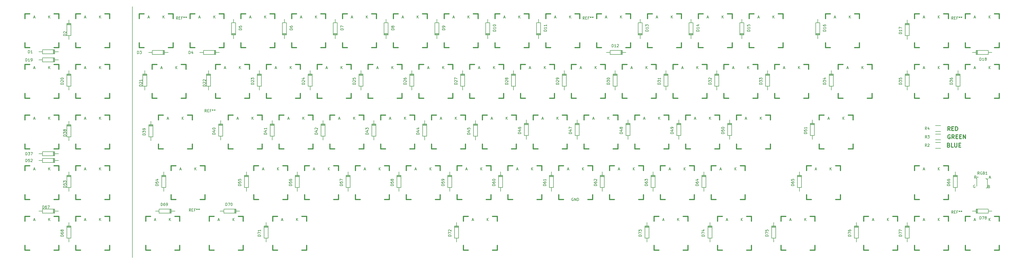
<source format=gto>
G04 #@! TF.FileFunction,Legend,Top*
%FSLAX46Y46*%
G04 Gerber Fmt 4.6, Leading zero omitted, Abs format (unit mm)*
G04 Created by KiCad (PCBNEW 4.0.2-stable) date Sunday, June 05, 2016 'PMt' 07:18:38 PM*
%MOMM*%
G01*
G04 APERTURE LIST*
%ADD10C,0.150000*%
%ADD11C,0.200000*%
%ADD12C,0.300000*%
%ADD13C,0.381000*%
G04 APERTURE END LIST*
D10*
D11*
X72009000Y-19558000D02*
X72009000Y-113919000D01*
D12*
X378500000Y-67830000D02*
X378357143Y-67758571D01*
X378142857Y-67758571D01*
X377928572Y-67830000D01*
X377785714Y-67972857D01*
X377714286Y-68115714D01*
X377642857Y-68401429D01*
X377642857Y-68615714D01*
X377714286Y-68901429D01*
X377785714Y-69044286D01*
X377928572Y-69187143D01*
X378142857Y-69258571D01*
X378285714Y-69258571D01*
X378500000Y-69187143D01*
X378571429Y-69115714D01*
X378571429Y-68615714D01*
X378285714Y-68615714D01*
X380071429Y-69258571D02*
X379571429Y-68544286D01*
X379214286Y-69258571D02*
X379214286Y-67758571D01*
X379785714Y-67758571D01*
X379928572Y-67830000D01*
X380000000Y-67901429D01*
X380071429Y-68044286D01*
X380071429Y-68258571D01*
X380000000Y-68401429D01*
X379928572Y-68472857D01*
X379785714Y-68544286D01*
X379214286Y-68544286D01*
X380714286Y-68472857D02*
X381214286Y-68472857D01*
X381428572Y-69258571D02*
X380714286Y-69258571D01*
X380714286Y-67758571D01*
X381428572Y-67758571D01*
X382071429Y-68472857D02*
X382571429Y-68472857D01*
X382785715Y-69258571D02*
X382071429Y-69258571D01*
X382071429Y-67758571D01*
X382785715Y-67758571D01*
X383428572Y-69258571D02*
X383428572Y-67758571D01*
X384285715Y-69258571D01*
X384285715Y-67758571D01*
X378019714Y-71647857D02*
X378234000Y-71719286D01*
X378305428Y-71790714D01*
X378376857Y-71933571D01*
X378376857Y-72147857D01*
X378305428Y-72290714D01*
X378234000Y-72362143D01*
X378091142Y-72433571D01*
X377519714Y-72433571D01*
X377519714Y-70933571D01*
X378019714Y-70933571D01*
X378162571Y-71005000D01*
X378234000Y-71076429D01*
X378305428Y-71219286D01*
X378305428Y-71362143D01*
X378234000Y-71505000D01*
X378162571Y-71576429D01*
X378019714Y-71647857D01*
X377519714Y-71647857D01*
X379734000Y-72433571D02*
X379019714Y-72433571D01*
X379019714Y-70933571D01*
X380234000Y-70933571D02*
X380234000Y-72147857D01*
X380305428Y-72290714D01*
X380376857Y-72362143D01*
X380519714Y-72433571D01*
X380805428Y-72433571D01*
X380948286Y-72362143D01*
X381019714Y-72290714D01*
X381091143Y-72147857D01*
X381091143Y-70933571D01*
X381805429Y-71647857D02*
X382305429Y-71647857D01*
X382519715Y-72433571D02*
X381805429Y-72433571D01*
X381805429Y-70933571D01*
X382519715Y-70933571D01*
X378511715Y-66210571D02*
X378011715Y-65496286D01*
X377654572Y-66210571D02*
X377654572Y-64710571D01*
X378226000Y-64710571D01*
X378368858Y-64782000D01*
X378440286Y-64853429D01*
X378511715Y-64996286D01*
X378511715Y-65210571D01*
X378440286Y-65353429D01*
X378368858Y-65424857D01*
X378226000Y-65496286D01*
X377654572Y-65496286D01*
X379154572Y-65424857D02*
X379654572Y-65424857D01*
X379868858Y-66210571D02*
X379154572Y-66210571D01*
X379154572Y-64710571D01*
X379868858Y-64710571D01*
X380511715Y-66210571D02*
X380511715Y-64710571D01*
X380868858Y-64710571D01*
X381083143Y-64782000D01*
X381226001Y-64924857D01*
X381297429Y-65067714D01*
X381368858Y-65353429D01*
X381368858Y-65567714D01*
X381297429Y-65853429D01*
X381226001Y-65996286D01*
X381083143Y-66139143D01*
X380868858Y-66210571D01*
X380511715Y-66210571D01*
D10*
X98679000Y-36830000D02*
X97282000Y-36830000D01*
X103124000Y-36830000D02*
X104648000Y-36830000D01*
X102743000Y-37592000D02*
X102743000Y-36068000D01*
X102997000Y-37592000D02*
X102997000Y-36068000D01*
X103251000Y-36830000D02*
X103251000Y-36068000D01*
X103251000Y-36068000D02*
X98679000Y-36068000D01*
X98679000Y-36068000D02*
X98679000Y-37592000D01*
X98679000Y-37592000D02*
X103251000Y-37592000D01*
X103251000Y-37592000D02*
X103251000Y-36830000D01*
X392811000Y-96520000D02*
X394208000Y-96520000D01*
X388366000Y-96520000D02*
X386842000Y-96520000D01*
X388747000Y-95758000D02*
X388747000Y-97282000D01*
X388493000Y-95758000D02*
X388493000Y-97282000D01*
X388239000Y-96520000D02*
X388239000Y-97282000D01*
X388239000Y-97282000D02*
X392811000Y-97282000D01*
X392811000Y-97282000D02*
X392811000Y-95758000D01*
X392811000Y-95758000D02*
X388239000Y-95758000D01*
X388239000Y-95758000D02*
X388239000Y-96520000D01*
D13*
X337343750Y-92075000D02*
X335565750Y-92075000D01*
X326421750Y-92075000D02*
X324643750Y-92075000D01*
X324643750Y-92075000D02*
X324643750Y-90297000D01*
X324643750Y-81153000D02*
X324643750Y-79375000D01*
X324643750Y-79375000D02*
X326421750Y-79375000D01*
X335565750Y-79375000D02*
X337343750Y-79375000D01*
X337343750Y-79375000D02*
X337343750Y-81153000D01*
X337343750Y-90297000D02*
X337343750Y-92075000D01*
X396875000Y-111125000D02*
X395097000Y-111125000D01*
X385953000Y-111125000D02*
X384175000Y-111125000D01*
X384175000Y-111125000D02*
X384175000Y-109347000D01*
X384175000Y-100203000D02*
X384175000Y-98425000D01*
X384175000Y-98425000D02*
X385953000Y-98425000D01*
X395097000Y-98425000D02*
X396875000Y-98425000D01*
X396875000Y-98425000D02*
X396875000Y-100203000D01*
X396875000Y-109347000D02*
X396875000Y-111125000D01*
X377825000Y-111125000D02*
X376047000Y-111125000D01*
X366903000Y-111125000D02*
X365125000Y-111125000D01*
X365125000Y-111125000D02*
X365125000Y-109347000D01*
X365125000Y-100203000D02*
X365125000Y-98425000D01*
X365125000Y-98425000D02*
X366903000Y-98425000D01*
X376047000Y-98425000D02*
X377825000Y-98425000D01*
X377825000Y-98425000D02*
X377825000Y-100203000D01*
X377825000Y-109347000D02*
X377825000Y-111125000D01*
X358775000Y-111125000D02*
X356997000Y-111125000D01*
X347853000Y-111125000D02*
X346075000Y-111125000D01*
X346075000Y-111125000D02*
X346075000Y-109347000D01*
X346075000Y-100203000D02*
X346075000Y-98425000D01*
X346075000Y-98425000D02*
X347853000Y-98425000D01*
X356997000Y-98425000D02*
X358775000Y-98425000D01*
X358775000Y-98425000D02*
X358775000Y-100203000D01*
X358775000Y-109347000D02*
X358775000Y-111125000D01*
X327818750Y-111125000D02*
X326040750Y-111125000D01*
X316896750Y-111125000D02*
X315118750Y-111125000D01*
X315118750Y-111125000D02*
X315118750Y-109347000D01*
X315118750Y-100203000D02*
X315118750Y-98425000D01*
X315118750Y-98425000D02*
X316896750Y-98425000D01*
X326040750Y-98425000D02*
X327818750Y-98425000D01*
X327818750Y-98425000D02*
X327818750Y-100203000D01*
X327818750Y-109347000D02*
X327818750Y-111125000D01*
X304006250Y-111125000D02*
X302228250Y-111125000D01*
X293084250Y-111125000D02*
X291306250Y-111125000D01*
X291306250Y-111125000D02*
X291306250Y-109347000D01*
X291306250Y-100203000D02*
X291306250Y-98425000D01*
X291306250Y-98425000D02*
X293084250Y-98425000D01*
X302228250Y-98425000D02*
X304006250Y-98425000D01*
X304006250Y-98425000D02*
X304006250Y-100203000D01*
X304006250Y-109347000D02*
X304006250Y-111125000D01*
X280193750Y-111125000D02*
X278415750Y-111125000D01*
X269271750Y-111125000D02*
X267493750Y-111125000D01*
X267493750Y-111125000D02*
X267493750Y-109347000D01*
X267493750Y-100203000D02*
X267493750Y-98425000D01*
X267493750Y-98425000D02*
X269271750Y-98425000D01*
X278415750Y-98425000D02*
X280193750Y-98425000D01*
X280193750Y-98425000D02*
X280193750Y-100203000D01*
X280193750Y-109347000D02*
X280193750Y-111125000D01*
X208756250Y-111125000D02*
X206978250Y-111125000D01*
X197834250Y-111125000D02*
X196056250Y-111125000D01*
X196056250Y-111125000D02*
X196056250Y-109347000D01*
X196056250Y-100203000D02*
X196056250Y-98425000D01*
X196056250Y-98425000D02*
X197834250Y-98425000D01*
X206978250Y-98425000D02*
X208756250Y-98425000D01*
X208756250Y-98425000D02*
X208756250Y-100203000D01*
X208756250Y-109347000D02*
X208756250Y-111125000D01*
X137318750Y-111125000D02*
X135540750Y-111125000D01*
X126396750Y-111125000D02*
X124618750Y-111125000D01*
X124618750Y-111125000D02*
X124618750Y-109347000D01*
X124618750Y-100203000D02*
X124618750Y-98425000D01*
X124618750Y-98425000D02*
X126396750Y-98425000D01*
X135540750Y-98425000D02*
X137318750Y-98425000D01*
X137318750Y-98425000D02*
X137318750Y-100203000D01*
X137318750Y-109347000D02*
X137318750Y-111125000D01*
X113506250Y-111125000D02*
X111728250Y-111125000D01*
X102584250Y-111125000D02*
X100806250Y-111125000D01*
X100806250Y-111125000D02*
X100806250Y-109347000D01*
X100806250Y-100203000D02*
X100806250Y-98425000D01*
X100806250Y-98425000D02*
X102584250Y-98425000D01*
X111728250Y-98425000D02*
X113506250Y-98425000D01*
X113506250Y-98425000D02*
X113506250Y-100203000D01*
X113506250Y-109347000D02*
X113506250Y-111125000D01*
X89693750Y-111125000D02*
X87915750Y-111125000D01*
X78771750Y-111125000D02*
X76993750Y-111125000D01*
X76993750Y-111125000D02*
X76993750Y-109347000D01*
X76993750Y-100203000D02*
X76993750Y-98425000D01*
X76993750Y-98425000D02*
X78771750Y-98425000D01*
X87915750Y-98425000D02*
X89693750Y-98425000D01*
X89693750Y-98425000D02*
X89693750Y-100203000D01*
X89693750Y-109347000D02*
X89693750Y-111125000D01*
X63500000Y-111125000D02*
X61722000Y-111125000D01*
X52578000Y-111125000D02*
X50800000Y-111125000D01*
X50800000Y-111125000D02*
X50800000Y-109347000D01*
X50800000Y-100203000D02*
X50800000Y-98425000D01*
X50800000Y-98425000D02*
X52578000Y-98425000D01*
X61722000Y-98425000D02*
X63500000Y-98425000D01*
X63500000Y-98425000D02*
X63500000Y-100203000D01*
X63500000Y-109347000D02*
X63500000Y-111125000D01*
X44450000Y-111125000D02*
X42672000Y-111125000D01*
X33528000Y-111125000D02*
X31750000Y-111125000D01*
X31750000Y-111125000D02*
X31750000Y-109347000D01*
X31750000Y-100203000D02*
X31750000Y-98425000D01*
X31750000Y-98425000D02*
X33528000Y-98425000D01*
X42672000Y-98425000D02*
X44450000Y-98425000D01*
X44450000Y-98425000D02*
X44450000Y-100203000D01*
X44450000Y-109347000D02*
X44450000Y-111125000D01*
X377825000Y-92075000D02*
X376047000Y-92075000D01*
X366903000Y-92075000D02*
X365125000Y-92075000D01*
X365125000Y-92075000D02*
X365125000Y-90297000D01*
X365125000Y-81153000D02*
X365125000Y-79375000D01*
X365125000Y-79375000D02*
X366903000Y-79375000D01*
X376047000Y-79375000D02*
X377825000Y-79375000D01*
X377825000Y-79375000D02*
X377825000Y-81153000D01*
X377825000Y-90297000D02*
X377825000Y-92075000D01*
X301625000Y-92075000D02*
X299847000Y-92075000D01*
X290703000Y-92075000D02*
X288925000Y-92075000D01*
X288925000Y-92075000D02*
X288925000Y-90297000D01*
X288925000Y-81153000D02*
X288925000Y-79375000D01*
X288925000Y-79375000D02*
X290703000Y-79375000D01*
X299847000Y-79375000D02*
X301625000Y-79375000D01*
X301625000Y-79375000D02*
X301625000Y-81153000D01*
X301625000Y-90297000D02*
X301625000Y-92075000D01*
X282575000Y-92075000D02*
X280797000Y-92075000D01*
X271653000Y-92075000D02*
X269875000Y-92075000D01*
X269875000Y-92075000D02*
X269875000Y-90297000D01*
X269875000Y-81153000D02*
X269875000Y-79375000D01*
X269875000Y-79375000D02*
X271653000Y-79375000D01*
X280797000Y-79375000D02*
X282575000Y-79375000D01*
X282575000Y-79375000D02*
X282575000Y-81153000D01*
X282575000Y-90297000D02*
X282575000Y-92075000D01*
X263525000Y-92075000D02*
X261747000Y-92075000D01*
X252603000Y-92075000D02*
X250825000Y-92075000D01*
X250825000Y-92075000D02*
X250825000Y-90297000D01*
X250825000Y-81153000D02*
X250825000Y-79375000D01*
X250825000Y-79375000D02*
X252603000Y-79375000D01*
X261747000Y-79375000D02*
X263525000Y-79375000D01*
X263525000Y-79375000D02*
X263525000Y-81153000D01*
X263525000Y-90297000D02*
X263525000Y-92075000D01*
X244475000Y-92075000D02*
X242697000Y-92075000D01*
X233553000Y-92075000D02*
X231775000Y-92075000D01*
X231775000Y-92075000D02*
X231775000Y-90297000D01*
X231775000Y-81153000D02*
X231775000Y-79375000D01*
X231775000Y-79375000D02*
X233553000Y-79375000D01*
X242697000Y-79375000D02*
X244475000Y-79375000D01*
X244475000Y-79375000D02*
X244475000Y-81153000D01*
X244475000Y-90297000D02*
X244475000Y-92075000D01*
X225425000Y-92075000D02*
X223647000Y-92075000D01*
X214503000Y-92075000D02*
X212725000Y-92075000D01*
X212725000Y-92075000D02*
X212725000Y-90297000D01*
X212725000Y-81153000D02*
X212725000Y-79375000D01*
X212725000Y-79375000D02*
X214503000Y-79375000D01*
X223647000Y-79375000D02*
X225425000Y-79375000D01*
X225425000Y-79375000D02*
X225425000Y-81153000D01*
X225425000Y-90297000D02*
X225425000Y-92075000D01*
X206375000Y-92075000D02*
X204597000Y-92075000D01*
X195453000Y-92075000D02*
X193675000Y-92075000D01*
X193675000Y-92075000D02*
X193675000Y-90297000D01*
X193675000Y-81153000D02*
X193675000Y-79375000D01*
X193675000Y-79375000D02*
X195453000Y-79375000D01*
X204597000Y-79375000D02*
X206375000Y-79375000D01*
X206375000Y-79375000D02*
X206375000Y-81153000D01*
X206375000Y-90297000D02*
X206375000Y-92075000D01*
X187325000Y-92075000D02*
X185547000Y-92075000D01*
X176403000Y-92075000D02*
X174625000Y-92075000D01*
X174625000Y-92075000D02*
X174625000Y-90297000D01*
X174625000Y-81153000D02*
X174625000Y-79375000D01*
X174625000Y-79375000D02*
X176403000Y-79375000D01*
X185547000Y-79375000D02*
X187325000Y-79375000D01*
X187325000Y-79375000D02*
X187325000Y-81153000D01*
X187325000Y-90297000D02*
X187325000Y-92075000D01*
X168275000Y-92075000D02*
X166497000Y-92075000D01*
X157353000Y-92075000D02*
X155575000Y-92075000D01*
X155575000Y-92075000D02*
X155575000Y-90297000D01*
X155575000Y-81153000D02*
X155575000Y-79375000D01*
X155575000Y-79375000D02*
X157353000Y-79375000D01*
X166497000Y-79375000D02*
X168275000Y-79375000D01*
X168275000Y-79375000D02*
X168275000Y-81153000D01*
X168275000Y-90297000D02*
X168275000Y-92075000D01*
X149225000Y-92075000D02*
X147447000Y-92075000D01*
X138303000Y-92075000D02*
X136525000Y-92075000D01*
X136525000Y-92075000D02*
X136525000Y-90297000D01*
X136525000Y-81153000D02*
X136525000Y-79375000D01*
X136525000Y-79375000D02*
X138303000Y-79375000D01*
X147447000Y-79375000D02*
X149225000Y-79375000D01*
X149225000Y-79375000D02*
X149225000Y-81153000D01*
X149225000Y-90297000D02*
X149225000Y-92075000D01*
X130175000Y-92075000D02*
X128397000Y-92075000D01*
X119253000Y-92075000D02*
X117475000Y-92075000D01*
X117475000Y-92075000D02*
X117475000Y-90297000D01*
X117475000Y-81153000D02*
X117475000Y-79375000D01*
X117475000Y-79375000D02*
X119253000Y-79375000D01*
X128397000Y-79375000D02*
X130175000Y-79375000D01*
X130175000Y-79375000D02*
X130175000Y-81153000D01*
X130175000Y-90297000D02*
X130175000Y-92075000D01*
X99218750Y-92075000D02*
X97440750Y-92075000D01*
X88296750Y-92075000D02*
X86518750Y-92075000D01*
X86518750Y-92075000D02*
X86518750Y-90297000D01*
X86518750Y-81153000D02*
X86518750Y-79375000D01*
X86518750Y-79375000D02*
X88296750Y-79375000D01*
X97440750Y-79375000D02*
X99218750Y-79375000D01*
X99218750Y-79375000D02*
X99218750Y-81153000D01*
X99218750Y-90297000D02*
X99218750Y-92075000D01*
X63500000Y-92075000D02*
X61722000Y-92075000D01*
X52578000Y-92075000D02*
X50800000Y-92075000D01*
X50800000Y-92075000D02*
X50800000Y-90297000D01*
X50800000Y-81153000D02*
X50800000Y-79375000D01*
X50800000Y-79375000D02*
X52578000Y-79375000D01*
X61722000Y-79375000D02*
X63500000Y-79375000D01*
X63500000Y-79375000D02*
X63500000Y-81153000D01*
X63500000Y-90297000D02*
X63500000Y-92075000D01*
X44450000Y-92075000D02*
X42672000Y-92075000D01*
X33528000Y-92075000D02*
X31750000Y-92075000D01*
X31750000Y-92075000D02*
X31750000Y-90297000D01*
X31750000Y-81153000D02*
X31750000Y-79375000D01*
X31750000Y-79375000D02*
X33528000Y-79375000D01*
X42672000Y-79375000D02*
X44450000Y-79375000D01*
X44450000Y-79375000D02*
X44450000Y-81153000D01*
X44450000Y-90297000D02*
X44450000Y-92075000D01*
X342106250Y-73025000D02*
X340328250Y-73025000D01*
X331184250Y-73025000D02*
X329406250Y-73025000D01*
X329406250Y-73025000D02*
X329406250Y-71247000D01*
X329406250Y-62103000D02*
X329406250Y-60325000D01*
X329406250Y-60325000D02*
X331184250Y-60325000D01*
X340328250Y-60325000D02*
X342106250Y-60325000D01*
X342106250Y-60325000D02*
X342106250Y-62103000D01*
X342106250Y-71247000D02*
X342106250Y-73025000D01*
X311150000Y-73025000D02*
X309372000Y-73025000D01*
X300228000Y-73025000D02*
X298450000Y-73025000D01*
X298450000Y-73025000D02*
X298450000Y-71247000D01*
X298450000Y-62103000D02*
X298450000Y-60325000D01*
X298450000Y-60325000D02*
X300228000Y-60325000D01*
X309372000Y-60325000D02*
X311150000Y-60325000D01*
X311150000Y-60325000D02*
X311150000Y-62103000D01*
X311150000Y-71247000D02*
X311150000Y-73025000D01*
X292100000Y-73025000D02*
X290322000Y-73025000D01*
X281178000Y-73025000D02*
X279400000Y-73025000D01*
X279400000Y-73025000D02*
X279400000Y-71247000D01*
X279400000Y-62103000D02*
X279400000Y-60325000D01*
X279400000Y-60325000D02*
X281178000Y-60325000D01*
X290322000Y-60325000D02*
X292100000Y-60325000D01*
X292100000Y-60325000D02*
X292100000Y-62103000D01*
X292100000Y-71247000D02*
X292100000Y-73025000D01*
X273050000Y-73025000D02*
X271272000Y-73025000D01*
X262128000Y-73025000D02*
X260350000Y-73025000D01*
X260350000Y-73025000D02*
X260350000Y-71247000D01*
X260350000Y-62103000D02*
X260350000Y-60325000D01*
X260350000Y-60325000D02*
X262128000Y-60325000D01*
X271272000Y-60325000D02*
X273050000Y-60325000D01*
X273050000Y-60325000D02*
X273050000Y-62103000D01*
X273050000Y-71247000D02*
X273050000Y-73025000D01*
X254000000Y-73025000D02*
X252222000Y-73025000D01*
X243078000Y-73025000D02*
X241300000Y-73025000D01*
X241300000Y-73025000D02*
X241300000Y-71247000D01*
X241300000Y-62103000D02*
X241300000Y-60325000D01*
X241300000Y-60325000D02*
X243078000Y-60325000D01*
X252222000Y-60325000D02*
X254000000Y-60325000D01*
X254000000Y-60325000D02*
X254000000Y-62103000D01*
X254000000Y-71247000D02*
X254000000Y-73025000D01*
X234950000Y-73025000D02*
X233172000Y-73025000D01*
X224028000Y-73025000D02*
X222250000Y-73025000D01*
X222250000Y-73025000D02*
X222250000Y-71247000D01*
X222250000Y-62103000D02*
X222250000Y-60325000D01*
X222250000Y-60325000D02*
X224028000Y-60325000D01*
X233172000Y-60325000D02*
X234950000Y-60325000D01*
X234950000Y-60325000D02*
X234950000Y-62103000D01*
X234950000Y-71247000D02*
X234950000Y-73025000D01*
X215900000Y-73025000D02*
X214122000Y-73025000D01*
X204978000Y-73025000D02*
X203200000Y-73025000D01*
X203200000Y-73025000D02*
X203200000Y-71247000D01*
X203200000Y-62103000D02*
X203200000Y-60325000D01*
X203200000Y-60325000D02*
X204978000Y-60325000D01*
X214122000Y-60325000D02*
X215900000Y-60325000D01*
X215900000Y-60325000D02*
X215900000Y-62103000D01*
X215900000Y-71247000D02*
X215900000Y-73025000D01*
X196850000Y-73025000D02*
X195072000Y-73025000D01*
X185928000Y-73025000D02*
X184150000Y-73025000D01*
X184150000Y-73025000D02*
X184150000Y-71247000D01*
X184150000Y-62103000D02*
X184150000Y-60325000D01*
X184150000Y-60325000D02*
X185928000Y-60325000D01*
X195072000Y-60325000D02*
X196850000Y-60325000D01*
X196850000Y-60325000D02*
X196850000Y-62103000D01*
X196850000Y-71247000D02*
X196850000Y-73025000D01*
X177800000Y-73025000D02*
X176022000Y-73025000D01*
X166878000Y-73025000D02*
X165100000Y-73025000D01*
X165100000Y-73025000D02*
X165100000Y-71247000D01*
X165100000Y-62103000D02*
X165100000Y-60325000D01*
X165100000Y-60325000D02*
X166878000Y-60325000D01*
X176022000Y-60325000D02*
X177800000Y-60325000D01*
X177800000Y-60325000D02*
X177800000Y-62103000D01*
X177800000Y-71247000D02*
X177800000Y-73025000D01*
X158750000Y-73025000D02*
X156972000Y-73025000D01*
X147828000Y-73025000D02*
X146050000Y-73025000D01*
X146050000Y-73025000D02*
X146050000Y-71247000D01*
X146050000Y-62103000D02*
X146050000Y-60325000D01*
X146050000Y-60325000D02*
X147828000Y-60325000D01*
X156972000Y-60325000D02*
X158750000Y-60325000D01*
X158750000Y-60325000D02*
X158750000Y-62103000D01*
X158750000Y-71247000D02*
X158750000Y-73025000D01*
X139700000Y-73025000D02*
X137922000Y-73025000D01*
X128778000Y-73025000D02*
X127000000Y-73025000D01*
X127000000Y-73025000D02*
X127000000Y-71247000D01*
X127000000Y-62103000D02*
X127000000Y-60325000D01*
X127000000Y-60325000D02*
X128778000Y-60325000D01*
X137922000Y-60325000D02*
X139700000Y-60325000D01*
X139700000Y-60325000D02*
X139700000Y-62103000D01*
X139700000Y-71247000D02*
X139700000Y-73025000D01*
X120650000Y-73025000D02*
X118872000Y-73025000D01*
X109728000Y-73025000D02*
X107950000Y-73025000D01*
X107950000Y-73025000D02*
X107950000Y-71247000D01*
X107950000Y-62103000D02*
X107950000Y-60325000D01*
X107950000Y-60325000D02*
X109728000Y-60325000D01*
X118872000Y-60325000D02*
X120650000Y-60325000D01*
X120650000Y-60325000D02*
X120650000Y-62103000D01*
X120650000Y-71247000D02*
X120650000Y-73025000D01*
X94456250Y-73025000D02*
X92678250Y-73025000D01*
X83534250Y-73025000D02*
X81756250Y-73025000D01*
X81756250Y-73025000D02*
X81756250Y-71247000D01*
X81756250Y-62103000D02*
X81756250Y-60325000D01*
X81756250Y-60325000D02*
X83534250Y-60325000D01*
X92678250Y-60325000D02*
X94456250Y-60325000D01*
X94456250Y-60325000D02*
X94456250Y-62103000D01*
X94456250Y-71247000D02*
X94456250Y-73025000D01*
X63500000Y-73025000D02*
X61722000Y-73025000D01*
X52578000Y-73025000D02*
X50800000Y-73025000D01*
X50800000Y-73025000D02*
X50800000Y-71247000D01*
X50800000Y-62103000D02*
X50800000Y-60325000D01*
X50800000Y-60325000D02*
X52578000Y-60325000D01*
X61722000Y-60325000D02*
X63500000Y-60325000D01*
X63500000Y-60325000D02*
X63500000Y-62103000D01*
X63500000Y-71247000D02*
X63500000Y-73025000D01*
X44450000Y-73025000D02*
X42672000Y-73025000D01*
X33528000Y-73025000D02*
X31750000Y-73025000D01*
X31750000Y-73025000D02*
X31750000Y-71247000D01*
X31750000Y-62103000D02*
X31750000Y-60325000D01*
X31750000Y-60325000D02*
X33528000Y-60325000D01*
X42672000Y-60325000D02*
X44450000Y-60325000D01*
X44450000Y-60325000D02*
X44450000Y-62103000D01*
X44450000Y-71247000D02*
X44450000Y-73025000D01*
X396875000Y-53975000D02*
X395097000Y-53975000D01*
X385953000Y-53975000D02*
X384175000Y-53975000D01*
X384175000Y-53975000D02*
X384175000Y-52197000D01*
X384175000Y-43053000D02*
X384175000Y-41275000D01*
X384175000Y-41275000D02*
X385953000Y-41275000D01*
X395097000Y-41275000D02*
X396875000Y-41275000D01*
X396875000Y-41275000D02*
X396875000Y-43053000D01*
X396875000Y-52197000D02*
X396875000Y-53975000D01*
X377825000Y-53975000D02*
X376047000Y-53975000D01*
X366903000Y-53975000D02*
X365125000Y-53975000D01*
X365125000Y-53975000D02*
X365125000Y-52197000D01*
X365125000Y-43053000D02*
X365125000Y-41275000D01*
X365125000Y-41275000D02*
X366903000Y-41275000D01*
X376047000Y-41275000D02*
X377825000Y-41275000D01*
X377825000Y-41275000D02*
X377825000Y-43053000D01*
X377825000Y-52197000D02*
X377825000Y-53975000D01*
X349250000Y-53975000D02*
X347472000Y-53975000D01*
X338328000Y-53975000D02*
X336550000Y-53975000D01*
X336550000Y-53975000D02*
X336550000Y-52197000D01*
X336550000Y-43053000D02*
X336550000Y-41275000D01*
X336550000Y-41275000D02*
X338328000Y-41275000D01*
X347472000Y-41275000D02*
X349250000Y-41275000D01*
X349250000Y-41275000D02*
X349250000Y-43053000D01*
X349250000Y-52197000D02*
X349250000Y-53975000D01*
X325437500Y-53975000D02*
X323659500Y-53975000D01*
X314515500Y-53975000D02*
X312737500Y-53975000D01*
X312737500Y-53975000D02*
X312737500Y-52197000D01*
X312737500Y-43053000D02*
X312737500Y-41275000D01*
X312737500Y-41275000D02*
X314515500Y-41275000D01*
X323659500Y-41275000D02*
X325437500Y-41275000D01*
X325437500Y-41275000D02*
X325437500Y-43053000D01*
X325437500Y-52197000D02*
X325437500Y-53975000D01*
X306387500Y-53975000D02*
X304609500Y-53975000D01*
X295465500Y-53975000D02*
X293687500Y-53975000D01*
X293687500Y-53975000D02*
X293687500Y-52197000D01*
X293687500Y-43053000D02*
X293687500Y-41275000D01*
X293687500Y-41275000D02*
X295465500Y-41275000D01*
X304609500Y-41275000D02*
X306387500Y-41275000D01*
X306387500Y-41275000D02*
X306387500Y-43053000D01*
X306387500Y-52197000D02*
X306387500Y-53975000D01*
X287337500Y-53975000D02*
X285559500Y-53975000D01*
X276415500Y-53975000D02*
X274637500Y-53975000D01*
X274637500Y-53975000D02*
X274637500Y-52197000D01*
X274637500Y-43053000D02*
X274637500Y-41275000D01*
X274637500Y-41275000D02*
X276415500Y-41275000D01*
X285559500Y-41275000D02*
X287337500Y-41275000D01*
X287337500Y-41275000D02*
X287337500Y-43053000D01*
X287337500Y-52197000D02*
X287337500Y-53975000D01*
X268287500Y-53975000D02*
X266509500Y-53975000D01*
X257365500Y-53975000D02*
X255587500Y-53975000D01*
X255587500Y-53975000D02*
X255587500Y-52197000D01*
X255587500Y-43053000D02*
X255587500Y-41275000D01*
X255587500Y-41275000D02*
X257365500Y-41275000D01*
X266509500Y-41275000D02*
X268287500Y-41275000D01*
X268287500Y-41275000D02*
X268287500Y-43053000D01*
X268287500Y-52197000D02*
X268287500Y-53975000D01*
X249237500Y-53975000D02*
X247459500Y-53975000D01*
X238315500Y-53975000D02*
X236537500Y-53975000D01*
X236537500Y-53975000D02*
X236537500Y-52197000D01*
X236537500Y-43053000D02*
X236537500Y-41275000D01*
X236537500Y-41275000D02*
X238315500Y-41275000D01*
X247459500Y-41275000D02*
X249237500Y-41275000D01*
X249237500Y-41275000D02*
X249237500Y-43053000D01*
X249237500Y-52197000D02*
X249237500Y-53975000D01*
X230187500Y-53975000D02*
X228409500Y-53975000D01*
X219265500Y-53975000D02*
X217487500Y-53975000D01*
X217487500Y-53975000D02*
X217487500Y-52197000D01*
X217487500Y-43053000D02*
X217487500Y-41275000D01*
X217487500Y-41275000D02*
X219265500Y-41275000D01*
X228409500Y-41275000D02*
X230187500Y-41275000D01*
X230187500Y-41275000D02*
X230187500Y-43053000D01*
X230187500Y-52197000D02*
X230187500Y-53975000D01*
X211137500Y-53975000D02*
X209359500Y-53975000D01*
X200215500Y-53975000D02*
X198437500Y-53975000D01*
X198437500Y-53975000D02*
X198437500Y-52197000D01*
X198437500Y-43053000D02*
X198437500Y-41275000D01*
X198437500Y-41275000D02*
X200215500Y-41275000D01*
X209359500Y-41275000D02*
X211137500Y-41275000D01*
X211137500Y-41275000D02*
X211137500Y-43053000D01*
X211137500Y-52197000D02*
X211137500Y-53975000D01*
X192087500Y-53975000D02*
X190309500Y-53975000D01*
X181165500Y-53975000D02*
X179387500Y-53975000D01*
X179387500Y-53975000D02*
X179387500Y-52197000D01*
X179387500Y-43053000D02*
X179387500Y-41275000D01*
X179387500Y-41275000D02*
X181165500Y-41275000D01*
X190309500Y-41275000D02*
X192087500Y-41275000D01*
X192087500Y-41275000D02*
X192087500Y-43053000D01*
X192087500Y-52197000D02*
X192087500Y-53975000D01*
X173037500Y-53975000D02*
X171259500Y-53975000D01*
X162115500Y-53975000D02*
X160337500Y-53975000D01*
X160337500Y-53975000D02*
X160337500Y-52197000D01*
X160337500Y-43053000D02*
X160337500Y-41275000D01*
X160337500Y-41275000D02*
X162115500Y-41275000D01*
X171259500Y-41275000D02*
X173037500Y-41275000D01*
X173037500Y-41275000D02*
X173037500Y-43053000D01*
X173037500Y-52197000D02*
X173037500Y-53975000D01*
X153987500Y-53975000D02*
X152209500Y-53975000D01*
X143065500Y-53975000D02*
X141287500Y-53975000D01*
X141287500Y-53975000D02*
X141287500Y-52197000D01*
X141287500Y-43053000D02*
X141287500Y-41275000D01*
X141287500Y-41275000D02*
X143065500Y-41275000D01*
X152209500Y-41275000D02*
X153987500Y-41275000D01*
X153987500Y-41275000D02*
X153987500Y-43053000D01*
X153987500Y-52197000D02*
X153987500Y-53975000D01*
X134937500Y-53975000D02*
X133159500Y-53975000D01*
X124015500Y-53975000D02*
X122237500Y-53975000D01*
X122237500Y-53975000D02*
X122237500Y-52197000D01*
X122237500Y-43053000D02*
X122237500Y-41275000D01*
X122237500Y-41275000D02*
X124015500Y-41275000D01*
X133159500Y-41275000D02*
X134937500Y-41275000D01*
X134937500Y-41275000D02*
X134937500Y-43053000D01*
X134937500Y-52197000D02*
X134937500Y-53975000D01*
X115887500Y-53975000D02*
X114109500Y-53975000D01*
X104965500Y-53975000D02*
X103187500Y-53975000D01*
X103187500Y-53975000D02*
X103187500Y-52197000D01*
X103187500Y-43053000D02*
X103187500Y-41275000D01*
X103187500Y-41275000D02*
X104965500Y-41275000D01*
X114109500Y-41275000D02*
X115887500Y-41275000D01*
X115887500Y-41275000D02*
X115887500Y-43053000D01*
X115887500Y-52197000D02*
X115887500Y-53975000D01*
X92075000Y-53975000D02*
X90297000Y-53975000D01*
X81153000Y-53975000D02*
X79375000Y-53975000D01*
X79375000Y-53975000D02*
X79375000Y-52197000D01*
X79375000Y-43053000D02*
X79375000Y-41275000D01*
X79375000Y-41275000D02*
X81153000Y-41275000D01*
X90297000Y-41275000D02*
X92075000Y-41275000D01*
X92075000Y-41275000D02*
X92075000Y-43053000D01*
X92075000Y-52197000D02*
X92075000Y-53975000D01*
X63500000Y-53975000D02*
X61722000Y-53975000D01*
X52578000Y-53975000D02*
X50800000Y-53975000D01*
X50800000Y-53975000D02*
X50800000Y-52197000D01*
X50800000Y-43053000D02*
X50800000Y-41275000D01*
X50800000Y-41275000D02*
X52578000Y-41275000D01*
X61722000Y-41275000D02*
X63500000Y-41275000D01*
X63500000Y-41275000D02*
X63500000Y-43053000D01*
X63500000Y-52197000D02*
X63500000Y-53975000D01*
X44450000Y-53975000D02*
X42672000Y-53975000D01*
X33528000Y-53975000D02*
X31750000Y-53975000D01*
X31750000Y-53975000D02*
X31750000Y-52197000D01*
X31750000Y-43053000D02*
X31750000Y-41275000D01*
X31750000Y-41275000D02*
X33528000Y-41275000D01*
X42672000Y-41275000D02*
X44450000Y-41275000D01*
X44450000Y-41275000D02*
X44450000Y-43053000D01*
X44450000Y-52197000D02*
X44450000Y-53975000D01*
X396875000Y-34925000D02*
X395097000Y-34925000D01*
X385953000Y-34925000D02*
X384175000Y-34925000D01*
X384175000Y-34925000D02*
X384175000Y-33147000D01*
X384175000Y-24003000D02*
X384175000Y-22225000D01*
X384175000Y-22225000D02*
X385953000Y-22225000D01*
X395097000Y-22225000D02*
X396875000Y-22225000D01*
X396875000Y-22225000D02*
X396875000Y-24003000D01*
X396875000Y-33147000D02*
X396875000Y-34925000D01*
X377825000Y-34925000D02*
X376047000Y-34925000D01*
X366903000Y-34925000D02*
X365125000Y-34925000D01*
X365125000Y-34925000D02*
X365125000Y-33147000D01*
X365125000Y-24003000D02*
X365125000Y-22225000D01*
X365125000Y-22225000D02*
X366903000Y-22225000D01*
X376047000Y-22225000D02*
X377825000Y-22225000D01*
X377825000Y-22225000D02*
X377825000Y-24003000D01*
X377825000Y-33147000D02*
X377825000Y-34925000D01*
X344487500Y-34925000D02*
X342709500Y-34925000D01*
X333565500Y-34925000D02*
X331787500Y-34925000D01*
X331787500Y-34925000D02*
X331787500Y-33147000D01*
X331787500Y-24003000D02*
X331787500Y-22225000D01*
X331787500Y-22225000D02*
X333565500Y-22225000D01*
X342709500Y-22225000D02*
X344487500Y-22225000D01*
X344487500Y-22225000D02*
X344487500Y-24003000D01*
X344487500Y-33147000D02*
X344487500Y-34925000D01*
X315912500Y-34925000D02*
X314134500Y-34925000D01*
X304990500Y-34925000D02*
X303212500Y-34925000D01*
X303212500Y-34925000D02*
X303212500Y-33147000D01*
X303212500Y-24003000D02*
X303212500Y-22225000D01*
X303212500Y-22225000D02*
X304990500Y-22225000D01*
X314134500Y-22225000D02*
X315912500Y-22225000D01*
X315912500Y-22225000D02*
X315912500Y-24003000D01*
X315912500Y-33147000D02*
X315912500Y-34925000D01*
X296862500Y-34925000D02*
X295084500Y-34925000D01*
X285940500Y-34925000D02*
X284162500Y-34925000D01*
X284162500Y-34925000D02*
X284162500Y-33147000D01*
X284162500Y-24003000D02*
X284162500Y-22225000D01*
X284162500Y-22225000D02*
X285940500Y-22225000D01*
X295084500Y-22225000D02*
X296862500Y-22225000D01*
X296862500Y-22225000D02*
X296862500Y-24003000D01*
X296862500Y-33147000D02*
X296862500Y-34925000D01*
X277812500Y-34925000D02*
X276034500Y-34925000D01*
X266890500Y-34925000D02*
X265112500Y-34925000D01*
X265112500Y-34925000D02*
X265112500Y-33147000D01*
X265112500Y-24003000D02*
X265112500Y-22225000D01*
X265112500Y-22225000D02*
X266890500Y-22225000D01*
X276034500Y-22225000D02*
X277812500Y-22225000D01*
X277812500Y-22225000D02*
X277812500Y-24003000D01*
X277812500Y-33147000D02*
X277812500Y-34925000D01*
X258762500Y-34925000D02*
X256984500Y-34925000D01*
X247840500Y-34925000D02*
X246062500Y-34925000D01*
X246062500Y-34925000D02*
X246062500Y-33147000D01*
X246062500Y-24003000D02*
X246062500Y-22225000D01*
X246062500Y-22225000D02*
X247840500Y-22225000D01*
X256984500Y-22225000D02*
X258762500Y-22225000D01*
X258762500Y-22225000D02*
X258762500Y-24003000D01*
X258762500Y-33147000D02*
X258762500Y-34925000D01*
X239712500Y-34925000D02*
X237934500Y-34925000D01*
X228790500Y-34925000D02*
X227012500Y-34925000D01*
X227012500Y-34925000D02*
X227012500Y-33147000D01*
X227012500Y-24003000D02*
X227012500Y-22225000D01*
X227012500Y-22225000D02*
X228790500Y-22225000D01*
X237934500Y-22225000D02*
X239712500Y-22225000D01*
X239712500Y-22225000D02*
X239712500Y-24003000D01*
X239712500Y-33147000D02*
X239712500Y-34925000D01*
X220662500Y-34925000D02*
X218884500Y-34925000D01*
X209740500Y-34925000D02*
X207962500Y-34925000D01*
X207962500Y-34925000D02*
X207962500Y-33147000D01*
X207962500Y-24003000D02*
X207962500Y-22225000D01*
X207962500Y-22225000D02*
X209740500Y-22225000D01*
X218884500Y-22225000D02*
X220662500Y-22225000D01*
X220662500Y-22225000D02*
X220662500Y-24003000D01*
X220662500Y-33147000D02*
X220662500Y-34925000D01*
X201612500Y-34925000D02*
X199834500Y-34925000D01*
X190690500Y-34925000D02*
X188912500Y-34925000D01*
X188912500Y-34925000D02*
X188912500Y-33147000D01*
X188912500Y-24003000D02*
X188912500Y-22225000D01*
X188912500Y-22225000D02*
X190690500Y-22225000D01*
X199834500Y-22225000D02*
X201612500Y-22225000D01*
X201612500Y-22225000D02*
X201612500Y-24003000D01*
X201612500Y-33147000D02*
X201612500Y-34925000D01*
X182562500Y-34925000D02*
X180784500Y-34925000D01*
X171640500Y-34925000D02*
X169862500Y-34925000D01*
X169862500Y-34925000D02*
X169862500Y-33147000D01*
X169862500Y-24003000D02*
X169862500Y-22225000D01*
X169862500Y-22225000D02*
X171640500Y-22225000D01*
X180784500Y-22225000D02*
X182562500Y-22225000D01*
X182562500Y-22225000D02*
X182562500Y-24003000D01*
X182562500Y-33147000D02*
X182562500Y-34925000D01*
X163512500Y-34925000D02*
X161734500Y-34925000D01*
X152590500Y-34925000D02*
X150812500Y-34925000D01*
X150812500Y-34925000D02*
X150812500Y-33147000D01*
X150812500Y-24003000D02*
X150812500Y-22225000D01*
X150812500Y-22225000D02*
X152590500Y-22225000D01*
X161734500Y-22225000D02*
X163512500Y-22225000D01*
X163512500Y-22225000D02*
X163512500Y-24003000D01*
X163512500Y-33147000D02*
X163512500Y-34925000D01*
X144462500Y-34925000D02*
X142684500Y-34925000D01*
X133540500Y-34925000D02*
X131762500Y-34925000D01*
X131762500Y-34925000D02*
X131762500Y-33147000D01*
X131762500Y-24003000D02*
X131762500Y-22225000D01*
X131762500Y-22225000D02*
X133540500Y-22225000D01*
X142684500Y-22225000D02*
X144462500Y-22225000D01*
X144462500Y-22225000D02*
X144462500Y-24003000D01*
X144462500Y-33147000D02*
X144462500Y-34925000D01*
X125412500Y-34925000D02*
X123634500Y-34925000D01*
X114490500Y-34925000D02*
X112712500Y-34925000D01*
X112712500Y-34925000D02*
X112712500Y-33147000D01*
X112712500Y-24003000D02*
X112712500Y-22225000D01*
X112712500Y-22225000D02*
X114490500Y-22225000D01*
X123634500Y-22225000D02*
X125412500Y-22225000D01*
X125412500Y-22225000D02*
X125412500Y-24003000D01*
X125412500Y-33147000D02*
X125412500Y-34925000D01*
X106362500Y-34925000D02*
X104584500Y-34925000D01*
X95440500Y-34925000D02*
X93662500Y-34925000D01*
X93662500Y-34925000D02*
X93662500Y-33147000D01*
X93662500Y-24003000D02*
X93662500Y-22225000D01*
X93662500Y-22225000D02*
X95440500Y-22225000D01*
X104584500Y-22225000D02*
X106362500Y-22225000D01*
X106362500Y-22225000D02*
X106362500Y-24003000D01*
X106362500Y-33147000D02*
X106362500Y-34925000D01*
X87312500Y-34925000D02*
X85534500Y-34925000D01*
X76390500Y-34925000D02*
X74612500Y-34925000D01*
X74612500Y-34925000D02*
X74612500Y-33147000D01*
X74612500Y-24003000D02*
X74612500Y-22225000D01*
X74612500Y-22225000D02*
X76390500Y-22225000D01*
X85534500Y-22225000D02*
X87312500Y-22225000D01*
X87312500Y-22225000D02*
X87312500Y-24003000D01*
X87312500Y-33147000D02*
X87312500Y-34925000D01*
X63500000Y-34925000D02*
X61722000Y-34925000D01*
X52578000Y-34925000D02*
X50800000Y-34925000D01*
X50800000Y-34925000D02*
X50800000Y-33147000D01*
X50800000Y-24003000D02*
X50800000Y-22225000D01*
X50800000Y-22225000D02*
X52578000Y-22225000D01*
X61722000Y-22225000D02*
X63500000Y-22225000D01*
X63500000Y-22225000D02*
X63500000Y-24003000D01*
X63500000Y-33147000D02*
X63500000Y-34925000D01*
X44450000Y-34925000D02*
X42672000Y-34925000D01*
X33528000Y-34925000D02*
X31750000Y-34925000D01*
X31750000Y-34925000D02*
X31750000Y-33147000D01*
X31750000Y-24003000D02*
X31750000Y-22225000D01*
X31750000Y-22225000D02*
X33528000Y-22225000D01*
X42672000Y-22225000D02*
X44450000Y-22225000D01*
X44450000Y-22225000D02*
X44450000Y-24003000D01*
X44450000Y-33147000D02*
X44450000Y-34925000D01*
D10*
X38353480Y-36578540D02*
X36956480Y-36578540D01*
X42798480Y-36578540D02*
X44322480Y-36578540D01*
X42417480Y-37340540D02*
X42417480Y-35816540D01*
X42671480Y-37340540D02*
X42671480Y-35816540D01*
X42925480Y-36578540D02*
X42925480Y-35816540D01*
X42925480Y-35816540D02*
X38353480Y-35816540D01*
X38353480Y-35816540D02*
X38353480Y-37340540D01*
X38353480Y-37340540D02*
X42925480Y-37340540D01*
X42925480Y-37340540D02*
X42925480Y-36578540D01*
X48262540Y-30480520D02*
X48262540Y-31877520D01*
X48262540Y-26035520D02*
X48262540Y-24511520D01*
X49024540Y-26416520D02*
X47500540Y-26416520D01*
X49024540Y-26162520D02*
X47500540Y-26162520D01*
X48262540Y-25908520D02*
X47500540Y-25908520D01*
X47500540Y-25908520D02*
X47500540Y-30480520D01*
X47500540Y-30480520D02*
X49024540Y-30480520D01*
X49024540Y-30480520D02*
X49024540Y-25908520D01*
X49024540Y-25908520D02*
X48262540Y-25908520D01*
X79501480Y-36832540D02*
X78104480Y-36832540D01*
X83946480Y-36832540D02*
X85470480Y-36832540D01*
X83565480Y-37594540D02*
X83565480Y-36070540D01*
X83819480Y-37594540D02*
X83819480Y-36070540D01*
X84073480Y-36832540D02*
X84073480Y-36070540D01*
X84073480Y-36070540D02*
X79501480Y-36070540D01*
X79501480Y-36070540D02*
X79501480Y-37594540D01*
X79501480Y-37594540D02*
X84073480Y-37594540D01*
X84073480Y-37594540D02*
X84073480Y-36832540D01*
X109982000Y-25654000D02*
X109982000Y-24257000D01*
X109982000Y-30099000D02*
X109982000Y-31623000D01*
X109220000Y-29718000D02*
X110744000Y-29718000D01*
X109220000Y-29972000D02*
X110744000Y-29972000D01*
X109982000Y-30226000D02*
X110744000Y-30226000D01*
X110744000Y-30226000D02*
X110744000Y-25654000D01*
X110744000Y-25654000D02*
X109220000Y-25654000D01*
X109220000Y-25654000D02*
X109220000Y-30226000D01*
X109220000Y-30226000D02*
X109982000Y-30226000D01*
X129032000Y-25654000D02*
X129032000Y-24257000D01*
X129032000Y-30099000D02*
X129032000Y-31623000D01*
X128270000Y-29718000D02*
X129794000Y-29718000D01*
X128270000Y-29972000D02*
X129794000Y-29972000D01*
X129032000Y-30226000D02*
X129794000Y-30226000D01*
X129794000Y-30226000D02*
X129794000Y-25654000D01*
X129794000Y-25654000D02*
X128270000Y-25654000D01*
X128270000Y-25654000D02*
X128270000Y-30226000D01*
X128270000Y-30226000D02*
X129032000Y-30226000D01*
X148082000Y-25654000D02*
X148082000Y-24257000D01*
X148082000Y-30099000D02*
X148082000Y-31623000D01*
X147320000Y-29718000D02*
X148844000Y-29718000D01*
X147320000Y-29972000D02*
X148844000Y-29972000D01*
X148082000Y-30226000D02*
X148844000Y-30226000D01*
X148844000Y-30226000D02*
X148844000Y-25654000D01*
X148844000Y-25654000D02*
X147320000Y-25654000D01*
X147320000Y-25654000D02*
X147320000Y-30226000D01*
X147320000Y-30226000D02*
X148082000Y-30226000D01*
X167132000Y-25654000D02*
X167132000Y-24257000D01*
X167132000Y-30099000D02*
X167132000Y-31623000D01*
X166370000Y-29718000D02*
X167894000Y-29718000D01*
X166370000Y-29972000D02*
X167894000Y-29972000D01*
X167132000Y-30226000D02*
X167894000Y-30226000D01*
X167894000Y-30226000D02*
X167894000Y-25654000D01*
X167894000Y-25654000D02*
X166370000Y-25654000D01*
X166370000Y-25654000D02*
X166370000Y-30226000D01*
X166370000Y-30226000D02*
X167132000Y-30226000D01*
X186182000Y-25654000D02*
X186182000Y-24257000D01*
X186182000Y-30099000D02*
X186182000Y-31623000D01*
X185420000Y-29718000D02*
X186944000Y-29718000D01*
X185420000Y-29972000D02*
X186944000Y-29972000D01*
X186182000Y-30226000D02*
X186944000Y-30226000D01*
X186944000Y-30226000D02*
X186944000Y-25654000D01*
X186944000Y-25654000D02*
X185420000Y-25654000D01*
X185420000Y-25654000D02*
X185420000Y-30226000D01*
X185420000Y-30226000D02*
X186182000Y-30226000D01*
X205232000Y-25654000D02*
X205232000Y-24257000D01*
X205232000Y-30099000D02*
X205232000Y-31623000D01*
X204470000Y-29718000D02*
X205994000Y-29718000D01*
X204470000Y-29972000D02*
X205994000Y-29972000D01*
X205232000Y-30226000D02*
X205994000Y-30226000D01*
X205994000Y-30226000D02*
X205994000Y-25654000D01*
X205994000Y-25654000D02*
X204470000Y-25654000D01*
X204470000Y-25654000D02*
X204470000Y-30226000D01*
X204470000Y-30226000D02*
X205232000Y-30226000D01*
X224282000Y-25654000D02*
X224282000Y-24257000D01*
X224282000Y-30099000D02*
X224282000Y-31623000D01*
X223520000Y-29718000D02*
X225044000Y-29718000D01*
X223520000Y-29972000D02*
X225044000Y-29972000D01*
X224282000Y-30226000D02*
X225044000Y-30226000D01*
X225044000Y-30226000D02*
X225044000Y-25654000D01*
X225044000Y-25654000D02*
X223520000Y-25654000D01*
X223520000Y-25654000D02*
X223520000Y-30226000D01*
X223520000Y-30226000D02*
X224282000Y-30226000D01*
X251079000Y-36830000D02*
X249682000Y-36830000D01*
X255524000Y-36830000D02*
X257048000Y-36830000D01*
X255143000Y-37592000D02*
X255143000Y-36068000D01*
X255397000Y-37592000D02*
X255397000Y-36068000D01*
X255651000Y-36830000D02*
X255651000Y-36068000D01*
X255651000Y-36068000D02*
X251079000Y-36068000D01*
X251079000Y-36068000D02*
X251079000Y-37592000D01*
X251079000Y-37592000D02*
X255651000Y-37592000D01*
X255651000Y-37592000D02*
X255651000Y-36830000D01*
X262382000Y-25654000D02*
X262382000Y-24257000D01*
X262382000Y-30099000D02*
X262382000Y-31623000D01*
X261620000Y-29718000D02*
X263144000Y-29718000D01*
X261620000Y-29972000D02*
X263144000Y-29972000D01*
X262382000Y-30226000D02*
X263144000Y-30226000D01*
X263144000Y-30226000D02*
X263144000Y-25654000D01*
X263144000Y-25654000D02*
X261620000Y-25654000D01*
X261620000Y-25654000D02*
X261620000Y-30226000D01*
X261620000Y-30226000D02*
X262382000Y-30226000D01*
X281432000Y-25654000D02*
X281432000Y-24257000D01*
X281432000Y-30099000D02*
X281432000Y-31623000D01*
X280670000Y-29718000D02*
X282194000Y-29718000D01*
X280670000Y-29972000D02*
X282194000Y-29972000D01*
X281432000Y-30226000D02*
X282194000Y-30226000D01*
X282194000Y-30226000D02*
X282194000Y-25654000D01*
X282194000Y-25654000D02*
X280670000Y-25654000D01*
X280670000Y-25654000D02*
X280670000Y-30226000D01*
X280670000Y-30226000D02*
X281432000Y-30226000D01*
X300482000Y-25654000D02*
X300482000Y-24257000D01*
X300482000Y-30099000D02*
X300482000Y-31623000D01*
X299720000Y-29718000D02*
X301244000Y-29718000D01*
X299720000Y-29972000D02*
X301244000Y-29972000D01*
X300482000Y-30226000D02*
X301244000Y-30226000D01*
X301244000Y-30226000D02*
X301244000Y-25654000D01*
X301244000Y-25654000D02*
X299720000Y-25654000D01*
X299720000Y-25654000D02*
X299720000Y-30226000D01*
X299720000Y-30226000D02*
X300482000Y-30226000D01*
X328930000Y-25654000D02*
X328930000Y-24257000D01*
X328930000Y-30099000D02*
X328930000Y-31623000D01*
X328168000Y-29718000D02*
X329692000Y-29718000D01*
X328168000Y-29972000D02*
X329692000Y-29972000D01*
X328930000Y-30226000D02*
X329692000Y-30226000D01*
X329692000Y-30226000D02*
X329692000Y-25654000D01*
X329692000Y-25654000D02*
X328168000Y-25654000D01*
X328168000Y-25654000D02*
X328168000Y-30226000D01*
X328168000Y-30226000D02*
X328930000Y-30226000D01*
X362460540Y-30480520D02*
X362460540Y-31877520D01*
X362460540Y-26035520D02*
X362460540Y-24511520D01*
X363222540Y-26416520D02*
X361698540Y-26416520D01*
X363222540Y-26162520D02*
X361698540Y-26162520D01*
X362460540Y-25908520D02*
X361698540Y-25908520D01*
X361698540Y-25908520D02*
X361698540Y-30480520D01*
X361698540Y-30480520D02*
X363222540Y-30480520D01*
X363222540Y-30480520D02*
X363222540Y-25908520D01*
X363222540Y-25908520D02*
X362460540Y-25908520D01*
X392811000Y-36830000D02*
X394208000Y-36830000D01*
X388366000Y-36830000D02*
X386842000Y-36830000D01*
X388747000Y-36068000D02*
X388747000Y-37592000D01*
X388493000Y-36068000D02*
X388493000Y-37592000D01*
X388239000Y-36830000D02*
X388239000Y-37592000D01*
X388239000Y-37592000D02*
X392811000Y-37592000D01*
X392811000Y-37592000D02*
X392811000Y-36068000D01*
X392811000Y-36068000D02*
X388239000Y-36068000D01*
X388239000Y-36068000D02*
X388239000Y-36830000D01*
X38353480Y-39626540D02*
X36956480Y-39626540D01*
X42798480Y-39626540D02*
X44322480Y-39626540D01*
X42417480Y-40388540D02*
X42417480Y-38864540D01*
X42671480Y-40388540D02*
X42671480Y-38864540D01*
X42925480Y-39626540D02*
X42925480Y-38864540D01*
X42925480Y-38864540D02*
X38353480Y-38864540D01*
X38353480Y-38864540D02*
X38353480Y-40388540D01*
X38353480Y-40388540D02*
X42925480Y-40388540D01*
X42925480Y-40388540D02*
X42925480Y-39626540D01*
X48262540Y-49530520D02*
X48262540Y-50927520D01*
X48262540Y-45085520D02*
X48262540Y-43561520D01*
X49024540Y-45466520D02*
X47500540Y-45466520D01*
X49024540Y-45212520D02*
X47500540Y-45212520D01*
X48262540Y-44958520D02*
X47500540Y-44958520D01*
X47500540Y-44958520D02*
X47500540Y-49530520D01*
X47500540Y-49530520D02*
X49024540Y-49530520D01*
X49024540Y-49530520D02*
X49024540Y-44958520D01*
X49024540Y-44958520D02*
X48262540Y-44958520D01*
X76710540Y-49530520D02*
X76710540Y-50927520D01*
X76710540Y-45085520D02*
X76710540Y-43561520D01*
X77472540Y-45466520D02*
X75948540Y-45466520D01*
X77472540Y-45212520D02*
X75948540Y-45212520D01*
X76710540Y-44958520D02*
X75948540Y-44958520D01*
X75948540Y-44958520D02*
X75948540Y-49530520D01*
X75948540Y-49530520D02*
X77472540Y-49530520D01*
X77472540Y-49530520D02*
X77472540Y-44958520D01*
X77472540Y-44958520D02*
X76710540Y-44958520D01*
X100586540Y-49530520D02*
X100586540Y-50927520D01*
X100586540Y-45085520D02*
X100586540Y-43561520D01*
X101348540Y-45466520D02*
X99824540Y-45466520D01*
X101348540Y-45212520D02*
X99824540Y-45212520D01*
X100586540Y-44958520D02*
X99824540Y-44958520D01*
X99824540Y-44958520D02*
X99824540Y-49530520D01*
X99824540Y-49530520D02*
X101348540Y-49530520D01*
X101348540Y-49530520D02*
X101348540Y-44958520D01*
X101348540Y-44958520D02*
X100586540Y-44958520D01*
X119636540Y-49530520D02*
X119636540Y-50927520D01*
X119636540Y-45085520D02*
X119636540Y-43561520D01*
X120398540Y-45466520D02*
X118874540Y-45466520D01*
X120398540Y-45212520D02*
X118874540Y-45212520D01*
X119636540Y-44958520D02*
X118874540Y-44958520D01*
X118874540Y-44958520D02*
X118874540Y-49530520D01*
X118874540Y-49530520D02*
X120398540Y-49530520D01*
X120398540Y-49530520D02*
X120398540Y-44958520D01*
X120398540Y-44958520D02*
X119636540Y-44958520D01*
X138686540Y-49530520D02*
X138686540Y-50927520D01*
X138686540Y-45085520D02*
X138686540Y-43561520D01*
X139448540Y-45466520D02*
X137924540Y-45466520D01*
X139448540Y-45212520D02*
X137924540Y-45212520D01*
X138686540Y-44958520D02*
X137924540Y-44958520D01*
X137924540Y-44958520D02*
X137924540Y-49530520D01*
X137924540Y-49530520D02*
X139448540Y-49530520D01*
X139448540Y-49530520D02*
X139448540Y-44958520D01*
X139448540Y-44958520D02*
X138686540Y-44958520D01*
X157736540Y-49530520D02*
X157736540Y-50927520D01*
X157736540Y-45085520D02*
X157736540Y-43561520D01*
X158498540Y-45466520D02*
X156974540Y-45466520D01*
X158498540Y-45212520D02*
X156974540Y-45212520D01*
X157736540Y-44958520D02*
X156974540Y-44958520D01*
X156974540Y-44958520D02*
X156974540Y-49530520D01*
X156974540Y-49530520D02*
X158498540Y-49530520D01*
X158498540Y-49530520D02*
X158498540Y-44958520D01*
X158498540Y-44958520D02*
X157736540Y-44958520D01*
X176786540Y-49530520D02*
X176786540Y-50927520D01*
X176786540Y-45085520D02*
X176786540Y-43561520D01*
X177548540Y-45466520D02*
X176024540Y-45466520D01*
X177548540Y-45212520D02*
X176024540Y-45212520D01*
X176786540Y-44958520D02*
X176024540Y-44958520D01*
X176024540Y-44958520D02*
X176024540Y-49530520D01*
X176024540Y-49530520D02*
X177548540Y-49530520D01*
X177548540Y-49530520D02*
X177548540Y-44958520D01*
X177548540Y-44958520D02*
X176786540Y-44958520D01*
X195836540Y-49530520D02*
X195836540Y-50927520D01*
X195836540Y-45085520D02*
X195836540Y-43561520D01*
X196598540Y-45466520D02*
X195074540Y-45466520D01*
X196598540Y-45212520D02*
X195074540Y-45212520D01*
X195836540Y-44958520D02*
X195074540Y-44958520D01*
X195074540Y-44958520D02*
X195074540Y-49530520D01*
X195074540Y-49530520D02*
X196598540Y-49530520D01*
X196598540Y-49530520D02*
X196598540Y-44958520D01*
X196598540Y-44958520D02*
X195836540Y-44958520D01*
X214886540Y-49530520D02*
X214886540Y-50927520D01*
X214886540Y-45085520D02*
X214886540Y-43561520D01*
X215648540Y-45466520D02*
X214124540Y-45466520D01*
X215648540Y-45212520D02*
X214124540Y-45212520D01*
X214886540Y-44958520D02*
X214124540Y-44958520D01*
X214124540Y-44958520D02*
X214124540Y-49530520D01*
X214124540Y-49530520D02*
X215648540Y-49530520D01*
X215648540Y-49530520D02*
X215648540Y-44958520D01*
X215648540Y-44958520D02*
X214886540Y-44958520D01*
X233936540Y-49530520D02*
X233936540Y-50927520D01*
X233936540Y-45085520D02*
X233936540Y-43561520D01*
X234698540Y-45466520D02*
X233174540Y-45466520D01*
X234698540Y-45212520D02*
X233174540Y-45212520D01*
X233936540Y-44958520D02*
X233174540Y-44958520D01*
X233174540Y-44958520D02*
X233174540Y-49530520D01*
X233174540Y-49530520D02*
X234698540Y-49530520D01*
X234698540Y-49530520D02*
X234698540Y-44958520D01*
X234698540Y-44958520D02*
X233936540Y-44958520D01*
X252986540Y-49530520D02*
X252986540Y-50927520D01*
X252986540Y-45085520D02*
X252986540Y-43561520D01*
X253748540Y-45466520D02*
X252224540Y-45466520D01*
X253748540Y-45212520D02*
X252224540Y-45212520D01*
X252986540Y-44958520D02*
X252224540Y-44958520D01*
X252224540Y-44958520D02*
X252224540Y-49530520D01*
X252224540Y-49530520D02*
X253748540Y-49530520D01*
X253748540Y-49530520D02*
X253748540Y-44958520D01*
X253748540Y-44958520D02*
X252986540Y-44958520D01*
X272036540Y-49530520D02*
X272036540Y-50927520D01*
X272036540Y-45085520D02*
X272036540Y-43561520D01*
X272798540Y-45466520D02*
X271274540Y-45466520D01*
X272798540Y-45212520D02*
X271274540Y-45212520D01*
X272036540Y-44958520D02*
X271274540Y-44958520D01*
X271274540Y-44958520D02*
X271274540Y-49530520D01*
X271274540Y-49530520D02*
X272798540Y-49530520D01*
X272798540Y-49530520D02*
X272798540Y-44958520D01*
X272798540Y-44958520D02*
X272036540Y-44958520D01*
X291086540Y-49530520D02*
X291086540Y-50927520D01*
X291086540Y-45085520D02*
X291086540Y-43561520D01*
X291848540Y-45466520D02*
X290324540Y-45466520D01*
X291848540Y-45212520D02*
X290324540Y-45212520D01*
X291086540Y-44958520D02*
X290324540Y-44958520D01*
X290324540Y-44958520D02*
X290324540Y-49530520D01*
X290324540Y-49530520D02*
X291848540Y-49530520D01*
X291848540Y-49530520D02*
X291848540Y-44958520D01*
X291848540Y-44958520D02*
X291086540Y-44958520D01*
X310136540Y-49530520D02*
X310136540Y-50927520D01*
X310136540Y-45085520D02*
X310136540Y-43561520D01*
X310898540Y-45466520D02*
X309374540Y-45466520D01*
X310898540Y-45212520D02*
X309374540Y-45212520D01*
X310136540Y-44958520D02*
X309374540Y-44958520D01*
X309374540Y-44958520D02*
X309374540Y-49530520D01*
X309374540Y-49530520D02*
X310898540Y-49530520D01*
X310898540Y-49530520D02*
X310898540Y-44958520D01*
X310898540Y-44958520D02*
X310136540Y-44958520D01*
X334012540Y-49530520D02*
X334012540Y-50927520D01*
X334012540Y-45085520D02*
X334012540Y-43561520D01*
X334774540Y-45466520D02*
X333250540Y-45466520D01*
X334774540Y-45212520D02*
X333250540Y-45212520D01*
X334012540Y-44958520D02*
X333250540Y-44958520D01*
X333250540Y-44958520D02*
X333250540Y-49530520D01*
X333250540Y-49530520D02*
X334774540Y-49530520D01*
X334774540Y-49530520D02*
X334774540Y-44958520D01*
X334774540Y-44958520D02*
X334012540Y-44958520D01*
X362460540Y-49530520D02*
X362460540Y-50927520D01*
X362460540Y-45085520D02*
X362460540Y-43561520D01*
X363222540Y-45466520D02*
X361698540Y-45466520D01*
X363222540Y-45212520D02*
X361698540Y-45212520D01*
X362460540Y-44958520D02*
X361698540Y-44958520D01*
X361698540Y-44958520D02*
X361698540Y-49530520D01*
X361698540Y-49530520D02*
X363222540Y-49530520D01*
X363222540Y-49530520D02*
X363222540Y-44958520D01*
X363222540Y-44958520D02*
X362460540Y-44958520D01*
X381510540Y-49530520D02*
X381510540Y-50927520D01*
X381510540Y-45085520D02*
X381510540Y-43561520D01*
X382272540Y-45466520D02*
X380748540Y-45466520D01*
X382272540Y-45212520D02*
X380748540Y-45212520D01*
X381510540Y-44958520D02*
X380748540Y-44958520D01*
X380748540Y-44958520D02*
X380748540Y-49530520D01*
X380748540Y-49530520D02*
X382272540Y-49530520D01*
X382272540Y-49530520D02*
X382272540Y-44958520D01*
X382272540Y-44958520D02*
X381510540Y-44958520D01*
X38353480Y-74932540D02*
X36956480Y-74932540D01*
X42798480Y-74932540D02*
X44322480Y-74932540D01*
X42417480Y-75694540D02*
X42417480Y-74170540D01*
X42671480Y-75694540D02*
X42671480Y-74170540D01*
X42925480Y-74932540D02*
X42925480Y-74170540D01*
X42925480Y-74170540D02*
X38353480Y-74170540D01*
X38353480Y-74170540D02*
X38353480Y-75694540D01*
X38353480Y-75694540D02*
X42925480Y-75694540D01*
X42925480Y-75694540D02*
X42925480Y-74932540D01*
X48262540Y-68580520D02*
X48262540Y-69977520D01*
X48262540Y-64135520D02*
X48262540Y-62611520D01*
X49024540Y-64516520D02*
X47500540Y-64516520D01*
X49024540Y-64262520D02*
X47500540Y-64262520D01*
X48262540Y-64008520D02*
X47500540Y-64008520D01*
X47500540Y-64008520D02*
X47500540Y-68580520D01*
X47500540Y-68580520D02*
X49024540Y-68580520D01*
X49024540Y-68580520D02*
X49024540Y-64008520D01*
X49024540Y-64008520D02*
X48262540Y-64008520D01*
X78996540Y-68580520D02*
X78996540Y-69977520D01*
X78996540Y-64135520D02*
X78996540Y-62611520D01*
X79758540Y-64516520D02*
X78234540Y-64516520D01*
X79758540Y-64262520D02*
X78234540Y-64262520D01*
X78996540Y-64008520D02*
X78234540Y-64008520D01*
X78234540Y-64008520D02*
X78234540Y-68580520D01*
X78234540Y-68580520D02*
X79758540Y-68580520D01*
X79758540Y-68580520D02*
X79758540Y-64008520D01*
X79758540Y-64008520D02*
X78996540Y-64008520D01*
X105158540Y-68326520D02*
X105158540Y-69723520D01*
X105158540Y-63881520D02*
X105158540Y-62357520D01*
X105920540Y-64262520D02*
X104396540Y-64262520D01*
X105920540Y-64008520D02*
X104396540Y-64008520D01*
X105158540Y-63754520D02*
X104396540Y-63754520D01*
X104396540Y-63754520D02*
X104396540Y-68326520D01*
X104396540Y-68326520D02*
X105920540Y-68326520D01*
X105920540Y-68326520D02*
X105920540Y-63754520D01*
X105920540Y-63754520D02*
X105158540Y-63754520D01*
X124462540Y-68326520D02*
X124462540Y-69723520D01*
X124462540Y-63881520D02*
X124462540Y-62357520D01*
X125224540Y-64262520D02*
X123700540Y-64262520D01*
X125224540Y-64008520D02*
X123700540Y-64008520D01*
X124462540Y-63754520D02*
X123700540Y-63754520D01*
X123700540Y-63754520D02*
X123700540Y-68326520D01*
X123700540Y-68326520D02*
X125224540Y-68326520D01*
X125224540Y-68326520D02*
X125224540Y-63754520D01*
X125224540Y-63754520D02*
X124462540Y-63754520D01*
X143512540Y-68326520D02*
X143512540Y-69723520D01*
X143512540Y-63881520D02*
X143512540Y-62357520D01*
X144274540Y-64262520D02*
X142750540Y-64262520D01*
X144274540Y-64008520D02*
X142750540Y-64008520D01*
X143512540Y-63754520D02*
X142750540Y-63754520D01*
X142750540Y-63754520D02*
X142750540Y-68326520D01*
X142750540Y-68326520D02*
X144274540Y-68326520D01*
X144274540Y-68326520D02*
X144274540Y-63754520D01*
X144274540Y-63754520D02*
X143512540Y-63754520D01*
X162562540Y-68326520D02*
X162562540Y-69723520D01*
X162562540Y-63881520D02*
X162562540Y-62357520D01*
X163324540Y-64262520D02*
X161800540Y-64262520D01*
X163324540Y-64008520D02*
X161800540Y-64008520D01*
X162562540Y-63754520D02*
X161800540Y-63754520D01*
X161800540Y-63754520D02*
X161800540Y-68326520D01*
X161800540Y-68326520D02*
X163324540Y-68326520D01*
X163324540Y-68326520D02*
X163324540Y-63754520D01*
X163324540Y-63754520D02*
X162562540Y-63754520D01*
X181612540Y-68326520D02*
X181612540Y-69723520D01*
X181612540Y-63881520D02*
X181612540Y-62357520D01*
X182374540Y-64262520D02*
X180850540Y-64262520D01*
X182374540Y-64008520D02*
X180850540Y-64008520D01*
X181612540Y-63754520D02*
X180850540Y-63754520D01*
X180850540Y-63754520D02*
X180850540Y-68326520D01*
X180850540Y-68326520D02*
X182374540Y-68326520D01*
X182374540Y-68326520D02*
X182374540Y-63754520D01*
X182374540Y-63754520D02*
X181612540Y-63754520D01*
X200662540Y-68326520D02*
X200662540Y-69723520D01*
X200662540Y-63881520D02*
X200662540Y-62357520D01*
X201424540Y-64262520D02*
X199900540Y-64262520D01*
X201424540Y-64008520D02*
X199900540Y-64008520D01*
X200662540Y-63754520D02*
X199900540Y-63754520D01*
X199900540Y-63754520D02*
X199900540Y-68326520D01*
X199900540Y-68326520D02*
X201424540Y-68326520D01*
X201424540Y-68326520D02*
X201424540Y-63754520D01*
X201424540Y-63754520D02*
X200662540Y-63754520D01*
X219712540Y-68072520D02*
X219712540Y-69469520D01*
X219712540Y-63627520D02*
X219712540Y-62103520D01*
X220474540Y-64008520D02*
X218950540Y-64008520D01*
X220474540Y-63754520D02*
X218950540Y-63754520D01*
X219712540Y-63500520D02*
X218950540Y-63500520D01*
X218950540Y-63500520D02*
X218950540Y-68072520D01*
X218950540Y-68072520D02*
X220474540Y-68072520D01*
X220474540Y-68072520D02*
X220474540Y-63500520D01*
X220474540Y-63500520D02*
X219712540Y-63500520D01*
X238762540Y-68072520D02*
X238762540Y-69469520D01*
X238762540Y-63627520D02*
X238762540Y-62103520D01*
X239524540Y-64008520D02*
X238000540Y-64008520D01*
X239524540Y-63754520D02*
X238000540Y-63754520D01*
X238762540Y-63500520D02*
X238000540Y-63500520D01*
X238000540Y-63500520D02*
X238000540Y-68072520D01*
X238000540Y-68072520D02*
X239524540Y-68072520D01*
X239524540Y-68072520D02*
X239524540Y-63500520D01*
X239524540Y-63500520D02*
X238762540Y-63500520D01*
X257812540Y-68072520D02*
X257812540Y-69469520D01*
X257812540Y-63627520D02*
X257812540Y-62103520D01*
X258574540Y-64008520D02*
X257050540Y-64008520D01*
X258574540Y-63754520D02*
X257050540Y-63754520D01*
X257812540Y-63500520D02*
X257050540Y-63500520D01*
X257050540Y-63500520D02*
X257050540Y-68072520D01*
X257050540Y-68072520D02*
X258574540Y-68072520D01*
X258574540Y-68072520D02*
X258574540Y-63500520D01*
X258574540Y-63500520D02*
X257812540Y-63500520D01*
X276862540Y-68072520D02*
X276862540Y-69469520D01*
X276862540Y-63627520D02*
X276862540Y-62103520D01*
X277624540Y-64008520D02*
X276100540Y-64008520D01*
X277624540Y-63754520D02*
X276100540Y-63754520D01*
X276862540Y-63500520D02*
X276100540Y-63500520D01*
X276100540Y-63500520D02*
X276100540Y-68072520D01*
X276100540Y-68072520D02*
X277624540Y-68072520D01*
X277624540Y-68072520D02*
X277624540Y-63500520D01*
X277624540Y-63500520D02*
X276862540Y-63500520D01*
X295912540Y-68072520D02*
X295912540Y-69469520D01*
X295912540Y-63627520D02*
X295912540Y-62103520D01*
X296674540Y-64008520D02*
X295150540Y-64008520D01*
X296674540Y-63754520D02*
X295150540Y-63754520D01*
X295912540Y-63500520D02*
X295150540Y-63500520D01*
X295150540Y-63500520D02*
X295150540Y-68072520D01*
X295150540Y-68072520D02*
X296674540Y-68072520D01*
X296674540Y-68072520D02*
X296674540Y-63500520D01*
X296674540Y-63500520D02*
X295912540Y-63500520D01*
X326900540Y-68072520D02*
X326900540Y-69469520D01*
X326900540Y-63627520D02*
X326900540Y-62103520D01*
X327662540Y-64008520D02*
X326138540Y-64008520D01*
X327662540Y-63754520D02*
X326138540Y-63754520D01*
X326900540Y-63500520D02*
X326138540Y-63500520D01*
X326138540Y-63500520D02*
X326138540Y-68072520D01*
X326138540Y-68072520D02*
X327662540Y-68072520D01*
X327662540Y-68072520D02*
X327662540Y-63500520D01*
X327662540Y-63500520D02*
X326900540Y-63500520D01*
X38353480Y-77472540D02*
X36956480Y-77472540D01*
X42798480Y-77472540D02*
X44322480Y-77472540D01*
X42417480Y-78234540D02*
X42417480Y-76710540D01*
X42671480Y-78234540D02*
X42671480Y-76710540D01*
X42925480Y-77472540D02*
X42925480Y-76710540D01*
X42925480Y-76710540D02*
X38353480Y-76710540D01*
X38353480Y-76710540D02*
X38353480Y-78234540D01*
X38353480Y-78234540D02*
X42925480Y-78234540D01*
X42925480Y-78234540D02*
X42925480Y-77472540D01*
X48262540Y-87630520D02*
X48262540Y-89027520D01*
X48262540Y-83185520D02*
X48262540Y-81661520D01*
X49024540Y-83566520D02*
X47500540Y-83566520D01*
X49024540Y-83312520D02*
X47500540Y-83312520D01*
X48262540Y-83058520D02*
X47500540Y-83058520D01*
X47500540Y-83058520D02*
X47500540Y-87630520D01*
X47500540Y-87630520D02*
X49024540Y-87630520D01*
X49024540Y-87630520D02*
X49024540Y-83058520D01*
X49024540Y-83058520D02*
X48262540Y-83058520D01*
X83822540Y-87630520D02*
X83822540Y-89027520D01*
X83822540Y-83185520D02*
X83822540Y-81661520D01*
X84584540Y-83566520D02*
X83060540Y-83566520D01*
X84584540Y-83312520D02*
X83060540Y-83312520D01*
X83822540Y-83058520D02*
X83060540Y-83058520D01*
X83060540Y-83058520D02*
X83060540Y-87630520D01*
X83060540Y-87630520D02*
X84584540Y-87630520D01*
X84584540Y-87630520D02*
X84584540Y-83058520D01*
X84584540Y-83058520D02*
X83822540Y-83058520D01*
X114810540Y-87630520D02*
X114810540Y-89027520D01*
X114810540Y-83185520D02*
X114810540Y-81661520D01*
X115572540Y-83566520D02*
X114048540Y-83566520D01*
X115572540Y-83312520D02*
X114048540Y-83312520D01*
X114810540Y-83058520D02*
X114048540Y-83058520D01*
X114048540Y-83058520D02*
X114048540Y-87630520D01*
X114048540Y-87630520D02*
X115572540Y-87630520D01*
X115572540Y-87630520D02*
X115572540Y-83058520D01*
X115572540Y-83058520D02*
X114810540Y-83058520D01*
X133860540Y-87630520D02*
X133860540Y-89027520D01*
X133860540Y-83185520D02*
X133860540Y-81661520D01*
X134622540Y-83566520D02*
X133098540Y-83566520D01*
X134622540Y-83312520D02*
X133098540Y-83312520D01*
X133860540Y-83058520D02*
X133098540Y-83058520D01*
X133098540Y-83058520D02*
X133098540Y-87630520D01*
X133098540Y-87630520D02*
X134622540Y-87630520D01*
X134622540Y-87630520D02*
X134622540Y-83058520D01*
X134622540Y-83058520D02*
X133860540Y-83058520D01*
X152910540Y-87630520D02*
X152910540Y-89027520D01*
X152910540Y-83185520D02*
X152910540Y-81661520D01*
X153672540Y-83566520D02*
X152148540Y-83566520D01*
X153672540Y-83312520D02*
X152148540Y-83312520D01*
X152910540Y-83058520D02*
X152148540Y-83058520D01*
X152148540Y-83058520D02*
X152148540Y-87630520D01*
X152148540Y-87630520D02*
X153672540Y-87630520D01*
X153672540Y-87630520D02*
X153672540Y-83058520D01*
X153672540Y-83058520D02*
X152910540Y-83058520D01*
X171960540Y-87630520D02*
X171960540Y-89027520D01*
X171960540Y-83185520D02*
X171960540Y-81661520D01*
X172722540Y-83566520D02*
X171198540Y-83566520D01*
X172722540Y-83312520D02*
X171198540Y-83312520D01*
X171960540Y-83058520D02*
X171198540Y-83058520D01*
X171198540Y-83058520D02*
X171198540Y-87630520D01*
X171198540Y-87630520D02*
X172722540Y-87630520D01*
X172722540Y-87630520D02*
X172722540Y-83058520D01*
X172722540Y-83058520D02*
X171960540Y-83058520D01*
X191010540Y-87630520D02*
X191010540Y-89027520D01*
X191010540Y-83185520D02*
X191010540Y-81661520D01*
X191772540Y-83566520D02*
X190248540Y-83566520D01*
X191772540Y-83312520D02*
X190248540Y-83312520D01*
X191010540Y-83058520D02*
X190248540Y-83058520D01*
X190248540Y-83058520D02*
X190248540Y-87630520D01*
X190248540Y-87630520D02*
X191772540Y-87630520D01*
X191772540Y-87630520D02*
X191772540Y-83058520D01*
X191772540Y-83058520D02*
X191010540Y-83058520D01*
X210060540Y-87630520D02*
X210060540Y-89027520D01*
X210060540Y-83185520D02*
X210060540Y-81661520D01*
X210822540Y-83566520D02*
X209298540Y-83566520D01*
X210822540Y-83312520D02*
X209298540Y-83312520D01*
X210060540Y-83058520D02*
X209298540Y-83058520D01*
X209298540Y-83058520D02*
X209298540Y-87630520D01*
X209298540Y-87630520D02*
X210822540Y-87630520D01*
X210822540Y-87630520D02*
X210822540Y-83058520D01*
X210822540Y-83058520D02*
X210060540Y-83058520D01*
X229110540Y-87630520D02*
X229110540Y-89027520D01*
X229110540Y-83185520D02*
X229110540Y-81661520D01*
X229872540Y-83566520D02*
X228348540Y-83566520D01*
X229872540Y-83312520D02*
X228348540Y-83312520D01*
X229110540Y-83058520D02*
X228348540Y-83058520D01*
X228348540Y-83058520D02*
X228348540Y-87630520D01*
X228348540Y-87630520D02*
X229872540Y-87630520D01*
X229872540Y-87630520D02*
X229872540Y-83058520D01*
X229872540Y-83058520D02*
X229110540Y-83058520D01*
X248160540Y-87630520D02*
X248160540Y-89027520D01*
X248160540Y-83185520D02*
X248160540Y-81661520D01*
X248922540Y-83566520D02*
X247398540Y-83566520D01*
X248922540Y-83312520D02*
X247398540Y-83312520D01*
X248160540Y-83058520D02*
X247398540Y-83058520D01*
X247398540Y-83058520D02*
X247398540Y-87630520D01*
X247398540Y-87630520D02*
X248922540Y-87630520D01*
X248922540Y-87630520D02*
X248922540Y-83058520D01*
X248922540Y-83058520D02*
X248160540Y-83058520D01*
X267210540Y-87630520D02*
X267210540Y-89027520D01*
X267210540Y-83185520D02*
X267210540Y-81661520D01*
X267972540Y-83566520D02*
X266448540Y-83566520D01*
X267972540Y-83312520D02*
X266448540Y-83312520D01*
X267210540Y-83058520D02*
X266448540Y-83058520D01*
X266448540Y-83058520D02*
X266448540Y-87630520D01*
X266448540Y-87630520D02*
X267972540Y-87630520D01*
X267972540Y-87630520D02*
X267972540Y-83058520D01*
X267972540Y-83058520D02*
X267210540Y-83058520D01*
X286260540Y-87630520D02*
X286260540Y-89027520D01*
X286260540Y-83185520D02*
X286260540Y-81661520D01*
X287022540Y-83566520D02*
X285498540Y-83566520D01*
X287022540Y-83312520D02*
X285498540Y-83312520D01*
X286260540Y-83058520D02*
X285498540Y-83058520D01*
X285498540Y-83058520D02*
X285498540Y-87630520D01*
X285498540Y-87630520D02*
X287022540Y-87630520D01*
X287022540Y-87630520D02*
X287022540Y-83058520D01*
X287022540Y-83058520D02*
X286260540Y-83058520D01*
X322074540Y-87630520D02*
X322074540Y-89027520D01*
X322074540Y-83185520D02*
X322074540Y-81661520D01*
X322836540Y-83566520D02*
X321312540Y-83566520D01*
X322836540Y-83312520D02*
X321312540Y-83312520D01*
X322074540Y-83058520D02*
X321312540Y-83058520D01*
X321312540Y-83058520D02*
X321312540Y-87630520D01*
X321312540Y-87630520D02*
X322836540Y-87630520D01*
X322836540Y-87630520D02*
X322836540Y-83058520D01*
X322836540Y-83058520D02*
X322074540Y-83058520D01*
X380494540Y-87630520D02*
X380494540Y-89027520D01*
X380494540Y-83185520D02*
X380494540Y-81661520D01*
X381256540Y-83566520D02*
X379732540Y-83566520D01*
X381256540Y-83312520D02*
X379732540Y-83312520D01*
X380494540Y-83058520D02*
X379732540Y-83058520D01*
X379732540Y-83058520D02*
X379732540Y-87630520D01*
X379732540Y-87630520D02*
X381256540Y-87630520D01*
X381256540Y-87630520D02*
X381256540Y-83058520D01*
X381256540Y-83058520D02*
X380494540Y-83058520D01*
X38353480Y-96522540D02*
X36956480Y-96522540D01*
X42798480Y-96522540D02*
X44322480Y-96522540D01*
X42417480Y-97284540D02*
X42417480Y-95760540D01*
X42671480Y-97284540D02*
X42671480Y-95760540D01*
X42925480Y-96522540D02*
X42925480Y-95760540D01*
X42925480Y-95760540D02*
X38353480Y-95760540D01*
X38353480Y-95760540D02*
X38353480Y-97284540D01*
X38353480Y-97284540D02*
X42925480Y-97284540D01*
X42925480Y-97284540D02*
X42925480Y-96522540D01*
X48262540Y-106680520D02*
X48262540Y-108077520D01*
X48262540Y-102235520D02*
X48262540Y-100711520D01*
X49024540Y-102616520D02*
X47500540Y-102616520D01*
X49024540Y-102362520D02*
X47500540Y-102362520D01*
X48262540Y-102108520D02*
X47500540Y-102108520D01*
X47500540Y-102108520D02*
X47500540Y-106680520D01*
X47500540Y-106680520D02*
X49024540Y-106680520D01*
X49024540Y-106680520D02*
X49024540Y-102108520D01*
X49024540Y-102108520D02*
X48262540Y-102108520D01*
X82041480Y-96522540D02*
X80644480Y-96522540D01*
X86486480Y-96522540D02*
X88010480Y-96522540D01*
X86105480Y-97284540D02*
X86105480Y-95760540D01*
X86359480Y-97284540D02*
X86359480Y-95760540D01*
X86613480Y-96522540D02*
X86613480Y-95760540D01*
X86613480Y-95760540D02*
X82041480Y-95760540D01*
X82041480Y-95760540D02*
X82041480Y-97284540D01*
X82041480Y-97284540D02*
X86613480Y-97284540D01*
X86613480Y-97284540D02*
X86613480Y-96522540D01*
X106299000Y-96520000D02*
X104902000Y-96520000D01*
X110744000Y-96520000D02*
X112268000Y-96520000D01*
X110363000Y-97282000D02*
X110363000Y-95758000D01*
X110617000Y-97282000D02*
X110617000Y-95758000D01*
X110871000Y-96520000D02*
X110871000Y-95758000D01*
X110871000Y-95758000D02*
X106299000Y-95758000D01*
X106299000Y-95758000D02*
X106299000Y-97282000D01*
X106299000Y-97282000D02*
X110871000Y-97282000D01*
X110871000Y-97282000D02*
X110871000Y-96520000D01*
X122176540Y-106680520D02*
X122176540Y-108077520D01*
X122176540Y-102235520D02*
X122176540Y-100711520D01*
X122938540Y-102616520D02*
X121414540Y-102616520D01*
X122938540Y-102362520D02*
X121414540Y-102362520D01*
X122176540Y-102108520D02*
X121414540Y-102108520D01*
X121414540Y-102108520D02*
X121414540Y-106680520D01*
X121414540Y-106680520D02*
X122938540Y-106680520D01*
X122938540Y-106680520D02*
X122938540Y-102108520D01*
X122938540Y-102108520D02*
X122176540Y-102108520D01*
X193550540Y-106680520D02*
X193550540Y-108077520D01*
X193550540Y-102235520D02*
X193550540Y-100711520D01*
X194312540Y-102616520D02*
X192788540Y-102616520D01*
X194312540Y-102362520D02*
X192788540Y-102362520D01*
X193550540Y-102108520D02*
X192788540Y-102108520D01*
X192788540Y-102108520D02*
X192788540Y-106680520D01*
X192788540Y-106680520D02*
X194312540Y-106680520D01*
X194312540Y-106680520D02*
X194312540Y-102108520D01*
X194312540Y-102108520D02*
X193550540Y-102108520D01*
X264924540Y-106680520D02*
X264924540Y-108077520D01*
X264924540Y-102235520D02*
X264924540Y-100711520D01*
X265686540Y-102616520D02*
X264162540Y-102616520D01*
X265686540Y-102362520D02*
X264162540Y-102362520D01*
X264924540Y-102108520D02*
X264162540Y-102108520D01*
X264162540Y-102108520D02*
X264162540Y-106680520D01*
X264162540Y-106680520D02*
X265686540Y-106680520D01*
X265686540Y-106680520D02*
X265686540Y-102108520D01*
X265686540Y-102108520D02*
X264924540Y-102108520D01*
X288546540Y-106680520D02*
X288546540Y-108077520D01*
X288546540Y-102235520D02*
X288546540Y-100711520D01*
X289308540Y-102616520D02*
X287784540Y-102616520D01*
X289308540Y-102362520D02*
X287784540Y-102362520D01*
X288546540Y-102108520D02*
X287784540Y-102108520D01*
X287784540Y-102108520D02*
X287784540Y-106680520D01*
X287784540Y-106680520D02*
X289308540Y-106680520D01*
X289308540Y-106680520D02*
X289308540Y-102108520D01*
X289308540Y-102108520D02*
X288546540Y-102108520D01*
X312422540Y-106680520D02*
X312422540Y-108077520D01*
X312422540Y-102235520D02*
X312422540Y-100711520D01*
X313184540Y-102616520D02*
X311660540Y-102616520D01*
X313184540Y-102362520D02*
X311660540Y-102362520D01*
X312422540Y-102108520D02*
X311660540Y-102108520D01*
X311660540Y-102108520D02*
X311660540Y-106680520D01*
X311660540Y-106680520D02*
X313184540Y-106680520D01*
X313184540Y-106680520D02*
X313184540Y-102108520D01*
X313184540Y-102108520D02*
X312422540Y-102108520D01*
X343410540Y-106680520D02*
X343410540Y-108077520D01*
X343410540Y-102235520D02*
X343410540Y-100711520D01*
X344172540Y-102616520D02*
X342648540Y-102616520D01*
X344172540Y-102362520D02*
X342648540Y-102362520D01*
X343410540Y-102108520D02*
X342648540Y-102108520D01*
X342648540Y-102108520D02*
X342648540Y-106680520D01*
X342648540Y-106680520D02*
X344172540Y-106680520D01*
X344172540Y-106680520D02*
X344172540Y-102108520D01*
X344172540Y-102108520D02*
X343410540Y-102108520D01*
X362460540Y-106680520D02*
X362460540Y-108077520D01*
X362460540Y-102235520D02*
X362460540Y-100711520D01*
X363222540Y-102616520D02*
X361698540Y-102616520D01*
X363222540Y-102362520D02*
X361698540Y-102362520D01*
X362460540Y-102108520D02*
X361698540Y-102108520D01*
X361698540Y-102108520D02*
X361698540Y-106680520D01*
X361698540Y-106680520D02*
X363222540Y-106680520D01*
X363222540Y-106680520D02*
X363222540Y-102108520D01*
X363222540Y-102108520D02*
X362460540Y-102108520D01*
X373015000Y-70680000D02*
X375015000Y-70680000D01*
X375015000Y-72830000D02*
X373015000Y-72830000D01*
X373015000Y-67505000D02*
X375015000Y-67505000D01*
X375015000Y-69655000D02*
X373015000Y-69655000D01*
X373015000Y-64330000D02*
X375015000Y-64330000D01*
X375015000Y-66480000D02*
X373015000Y-66480000D01*
X388525000Y-86725000D02*
X388525000Y-87125000D01*
X392525000Y-87725000D02*
X392025000Y-87725000D01*
X392525000Y-86725000D02*
X392525000Y-87725000D01*
X388525000Y-83725000D02*
X389125000Y-83725000D01*
X388525000Y-83725000D02*
X388525000Y-84125000D01*
X391925000Y-84125000D02*
X392525000Y-84725000D01*
X392525000Y-86725000D02*
X392525000Y-84125000D01*
X388525000Y-84125000D02*
X388525000Y-86725000D01*
X93241905Y-37282381D02*
X93241905Y-36282381D01*
X93480000Y-36282381D01*
X93622858Y-36330000D01*
X93718096Y-36425238D01*
X93765715Y-36520476D01*
X93813334Y-36710952D01*
X93813334Y-36853810D01*
X93765715Y-37044286D01*
X93718096Y-37139524D01*
X93622858Y-37234762D01*
X93480000Y-37282381D01*
X93241905Y-37282381D01*
X94670477Y-36615714D02*
X94670477Y-37282381D01*
X94432381Y-36234762D02*
X94194286Y-36949048D01*
X94813334Y-36949048D01*
X389660714Y-99512381D02*
X389660714Y-98512381D01*
X389898809Y-98512381D01*
X390041667Y-98560000D01*
X390136905Y-98655238D01*
X390184524Y-98750476D01*
X390232143Y-98940952D01*
X390232143Y-99083810D01*
X390184524Y-99274286D01*
X390136905Y-99369524D01*
X390041667Y-99464762D01*
X389898809Y-99512381D01*
X389660714Y-99512381D01*
X390565476Y-98512381D02*
X391232143Y-98512381D01*
X390803571Y-99512381D01*
X391755952Y-98940952D02*
X391660714Y-98893333D01*
X391613095Y-98845714D01*
X391565476Y-98750476D01*
X391565476Y-98702857D01*
X391613095Y-98607619D01*
X391660714Y-98560000D01*
X391755952Y-98512381D01*
X391946429Y-98512381D01*
X392041667Y-98560000D01*
X392089286Y-98607619D01*
X392136905Y-98702857D01*
X392136905Y-98750476D01*
X392089286Y-98845714D01*
X392041667Y-98893333D01*
X391946429Y-98940952D01*
X391755952Y-98940952D01*
X391660714Y-98988571D01*
X391613095Y-99036190D01*
X391565476Y-99131429D01*
X391565476Y-99321905D01*
X391613095Y-99417143D01*
X391660714Y-99464762D01*
X391755952Y-99512381D01*
X391946429Y-99512381D01*
X392041667Y-99464762D01*
X392089286Y-99417143D01*
X392136905Y-99321905D01*
X392136905Y-99131429D01*
X392089286Y-99036190D01*
X392041667Y-98988571D01*
X391946429Y-98940952D01*
X93916667Y-96546131D02*
X93583333Y-96069940D01*
X93345238Y-96546131D02*
X93345238Y-95546131D01*
X93726191Y-95546131D01*
X93821429Y-95593750D01*
X93869048Y-95641369D01*
X93916667Y-95736607D01*
X93916667Y-95879464D01*
X93869048Y-95974702D01*
X93821429Y-96022321D01*
X93726191Y-96069940D01*
X93345238Y-96069940D01*
X94345238Y-96022321D02*
X94678572Y-96022321D01*
X94821429Y-96546131D02*
X94345238Y-96546131D01*
X94345238Y-95546131D01*
X94821429Y-95546131D01*
X95583334Y-96022321D02*
X95250000Y-96022321D01*
X95250000Y-96546131D02*
X95250000Y-95546131D01*
X95726191Y-95546131D01*
X96250000Y-95546131D02*
X96250000Y-95784226D01*
X96011905Y-95688988D02*
X96250000Y-95784226D01*
X96488096Y-95688988D01*
X96107143Y-95974702D02*
X96250000Y-95784226D01*
X96392858Y-95974702D01*
X97011905Y-95546131D02*
X97011905Y-95784226D01*
X96773810Y-95688988D02*
X97011905Y-95784226D01*
X97250001Y-95688988D01*
X96869048Y-95974702D02*
X97011905Y-95784226D01*
X97154763Y-95974702D01*
X327961655Y-80811667D02*
X328437846Y-80811667D01*
X327866417Y-81097381D02*
X328199750Y-80097381D01*
X328533084Y-81097381D01*
X333525845Y-81097381D02*
X333525845Y-80097381D01*
X334097274Y-81097381D02*
X333668702Y-80525952D01*
X334097274Y-80097381D02*
X333525845Y-80668810D01*
X387492905Y-99861667D02*
X387969096Y-99861667D01*
X387397667Y-100147381D02*
X387731000Y-99147381D01*
X388064334Y-100147381D01*
X393057095Y-100147381D02*
X393057095Y-99147381D01*
X393628524Y-100147381D02*
X393199952Y-99575952D01*
X393628524Y-99147381D02*
X393057095Y-99718810D01*
X368442905Y-99861667D02*
X368919096Y-99861667D01*
X368347667Y-100147381D02*
X368681000Y-99147381D01*
X369014334Y-100147381D01*
X374007095Y-100147381D02*
X374007095Y-99147381D01*
X374578524Y-100147381D02*
X374149952Y-99575952D01*
X374578524Y-99147381D02*
X374007095Y-99718810D01*
X349392905Y-99861667D02*
X349869096Y-99861667D01*
X349297667Y-100147381D02*
X349631000Y-99147381D01*
X349964334Y-100147381D01*
X354957095Y-100147381D02*
X354957095Y-99147381D01*
X355528524Y-100147381D02*
X355099952Y-99575952D01*
X355528524Y-99147381D02*
X354957095Y-99718810D01*
X318436655Y-99861667D02*
X318912846Y-99861667D01*
X318341417Y-100147381D02*
X318674750Y-99147381D01*
X319008084Y-100147381D01*
X324000845Y-100147381D02*
X324000845Y-99147381D01*
X324572274Y-100147381D02*
X324143702Y-99575952D01*
X324572274Y-99147381D02*
X324000845Y-99718810D01*
X294624155Y-99861667D02*
X295100346Y-99861667D01*
X294528917Y-100147381D02*
X294862250Y-99147381D01*
X295195584Y-100147381D01*
X300188345Y-100147381D02*
X300188345Y-99147381D01*
X300759774Y-100147381D02*
X300331202Y-99575952D01*
X300759774Y-99147381D02*
X300188345Y-99718810D01*
X270811655Y-99861667D02*
X271287846Y-99861667D01*
X270716417Y-100147381D02*
X271049750Y-99147381D01*
X271383084Y-100147381D01*
X276375845Y-100147381D02*
X276375845Y-99147381D01*
X276947274Y-100147381D02*
X276518702Y-99575952D01*
X276947274Y-99147381D02*
X276375845Y-99718810D01*
X199374155Y-99861667D02*
X199850346Y-99861667D01*
X199278917Y-100147381D02*
X199612250Y-99147381D01*
X199945584Y-100147381D01*
X204938345Y-100147381D02*
X204938345Y-99147381D01*
X205509774Y-100147381D02*
X205081202Y-99575952D01*
X205509774Y-99147381D02*
X204938345Y-99718810D01*
X127936655Y-99861667D02*
X128412846Y-99861667D01*
X127841417Y-100147381D02*
X128174750Y-99147381D01*
X128508084Y-100147381D01*
X133500845Y-100147381D02*
X133500845Y-99147381D01*
X134072274Y-100147381D02*
X133643702Y-99575952D01*
X134072274Y-99147381D02*
X133500845Y-99718810D01*
X104124155Y-99861667D02*
X104600346Y-99861667D01*
X104028917Y-100147381D02*
X104362250Y-99147381D01*
X104695584Y-100147381D01*
X109688345Y-100147381D02*
X109688345Y-99147381D01*
X110259774Y-100147381D02*
X109831202Y-99575952D01*
X110259774Y-99147381D02*
X109688345Y-99718810D01*
X80311655Y-99861667D02*
X80787846Y-99861667D01*
X80216417Y-100147381D02*
X80549750Y-99147381D01*
X80883084Y-100147381D01*
X85875845Y-100147381D02*
X85875845Y-99147381D01*
X86447274Y-100147381D02*
X86018702Y-99575952D01*
X86447274Y-99147381D02*
X85875845Y-99718810D01*
X54117905Y-99861667D02*
X54594096Y-99861667D01*
X54022667Y-100147381D02*
X54356000Y-99147381D01*
X54689334Y-100147381D01*
X59682095Y-100147381D02*
X59682095Y-99147381D01*
X60253524Y-100147381D02*
X59824952Y-99575952D01*
X60253524Y-99147381D02*
X59682095Y-99718810D01*
X35067905Y-99861667D02*
X35544096Y-99861667D01*
X34972667Y-100147381D02*
X35306000Y-99147381D01*
X35639334Y-100147381D01*
X40632095Y-100147381D02*
X40632095Y-99147381D01*
X41203524Y-100147381D02*
X40774952Y-99575952D01*
X41203524Y-99147381D02*
X40632095Y-99718810D01*
X368442905Y-80811667D02*
X368919096Y-80811667D01*
X368347667Y-81097381D02*
X368681000Y-80097381D01*
X369014334Y-81097381D01*
X374007095Y-81097381D02*
X374007095Y-80097381D01*
X374578524Y-81097381D02*
X374149952Y-80525952D01*
X374578524Y-80097381D02*
X374007095Y-80668810D01*
X292242905Y-80811667D02*
X292719096Y-80811667D01*
X292147667Y-81097381D02*
X292481000Y-80097381D01*
X292814334Y-81097381D01*
X297807095Y-81097381D02*
X297807095Y-80097381D01*
X298378524Y-81097381D02*
X297949952Y-80525952D01*
X298378524Y-80097381D02*
X297807095Y-80668810D01*
X273192905Y-80811667D02*
X273669096Y-80811667D01*
X273097667Y-81097381D02*
X273431000Y-80097381D01*
X273764334Y-81097381D01*
X278757095Y-81097381D02*
X278757095Y-80097381D01*
X279328524Y-81097381D02*
X278899952Y-80525952D01*
X279328524Y-80097381D02*
X278757095Y-80668810D01*
X254142905Y-80811667D02*
X254619096Y-80811667D01*
X254047667Y-81097381D02*
X254381000Y-80097381D01*
X254714334Y-81097381D01*
X259707095Y-81097381D02*
X259707095Y-80097381D01*
X260278524Y-81097381D02*
X259849952Y-80525952D01*
X260278524Y-80097381D02*
X259707095Y-80668810D01*
X235092905Y-80811667D02*
X235569096Y-80811667D01*
X234997667Y-81097381D02*
X235331000Y-80097381D01*
X235664334Y-81097381D01*
X240657095Y-81097381D02*
X240657095Y-80097381D01*
X241228524Y-81097381D02*
X240799952Y-80525952D01*
X241228524Y-80097381D02*
X240657095Y-80668810D01*
X216042905Y-80811667D02*
X216519096Y-80811667D01*
X215947667Y-81097381D02*
X216281000Y-80097381D01*
X216614334Y-81097381D01*
X221607095Y-81097381D02*
X221607095Y-80097381D01*
X222178524Y-81097381D02*
X221749952Y-80525952D01*
X222178524Y-80097381D02*
X221607095Y-80668810D01*
X196992905Y-80811667D02*
X197469096Y-80811667D01*
X196897667Y-81097381D02*
X197231000Y-80097381D01*
X197564334Y-81097381D01*
X202557095Y-81097381D02*
X202557095Y-80097381D01*
X203128524Y-81097381D02*
X202699952Y-80525952D01*
X203128524Y-80097381D02*
X202557095Y-80668810D01*
X177942905Y-80811667D02*
X178419096Y-80811667D01*
X177847667Y-81097381D02*
X178181000Y-80097381D01*
X178514334Y-81097381D01*
X183507095Y-81097381D02*
X183507095Y-80097381D01*
X184078524Y-81097381D02*
X183649952Y-80525952D01*
X184078524Y-80097381D02*
X183507095Y-80668810D01*
X158892905Y-80811667D02*
X159369096Y-80811667D01*
X158797667Y-81097381D02*
X159131000Y-80097381D01*
X159464334Y-81097381D01*
X164457095Y-81097381D02*
X164457095Y-80097381D01*
X165028524Y-81097381D02*
X164599952Y-80525952D01*
X165028524Y-80097381D02*
X164457095Y-80668810D01*
X139842905Y-80811667D02*
X140319096Y-80811667D01*
X139747667Y-81097381D02*
X140081000Y-80097381D01*
X140414334Y-81097381D01*
X145407095Y-81097381D02*
X145407095Y-80097381D01*
X145978524Y-81097381D02*
X145549952Y-80525952D01*
X145978524Y-80097381D02*
X145407095Y-80668810D01*
X120792905Y-80811667D02*
X121269096Y-80811667D01*
X120697667Y-81097381D02*
X121031000Y-80097381D01*
X121364334Y-81097381D01*
X126357095Y-81097381D02*
X126357095Y-80097381D01*
X126928524Y-81097381D02*
X126499952Y-80525952D01*
X126928524Y-80097381D02*
X126357095Y-80668810D01*
X89836655Y-80811667D02*
X90312846Y-80811667D01*
X89741417Y-81097381D02*
X90074750Y-80097381D01*
X90408084Y-81097381D01*
X95400845Y-81097381D02*
X95400845Y-80097381D01*
X95972274Y-81097381D02*
X95543702Y-80525952D01*
X95972274Y-80097381D02*
X95400845Y-80668810D01*
X54117905Y-80811667D02*
X54594096Y-80811667D01*
X54022667Y-81097381D02*
X54356000Y-80097381D01*
X54689334Y-81097381D01*
X59682095Y-81097381D02*
X59682095Y-80097381D01*
X60253524Y-81097381D02*
X59824952Y-80525952D01*
X60253524Y-80097381D02*
X59682095Y-80668810D01*
X35067905Y-80811667D02*
X35544096Y-80811667D01*
X34972667Y-81097381D02*
X35306000Y-80097381D01*
X35639334Y-81097381D01*
X40632095Y-81097381D02*
X40632095Y-80097381D01*
X41203524Y-81097381D02*
X40774952Y-80525952D01*
X41203524Y-80097381D02*
X40632095Y-80668810D01*
X332724155Y-61761667D02*
X333200346Y-61761667D01*
X332628917Y-62047381D02*
X332962250Y-61047381D01*
X333295584Y-62047381D01*
X338288345Y-62047381D02*
X338288345Y-61047381D01*
X338859774Y-62047381D02*
X338431202Y-61475952D01*
X338859774Y-61047381D02*
X338288345Y-61618810D01*
X301767905Y-61761667D02*
X302244096Y-61761667D01*
X301672667Y-62047381D02*
X302006000Y-61047381D01*
X302339334Y-62047381D01*
X307332095Y-62047381D02*
X307332095Y-61047381D01*
X307903524Y-62047381D02*
X307474952Y-61475952D01*
X307903524Y-61047381D02*
X307332095Y-61618810D01*
X282717905Y-61761667D02*
X283194096Y-61761667D01*
X282622667Y-62047381D02*
X282956000Y-61047381D01*
X283289334Y-62047381D01*
X288282095Y-62047381D02*
X288282095Y-61047381D01*
X288853524Y-62047381D02*
X288424952Y-61475952D01*
X288853524Y-61047381D02*
X288282095Y-61618810D01*
X263667905Y-61761667D02*
X264144096Y-61761667D01*
X263572667Y-62047381D02*
X263906000Y-61047381D01*
X264239334Y-62047381D01*
X269232095Y-62047381D02*
X269232095Y-61047381D01*
X269803524Y-62047381D02*
X269374952Y-61475952D01*
X269803524Y-61047381D02*
X269232095Y-61618810D01*
X244617905Y-61761667D02*
X245094096Y-61761667D01*
X244522667Y-62047381D02*
X244856000Y-61047381D01*
X245189334Y-62047381D01*
X250182095Y-62047381D02*
X250182095Y-61047381D01*
X250753524Y-62047381D02*
X250324952Y-61475952D01*
X250753524Y-61047381D02*
X250182095Y-61618810D01*
X225567905Y-61761667D02*
X226044096Y-61761667D01*
X225472667Y-62047381D02*
X225806000Y-61047381D01*
X226139334Y-62047381D01*
X231132095Y-62047381D02*
X231132095Y-61047381D01*
X231703524Y-62047381D02*
X231274952Y-61475952D01*
X231703524Y-61047381D02*
X231132095Y-61618810D01*
X206517905Y-61761667D02*
X206994096Y-61761667D01*
X206422667Y-62047381D02*
X206756000Y-61047381D01*
X207089334Y-62047381D01*
X212082095Y-62047381D02*
X212082095Y-61047381D01*
X212653524Y-62047381D02*
X212224952Y-61475952D01*
X212653524Y-61047381D02*
X212082095Y-61618810D01*
X187467905Y-61761667D02*
X187944096Y-61761667D01*
X187372667Y-62047381D02*
X187706000Y-61047381D01*
X188039334Y-62047381D01*
X193032095Y-62047381D02*
X193032095Y-61047381D01*
X193603524Y-62047381D02*
X193174952Y-61475952D01*
X193603524Y-61047381D02*
X193032095Y-61618810D01*
X168417905Y-61761667D02*
X168894096Y-61761667D01*
X168322667Y-62047381D02*
X168656000Y-61047381D01*
X168989334Y-62047381D01*
X173982095Y-62047381D02*
X173982095Y-61047381D01*
X174553524Y-62047381D02*
X174124952Y-61475952D01*
X174553524Y-61047381D02*
X173982095Y-61618810D01*
X149367905Y-61761667D02*
X149844096Y-61761667D01*
X149272667Y-62047381D02*
X149606000Y-61047381D01*
X149939334Y-62047381D01*
X154932095Y-62047381D02*
X154932095Y-61047381D01*
X155503524Y-62047381D02*
X155074952Y-61475952D01*
X155503524Y-61047381D02*
X154932095Y-61618810D01*
X130317905Y-61761667D02*
X130794096Y-61761667D01*
X130222667Y-62047381D02*
X130556000Y-61047381D01*
X130889334Y-62047381D01*
X135882095Y-62047381D02*
X135882095Y-61047381D01*
X136453524Y-62047381D02*
X136024952Y-61475952D01*
X136453524Y-61047381D02*
X135882095Y-61618810D01*
X111267905Y-61761667D02*
X111744096Y-61761667D01*
X111172667Y-62047381D02*
X111506000Y-61047381D01*
X111839334Y-62047381D01*
X116832095Y-62047381D02*
X116832095Y-61047381D01*
X117403524Y-62047381D02*
X116974952Y-61475952D01*
X117403524Y-61047381D02*
X116832095Y-61618810D01*
X85074155Y-61761667D02*
X85550346Y-61761667D01*
X84978917Y-62047381D02*
X85312250Y-61047381D01*
X85645584Y-62047381D01*
X90638345Y-62047381D02*
X90638345Y-61047381D01*
X91209774Y-62047381D02*
X90781202Y-61475952D01*
X91209774Y-61047381D02*
X90638345Y-61618810D01*
X54117905Y-61761667D02*
X54594096Y-61761667D01*
X54022667Y-62047381D02*
X54356000Y-61047381D01*
X54689334Y-62047381D01*
X59682095Y-62047381D02*
X59682095Y-61047381D01*
X60253524Y-62047381D02*
X59824952Y-61475952D01*
X60253524Y-61047381D02*
X59682095Y-61618810D01*
X35067905Y-61761667D02*
X35544096Y-61761667D01*
X34972667Y-62047381D02*
X35306000Y-61047381D01*
X35639334Y-62047381D01*
X40632095Y-62047381D02*
X40632095Y-61047381D01*
X41203524Y-62047381D02*
X40774952Y-61475952D01*
X41203524Y-61047381D02*
X40632095Y-61618810D01*
X387492905Y-42711667D02*
X387969096Y-42711667D01*
X387397667Y-42997381D02*
X387731000Y-41997381D01*
X388064334Y-42997381D01*
X393057095Y-42997381D02*
X393057095Y-41997381D01*
X393628524Y-42997381D02*
X393199952Y-42425952D01*
X393628524Y-41997381D02*
X393057095Y-42568810D01*
X368442905Y-42711667D02*
X368919096Y-42711667D01*
X368347667Y-42997381D02*
X368681000Y-41997381D01*
X369014334Y-42997381D01*
X374007095Y-42997381D02*
X374007095Y-41997381D01*
X374578524Y-42997381D02*
X374149952Y-42425952D01*
X374578524Y-41997381D02*
X374007095Y-42568810D01*
X339867905Y-42711667D02*
X340344096Y-42711667D01*
X339772667Y-42997381D02*
X340106000Y-41997381D01*
X340439334Y-42997381D01*
X345432095Y-42997381D02*
X345432095Y-41997381D01*
X346003524Y-42997381D02*
X345574952Y-42425952D01*
X346003524Y-41997381D02*
X345432095Y-42568810D01*
X316055405Y-42711667D02*
X316531596Y-42711667D01*
X315960167Y-42997381D02*
X316293500Y-41997381D01*
X316626834Y-42997381D01*
X321619595Y-42997381D02*
X321619595Y-41997381D01*
X322191024Y-42997381D02*
X321762452Y-42425952D01*
X322191024Y-41997381D02*
X321619595Y-42568810D01*
X297005405Y-42711667D02*
X297481596Y-42711667D01*
X296910167Y-42997381D02*
X297243500Y-41997381D01*
X297576834Y-42997381D01*
X302569595Y-42997381D02*
X302569595Y-41997381D01*
X303141024Y-42997381D02*
X302712452Y-42425952D01*
X303141024Y-41997381D02*
X302569595Y-42568810D01*
X277955405Y-42711667D02*
X278431596Y-42711667D01*
X277860167Y-42997381D02*
X278193500Y-41997381D01*
X278526834Y-42997381D01*
X283519595Y-42997381D02*
X283519595Y-41997381D01*
X284091024Y-42997381D02*
X283662452Y-42425952D01*
X284091024Y-41997381D02*
X283519595Y-42568810D01*
X258905405Y-42711667D02*
X259381596Y-42711667D01*
X258810167Y-42997381D02*
X259143500Y-41997381D01*
X259476834Y-42997381D01*
X264469595Y-42997381D02*
X264469595Y-41997381D01*
X265041024Y-42997381D02*
X264612452Y-42425952D01*
X265041024Y-41997381D02*
X264469595Y-42568810D01*
X239855405Y-42711667D02*
X240331596Y-42711667D01*
X239760167Y-42997381D02*
X240093500Y-41997381D01*
X240426834Y-42997381D01*
X245419595Y-42997381D02*
X245419595Y-41997381D01*
X245991024Y-42997381D02*
X245562452Y-42425952D01*
X245991024Y-41997381D02*
X245419595Y-42568810D01*
X220805405Y-42711667D02*
X221281596Y-42711667D01*
X220710167Y-42997381D02*
X221043500Y-41997381D01*
X221376834Y-42997381D01*
X226369595Y-42997381D02*
X226369595Y-41997381D01*
X226941024Y-42997381D02*
X226512452Y-42425952D01*
X226941024Y-41997381D02*
X226369595Y-42568810D01*
X201755405Y-42711667D02*
X202231596Y-42711667D01*
X201660167Y-42997381D02*
X201993500Y-41997381D01*
X202326834Y-42997381D01*
X207319595Y-42997381D02*
X207319595Y-41997381D01*
X207891024Y-42997381D02*
X207462452Y-42425952D01*
X207891024Y-41997381D02*
X207319595Y-42568810D01*
X182705405Y-42711667D02*
X183181596Y-42711667D01*
X182610167Y-42997381D02*
X182943500Y-41997381D01*
X183276834Y-42997381D01*
X188269595Y-42997381D02*
X188269595Y-41997381D01*
X188841024Y-42997381D02*
X188412452Y-42425952D01*
X188841024Y-41997381D02*
X188269595Y-42568810D01*
X163655405Y-42711667D02*
X164131596Y-42711667D01*
X163560167Y-42997381D02*
X163893500Y-41997381D01*
X164226834Y-42997381D01*
X169219595Y-42997381D02*
X169219595Y-41997381D01*
X169791024Y-42997381D02*
X169362452Y-42425952D01*
X169791024Y-41997381D02*
X169219595Y-42568810D01*
X144605405Y-42711667D02*
X145081596Y-42711667D01*
X144510167Y-42997381D02*
X144843500Y-41997381D01*
X145176834Y-42997381D01*
X150169595Y-42997381D02*
X150169595Y-41997381D01*
X150741024Y-42997381D02*
X150312452Y-42425952D01*
X150741024Y-41997381D02*
X150169595Y-42568810D01*
X125555405Y-42711667D02*
X126031596Y-42711667D01*
X125460167Y-42997381D02*
X125793500Y-41997381D01*
X126126834Y-42997381D01*
X131119595Y-42997381D02*
X131119595Y-41997381D01*
X131691024Y-42997381D02*
X131262452Y-42425952D01*
X131691024Y-41997381D02*
X131119595Y-42568810D01*
X106505405Y-42711667D02*
X106981596Y-42711667D01*
X106410167Y-42997381D02*
X106743500Y-41997381D01*
X107076834Y-42997381D01*
X112069595Y-42997381D02*
X112069595Y-41997381D01*
X112641024Y-42997381D02*
X112212452Y-42425952D01*
X112641024Y-41997381D02*
X112069595Y-42568810D01*
X82692905Y-42711667D02*
X83169096Y-42711667D01*
X82597667Y-42997381D02*
X82931000Y-41997381D01*
X83264334Y-42997381D01*
X88257095Y-42997381D02*
X88257095Y-41997381D01*
X88828524Y-42997381D02*
X88399952Y-42425952D01*
X88828524Y-41997381D02*
X88257095Y-42568810D01*
X54117905Y-42711667D02*
X54594096Y-42711667D01*
X54022667Y-42997381D02*
X54356000Y-41997381D01*
X54689334Y-42997381D01*
X59682095Y-42997381D02*
X59682095Y-41997381D01*
X60253524Y-42997381D02*
X59824952Y-42425952D01*
X60253524Y-41997381D02*
X59682095Y-42568810D01*
X35067905Y-42711667D02*
X35544096Y-42711667D01*
X34972667Y-42997381D02*
X35306000Y-41997381D01*
X35639334Y-42997381D01*
X40632095Y-42997381D02*
X40632095Y-41997381D01*
X41203524Y-42997381D02*
X40774952Y-42425952D01*
X41203524Y-41997381D02*
X40632095Y-42568810D01*
X387492905Y-23661667D02*
X387969096Y-23661667D01*
X387397667Y-23947381D02*
X387731000Y-22947381D01*
X388064334Y-23947381D01*
X393057095Y-23947381D02*
X393057095Y-22947381D01*
X393628524Y-23947381D02*
X393199952Y-23375952D01*
X393628524Y-22947381D02*
X393057095Y-23518810D01*
X368442905Y-23661667D02*
X368919096Y-23661667D01*
X368347667Y-23947381D02*
X368681000Y-22947381D01*
X369014334Y-23947381D01*
X374007095Y-23947381D02*
X374007095Y-22947381D01*
X374578524Y-23947381D02*
X374149952Y-23375952D01*
X374578524Y-22947381D02*
X374007095Y-23518810D01*
X335105405Y-23661667D02*
X335581596Y-23661667D01*
X335010167Y-23947381D02*
X335343500Y-22947381D01*
X335676834Y-23947381D01*
X340669595Y-23947381D02*
X340669595Y-22947381D01*
X341241024Y-23947381D02*
X340812452Y-23375952D01*
X341241024Y-22947381D02*
X340669595Y-23518810D01*
X306530405Y-23661667D02*
X307006596Y-23661667D01*
X306435167Y-23947381D02*
X306768500Y-22947381D01*
X307101834Y-23947381D01*
X312094595Y-23947381D02*
X312094595Y-22947381D01*
X312666024Y-23947381D02*
X312237452Y-23375952D01*
X312666024Y-22947381D02*
X312094595Y-23518810D01*
X287480405Y-23661667D02*
X287956596Y-23661667D01*
X287385167Y-23947381D02*
X287718500Y-22947381D01*
X288051834Y-23947381D01*
X293044595Y-23947381D02*
X293044595Y-22947381D01*
X293616024Y-23947381D02*
X293187452Y-23375952D01*
X293616024Y-22947381D02*
X293044595Y-23518810D01*
X268430405Y-23661667D02*
X268906596Y-23661667D01*
X268335167Y-23947381D02*
X268668500Y-22947381D01*
X269001834Y-23947381D01*
X273994595Y-23947381D02*
X273994595Y-22947381D01*
X274566024Y-23947381D02*
X274137452Y-23375952D01*
X274566024Y-22947381D02*
X273994595Y-23518810D01*
X249380405Y-23661667D02*
X249856596Y-23661667D01*
X249285167Y-23947381D02*
X249618500Y-22947381D01*
X249951834Y-23947381D01*
X254944595Y-23947381D02*
X254944595Y-22947381D01*
X255516024Y-23947381D02*
X255087452Y-23375952D01*
X255516024Y-22947381D02*
X254944595Y-23518810D01*
X230330405Y-23661667D02*
X230806596Y-23661667D01*
X230235167Y-23947381D02*
X230568500Y-22947381D01*
X230901834Y-23947381D01*
X235894595Y-23947381D02*
X235894595Y-22947381D01*
X236466024Y-23947381D02*
X236037452Y-23375952D01*
X236466024Y-22947381D02*
X235894595Y-23518810D01*
X211280405Y-23661667D02*
X211756596Y-23661667D01*
X211185167Y-23947381D02*
X211518500Y-22947381D01*
X211851834Y-23947381D01*
X216844595Y-23947381D02*
X216844595Y-22947381D01*
X217416024Y-23947381D02*
X216987452Y-23375952D01*
X217416024Y-22947381D02*
X216844595Y-23518810D01*
X192230405Y-23661667D02*
X192706596Y-23661667D01*
X192135167Y-23947381D02*
X192468500Y-22947381D01*
X192801834Y-23947381D01*
X197794595Y-23947381D02*
X197794595Y-22947381D01*
X198366024Y-23947381D02*
X197937452Y-23375952D01*
X198366024Y-22947381D02*
X197794595Y-23518810D01*
X173180405Y-23661667D02*
X173656596Y-23661667D01*
X173085167Y-23947381D02*
X173418500Y-22947381D01*
X173751834Y-23947381D01*
X178744595Y-23947381D02*
X178744595Y-22947381D01*
X179316024Y-23947381D02*
X178887452Y-23375952D01*
X179316024Y-22947381D02*
X178744595Y-23518810D01*
X154130405Y-23661667D02*
X154606596Y-23661667D01*
X154035167Y-23947381D02*
X154368500Y-22947381D01*
X154701834Y-23947381D01*
X159694595Y-23947381D02*
X159694595Y-22947381D01*
X160266024Y-23947381D02*
X159837452Y-23375952D01*
X160266024Y-22947381D02*
X159694595Y-23518810D01*
X135080405Y-23661667D02*
X135556596Y-23661667D01*
X134985167Y-23947381D02*
X135318500Y-22947381D01*
X135651834Y-23947381D01*
X140644595Y-23947381D02*
X140644595Y-22947381D01*
X141216024Y-23947381D02*
X140787452Y-23375952D01*
X141216024Y-22947381D02*
X140644595Y-23518810D01*
X116030405Y-23661667D02*
X116506596Y-23661667D01*
X115935167Y-23947381D02*
X116268500Y-22947381D01*
X116601834Y-23947381D01*
X121594595Y-23947381D02*
X121594595Y-22947381D01*
X122166024Y-23947381D02*
X121737452Y-23375952D01*
X122166024Y-22947381D02*
X121594595Y-23518810D01*
X96980405Y-23661667D02*
X97456596Y-23661667D01*
X96885167Y-23947381D02*
X97218500Y-22947381D01*
X97551834Y-23947381D01*
X102544595Y-23947381D02*
X102544595Y-22947381D01*
X103116024Y-23947381D02*
X102687452Y-23375952D01*
X103116024Y-22947381D02*
X102544595Y-23518810D01*
X77930405Y-23661667D02*
X78406596Y-23661667D01*
X77835167Y-23947381D02*
X78168500Y-22947381D01*
X78501834Y-23947381D01*
X83494595Y-23947381D02*
X83494595Y-22947381D01*
X84066024Y-23947381D02*
X83637452Y-23375952D01*
X84066024Y-22947381D02*
X83494595Y-23518810D01*
X54117905Y-23661667D02*
X54594096Y-23661667D01*
X54022667Y-23947381D02*
X54356000Y-22947381D01*
X54689334Y-23947381D01*
X59682095Y-23947381D02*
X59682095Y-22947381D01*
X60253524Y-23947381D02*
X59824952Y-23375952D01*
X60253524Y-22947381D02*
X59682095Y-23518810D01*
X35067905Y-23661667D02*
X35544096Y-23661667D01*
X34972667Y-23947381D02*
X35306000Y-22947381D01*
X35639334Y-23947381D01*
X40632095Y-23947381D02*
X40632095Y-22947381D01*
X41203524Y-23947381D02*
X40774952Y-23375952D01*
X41203524Y-22947381D02*
X40632095Y-23518810D01*
X33043905Y-37028381D02*
X33043905Y-36028381D01*
X33282000Y-36028381D01*
X33424858Y-36076000D01*
X33520096Y-36171238D01*
X33567715Y-36266476D01*
X33615334Y-36456952D01*
X33615334Y-36599810D01*
X33567715Y-36790286D01*
X33520096Y-36885524D01*
X33424858Y-36980762D01*
X33282000Y-37028381D01*
X33043905Y-37028381D01*
X34567715Y-37028381D02*
X33996286Y-37028381D01*
X34282000Y-37028381D02*
X34282000Y-36028381D01*
X34186762Y-36171238D01*
X34091524Y-36266476D01*
X33996286Y-36314095D01*
X47188381Y-30456095D02*
X46188381Y-30456095D01*
X46188381Y-30218000D01*
X46236000Y-30075142D01*
X46331238Y-29979904D01*
X46426476Y-29932285D01*
X46616952Y-29884666D01*
X46759810Y-29884666D01*
X46950286Y-29932285D01*
X47045524Y-29979904D01*
X47140762Y-30075142D01*
X47188381Y-30218000D01*
X47188381Y-30456095D01*
X46283619Y-29503714D02*
X46236000Y-29456095D01*
X46188381Y-29360857D01*
X46188381Y-29122761D01*
X46236000Y-29027523D01*
X46283619Y-28979904D01*
X46378857Y-28932285D01*
X46474095Y-28932285D01*
X46616952Y-28979904D01*
X47188381Y-29551333D01*
X47188381Y-28932285D01*
X73937905Y-37282381D02*
X73937905Y-36282381D01*
X74176000Y-36282381D01*
X74318858Y-36330000D01*
X74414096Y-36425238D01*
X74461715Y-36520476D01*
X74509334Y-36710952D01*
X74509334Y-36853810D01*
X74461715Y-37044286D01*
X74414096Y-37139524D01*
X74318858Y-37234762D01*
X74176000Y-37282381D01*
X73937905Y-37282381D01*
X74842667Y-36282381D02*
X75461715Y-36282381D01*
X75128381Y-36663333D01*
X75271239Y-36663333D01*
X75366477Y-36710952D01*
X75414096Y-36758571D01*
X75461715Y-36853810D01*
X75461715Y-37091905D01*
X75414096Y-37187143D01*
X75366477Y-37234762D01*
X75271239Y-37282381D01*
X74985524Y-37282381D01*
X74890286Y-37234762D01*
X74842667Y-37187143D01*
X112974381Y-28328095D02*
X111974381Y-28328095D01*
X111974381Y-28090000D01*
X112022000Y-27947142D01*
X112117238Y-27851904D01*
X112212476Y-27804285D01*
X112402952Y-27756666D01*
X112545810Y-27756666D01*
X112736286Y-27804285D01*
X112831524Y-27851904D01*
X112926762Y-27947142D01*
X112974381Y-28090000D01*
X112974381Y-28328095D01*
X111974381Y-26851904D02*
X111974381Y-27328095D01*
X112450571Y-27375714D01*
X112402952Y-27328095D01*
X112355333Y-27232857D01*
X112355333Y-26994761D01*
X112402952Y-26899523D01*
X112450571Y-26851904D01*
X112545810Y-26804285D01*
X112783905Y-26804285D01*
X112879143Y-26851904D01*
X112926762Y-26899523D01*
X112974381Y-26994761D01*
X112974381Y-27232857D01*
X112926762Y-27328095D01*
X112879143Y-27375714D01*
X132024381Y-28328095D02*
X131024381Y-28328095D01*
X131024381Y-28090000D01*
X131072000Y-27947142D01*
X131167238Y-27851904D01*
X131262476Y-27804285D01*
X131452952Y-27756666D01*
X131595810Y-27756666D01*
X131786286Y-27804285D01*
X131881524Y-27851904D01*
X131976762Y-27947142D01*
X132024381Y-28090000D01*
X132024381Y-28328095D01*
X131024381Y-26899523D02*
X131024381Y-27090000D01*
X131072000Y-27185238D01*
X131119619Y-27232857D01*
X131262476Y-27328095D01*
X131452952Y-27375714D01*
X131833905Y-27375714D01*
X131929143Y-27328095D01*
X131976762Y-27280476D01*
X132024381Y-27185238D01*
X132024381Y-26994761D01*
X131976762Y-26899523D01*
X131929143Y-26851904D01*
X131833905Y-26804285D01*
X131595810Y-26804285D01*
X131500571Y-26851904D01*
X131452952Y-26899523D01*
X131405333Y-26994761D01*
X131405333Y-27185238D01*
X131452952Y-27280476D01*
X131500571Y-27328095D01*
X131595810Y-27375714D01*
X151074381Y-28328095D02*
X150074381Y-28328095D01*
X150074381Y-28090000D01*
X150122000Y-27947142D01*
X150217238Y-27851904D01*
X150312476Y-27804285D01*
X150502952Y-27756666D01*
X150645810Y-27756666D01*
X150836286Y-27804285D01*
X150931524Y-27851904D01*
X151026762Y-27947142D01*
X151074381Y-28090000D01*
X151074381Y-28328095D01*
X150074381Y-27423333D02*
X150074381Y-26756666D01*
X151074381Y-27185238D01*
X170124381Y-28328095D02*
X169124381Y-28328095D01*
X169124381Y-28090000D01*
X169172000Y-27947142D01*
X169267238Y-27851904D01*
X169362476Y-27804285D01*
X169552952Y-27756666D01*
X169695810Y-27756666D01*
X169886286Y-27804285D01*
X169981524Y-27851904D01*
X170076762Y-27947142D01*
X170124381Y-28090000D01*
X170124381Y-28328095D01*
X169552952Y-27185238D02*
X169505333Y-27280476D01*
X169457714Y-27328095D01*
X169362476Y-27375714D01*
X169314857Y-27375714D01*
X169219619Y-27328095D01*
X169172000Y-27280476D01*
X169124381Y-27185238D01*
X169124381Y-26994761D01*
X169172000Y-26899523D01*
X169219619Y-26851904D01*
X169314857Y-26804285D01*
X169362476Y-26804285D01*
X169457714Y-26851904D01*
X169505333Y-26899523D01*
X169552952Y-26994761D01*
X169552952Y-27185238D01*
X169600571Y-27280476D01*
X169648190Y-27328095D01*
X169743429Y-27375714D01*
X169933905Y-27375714D01*
X170029143Y-27328095D01*
X170076762Y-27280476D01*
X170124381Y-27185238D01*
X170124381Y-26994761D01*
X170076762Y-26899523D01*
X170029143Y-26851904D01*
X169933905Y-26804285D01*
X169743429Y-26804285D01*
X169648190Y-26851904D01*
X169600571Y-26899523D01*
X169552952Y-26994761D01*
X189174381Y-28328095D02*
X188174381Y-28328095D01*
X188174381Y-28090000D01*
X188222000Y-27947142D01*
X188317238Y-27851904D01*
X188412476Y-27804285D01*
X188602952Y-27756666D01*
X188745810Y-27756666D01*
X188936286Y-27804285D01*
X189031524Y-27851904D01*
X189126762Y-27947142D01*
X189174381Y-28090000D01*
X189174381Y-28328095D01*
X189174381Y-27280476D02*
X189174381Y-27090000D01*
X189126762Y-26994761D01*
X189079143Y-26947142D01*
X188936286Y-26851904D01*
X188745810Y-26804285D01*
X188364857Y-26804285D01*
X188269619Y-26851904D01*
X188222000Y-26899523D01*
X188174381Y-26994761D01*
X188174381Y-27185238D01*
X188222000Y-27280476D01*
X188269619Y-27328095D01*
X188364857Y-27375714D01*
X188602952Y-27375714D01*
X188698190Y-27328095D01*
X188745810Y-27280476D01*
X188793429Y-27185238D01*
X188793429Y-26994761D01*
X188745810Y-26899523D01*
X188698190Y-26851904D01*
X188602952Y-26804285D01*
X208224381Y-28804286D02*
X207224381Y-28804286D01*
X207224381Y-28566191D01*
X207272000Y-28423333D01*
X207367238Y-28328095D01*
X207462476Y-28280476D01*
X207652952Y-28232857D01*
X207795810Y-28232857D01*
X207986286Y-28280476D01*
X208081524Y-28328095D01*
X208176762Y-28423333D01*
X208224381Y-28566191D01*
X208224381Y-28804286D01*
X208224381Y-27280476D02*
X208224381Y-27851905D01*
X208224381Y-27566191D02*
X207224381Y-27566191D01*
X207367238Y-27661429D01*
X207462476Y-27756667D01*
X207510095Y-27851905D01*
X207224381Y-26661429D02*
X207224381Y-26566190D01*
X207272000Y-26470952D01*
X207319619Y-26423333D01*
X207414857Y-26375714D01*
X207605333Y-26328095D01*
X207843429Y-26328095D01*
X208033905Y-26375714D01*
X208129143Y-26423333D01*
X208176762Y-26470952D01*
X208224381Y-26566190D01*
X208224381Y-26661429D01*
X208176762Y-26756667D01*
X208129143Y-26804286D01*
X208033905Y-26851905D01*
X207843429Y-26899524D01*
X207605333Y-26899524D01*
X207414857Y-26851905D01*
X207319619Y-26804286D01*
X207272000Y-26756667D01*
X207224381Y-26661429D01*
X227274381Y-28804286D02*
X226274381Y-28804286D01*
X226274381Y-28566191D01*
X226322000Y-28423333D01*
X226417238Y-28328095D01*
X226512476Y-28280476D01*
X226702952Y-28232857D01*
X226845810Y-28232857D01*
X227036286Y-28280476D01*
X227131524Y-28328095D01*
X227226762Y-28423333D01*
X227274381Y-28566191D01*
X227274381Y-28804286D01*
X227274381Y-27280476D02*
X227274381Y-27851905D01*
X227274381Y-27566191D02*
X226274381Y-27566191D01*
X226417238Y-27661429D01*
X226512476Y-27756667D01*
X226560095Y-27851905D01*
X227274381Y-26328095D02*
X227274381Y-26899524D01*
X227274381Y-26613810D02*
X226274381Y-26613810D01*
X226417238Y-26709048D01*
X226512476Y-26804286D01*
X226560095Y-26899524D01*
X251800714Y-34742381D02*
X251800714Y-33742381D01*
X252038809Y-33742381D01*
X252181667Y-33790000D01*
X252276905Y-33885238D01*
X252324524Y-33980476D01*
X252372143Y-34170952D01*
X252372143Y-34313810D01*
X252324524Y-34504286D01*
X252276905Y-34599524D01*
X252181667Y-34694762D01*
X252038809Y-34742381D01*
X251800714Y-34742381D01*
X253324524Y-34742381D02*
X252753095Y-34742381D01*
X253038809Y-34742381D02*
X253038809Y-33742381D01*
X252943571Y-33885238D01*
X252848333Y-33980476D01*
X252753095Y-34028095D01*
X253705476Y-33837619D02*
X253753095Y-33790000D01*
X253848333Y-33742381D01*
X254086429Y-33742381D01*
X254181667Y-33790000D01*
X254229286Y-33837619D01*
X254276905Y-33932857D01*
X254276905Y-34028095D01*
X254229286Y-34170952D01*
X253657857Y-34742381D01*
X254276905Y-34742381D01*
X265374381Y-28804286D02*
X264374381Y-28804286D01*
X264374381Y-28566191D01*
X264422000Y-28423333D01*
X264517238Y-28328095D01*
X264612476Y-28280476D01*
X264802952Y-28232857D01*
X264945810Y-28232857D01*
X265136286Y-28280476D01*
X265231524Y-28328095D01*
X265326762Y-28423333D01*
X265374381Y-28566191D01*
X265374381Y-28804286D01*
X265374381Y-27280476D02*
X265374381Y-27851905D01*
X265374381Y-27566191D02*
X264374381Y-27566191D01*
X264517238Y-27661429D01*
X264612476Y-27756667D01*
X264660095Y-27851905D01*
X264374381Y-26947143D02*
X264374381Y-26328095D01*
X264755333Y-26661429D01*
X264755333Y-26518571D01*
X264802952Y-26423333D01*
X264850571Y-26375714D01*
X264945810Y-26328095D01*
X265183905Y-26328095D01*
X265279143Y-26375714D01*
X265326762Y-26423333D01*
X265374381Y-26518571D01*
X265374381Y-26804286D01*
X265326762Y-26899524D01*
X265279143Y-26947143D01*
X284424381Y-28804286D02*
X283424381Y-28804286D01*
X283424381Y-28566191D01*
X283472000Y-28423333D01*
X283567238Y-28328095D01*
X283662476Y-28280476D01*
X283852952Y-28232857D01*
X283995810Y-28232857D01*
X284186286Y-28280476D01*
X284281524Y-28328095D01*
X284376762Y-28423333D01*
X284424381Y-28566191D01*
X284424381Y-28804286D01*
X284424381Y-27280476D02*
X284424381Y-27851905D01*
X284424381Y-27566191D02*
X283424381Y-27566191D01*
X283567238Y-27661429D01*
X283662476Y-27756667D01*
X283710095Y-27851905D01*
X283757714Y-26423333D02*
X284424381Y-26423333D01*
X283376762Y-26661429D02*
X284091048Y-26899524D01*
X284091048Y-26280476D01*
X303474381Y-28804286D02*
X302474381Y-28804286D01*
X302474381Y-28566191D01*
X302522000Y-28423333D01*
X302617238Y-28328095D01*
X302712476Y-28280476D01*
X302902952Y-28232857D01*
X303045810Y-28232857D01*
X303236286Y-28280476D01*
X303331524Y-28328095D01*
X303426762Y-28423333D01*
X303474381Y-28566191D01*
X303474381Y-28804286D01*
X303474381Y-27280476D02*
X303474381Y-27851905D01*
X303474381Y-27566191D02*
X302474381Y-27566191D01*
X302617238Y-27661429D01*
X302712476Y-27756667D01*
X302760095Y-27851905D01*
X302474381Y-26375714D02*
X302474381Y-26851905D01*
X302950571Y-26899524D01*
X302902952Y-26851905D01*
X302855333Y-26756667D01*
X302855333Y-26518571D01*
X302902952Y-26423333D01*
X302950571Y-26375714D01*
X303045810Y-26328095D01*
X303283905Y-26328095D01*
X303379143Y-26375714D01*
X303426762Y-26423333D01*
X303474381Y-26518571D01*
X303474381Y-26756667D01*
X303426762Y-26851905D01*
X303379143Y-26899524D01*
X331922381Y-28804286D02*
X330922381Y-28804286D01*
X330922381Y-28566191D01*
X330970000Y-28423333D01*
X331065238Y-28328095D01*
X331160476Y-28280476D01*
X331350952Y-28232857D01*
X331493810Y-28232857D01*
X331684286Y-28280476D01*
X331779524Y-28328095D01*
X331874762Y-28423333D01*
X331922381Y-28566191D01*
X331922381Y-28804286D01*
X331922381Y-27280476D02*
X331922381Y-27851905D01*
X331922381Y-27566191D02*
X330922381Y-27566191D01*
X331065238Y-27661429D01*
X331160476Y-27756667D01*
X331208095Y-27851905D01*
X330922381Y-26423333D02*
X330922381Y-26613810D01*
X330970000Y-26709048D01*
X331017619Y-26756667D01*
X331160476Y-26851905D01*
X331350952Y-26899524D01*
X331731905Y-26899524D01*
X331827143Y-26851905D01*
X331874762Y-26804286D01*
X331922381Y-26709048D01*
X331922381Y-26518571D01*
X331874762Y-26423333D01*
X331827143Y-26375714D01*
X331731905Y-26328095D01*
X331493810Y-26328095D01*
X331398571Y-26375714D01*
X331350952Y-26423333D01*
X331303333Y-26518571D01*
X331303333Y-26709048D01*
X331350952Y-26804286D01*
X331398571Y-26851905D01*
X331493810Y-26899524D01*
X360372921Y-29758806D02*
X359372921Y-29758806D01*
X359372921Y-29520711D01*
X359420540Y-29377853D01*
X359515778Y-29282615D01*
X359611016Y-29234996D01*
X359801492Y-29187377D01*
X359944350Y-29187377D01*
X360134826Y-29234996D01*
X360230064Y-29282615D01*
X360325302Y-29377853D01*
X360372921Y-29520711D01*
X360372921Y-29758806D01*
X360372921Y-28234996D02*
X360372921Y-28806425D01*
X360372921Y-28520711D02*
X359372921Y-28520711D01*
X359515778Y-28615949D01*
X359611016Y-28711187D01*
X359658635Y-28806425D01*
X359372921Y-27901663D02*
X359372921Y-27234996D01*
X360372921Y-27663568D01*
X389660714Y-39822381D02*
X389660714Y-38822381D01*
X389898809Y-38822381D01*
X390041667Y-38870000D01*
X390136905Y-38965238D01*
X390184524Y-39060476D01*
X390232143Y-39250952D01*
X390232143Y-39393810D01*
X390184524Y-39584286D01*
X390136905Y-39679524D01*
X390041667Y-39774762D01*
X389898809Y-39822381D01*
X389660714Y-39822381D01*
X391184524Y-39822381D02*
X390613095Y-39822381D01*
X390898809Y-39822381D02*
X390898809Y-38822381D01*
X390803571Y-38965238D01*
X390708333Y-39060476D01*
X390613095Y-39108095D01*
X391755952Y-39250952D02*
X391660714Y-39203333D01*
X391613095Y-39155714D01*
X391565476Y-39060476D01*
X391565476Y-39012857D01*
X391613095Y-38917619D01*
X391660714Y-38870000D01*
X391755952Y-38822381D01*
X391946429Y-38822381D01*
X392041667Y-38870000D01*
X392089286Y-38917619D01*
X392136905Y-39012857D01*
X392136905Y-39060476D01*
X392089286Y-39155714D01*
X392041667Y-39203333D01*
X391946429Y-39250952D01*
X391755952Y-39250952D01*
X391660714Y-39298571D01*
X391613095Y-39346190D01*
X391565476Y-39441429D01*
X391565476Y-39631905D01*
X391613095Y-39727143D01*
X391660714Y-39774762D01*
X391755952Y-39822381D01*
X391946429Y-39822381D01*
X392041667Y-39774762D01*
X392089286Y-39727143D01*
X392136905Y-39631905D01*
X392136905Y-39441429D01*
X392089286Y-39346190D01*
X392041667Y-39298571D01*
X391946429Y-39250952D01*
X32059714Y-40076381D02*
X32059714Y-39076381D01*
X32297809Y-39076381D01*
X32440667Y-39124000D01*
X32535905Y-39219238D01*
X32583524Y-39314476D01*
X32631143Y-39504952D01*
X32631143Y-39647810D01*
X32583524Y-39838286D01*
X32535905Y-39933524D01*
X32440667Y-40028762D01*
X32297809Y-40076381D01*
X32059714Y-40076381D01*
X33583524Y-40076381D02*
X33012095Y-40076381D01*
X33297809Y-40076381D02*
X33297809Y-39076381D01*
X33202571Y-39219238D01*
X33107333Y-39314476D01*
X33012095Y-39362095D01*
X34059714Y-40076381D02*
X34250190Y-40076381D01*
X34345429Y-40028762D01*
X34393048Y-39981143D01*
X34488286Y-39838286D01*
X34535905Y-39647810D01*
X34535905Y-39266857D01*
X34488286Y-39171619D01*
X34440667Y-39124000D01*
X34345429Y-39076381D01*
X34154952Y-39076381D01*
X34059714Y-39124000D01*
X34012095Y-39171619D01*
X33964476Y-39266857D01*
X33964476Y-39504952D01*
X34012095Y-39600190D01*
X34059714Y-39647810D01*
X34154952Y-39695429D01*
X34345429Y-39695429D01*
X34440667Y-39647810D01*
X34488286Y-39600190D01*
X34535905Y-39504952D01*
X46174921Y-48808806D02*
X45174921Y-48808806D01*
X45174921Y-48570711D01*
X45222540Y-48427853D01*
X45317778Y-48332615D01*
X45413016Y-48284996D01*
X45603492Y-48237377D01*
X45746350Y-48237377D01*
X45936826Y-48284996D01*
X46032064Y-48332615D01*
X46127302Y-48427853D01*
X46174921Y-48570711D01*
X46174921Y-48808806D01*
X45270159Y-47856425D02*
X45222540Y-47808806D01*
X45174921Y-47713568D01*
X45174921Y-47475472D01*
X45222540Y-47380234D01*
X45270159Y-47332615D01*
X45365397Y-47284996D01*
X45460635Y-47284996D01*
X45603492Y-47332615D01*
X46174921Y-47904044D01*
X46174921Y-47284996D01*
X45174921Y-46665949D02*
X45174921Y-46570710D01*
X45222540Y-46475472D01*
X45270159Y-46427853D01*
X45365397Y-46380234D01*
X45555873Y-46332615D01*
X45793969Y-46332615D01*
X45984445Y-46380234D01*
X46079683Y-46427853D01*
X46127302Y-46475472D01*
X46174921Y-46570710D01*
X46174921Y-46665949D01*
X46127302Y-46761187D01*
X46079683Y-46808806D01*
X45984445Y-46856425D01*
X45793969Y-46904044D01*
X45555873Y-46904044D01*
X45365397Y-46856425D01*
X45270159Y-46808806D01*
X45222540Y-46761187D01*
X45174921Y-46665949D01*
X75636381Y-49474286D02*
X74636381Y-49474286D01*
X74636381Y-49236191D01*
X74684000Y-49093333D01*
X74779238Y-48998095D01*
X74874476Y-48950476D01*
X75064952Y-48902857D01*
X75207810Y-48902857D01*
X75398286Y-48950476D01*
X75493524Y-48998095D01*
X75588762Y-49093333D01*
X75636381Y-49236191D01*
X75636381Y-49474286D01*
X74731619Y-48521905D02*
X74684000Y-48474286D01*
X74636381Y-48379048D01*
X74636381Y-48140952D01*
X74684000Y-48045714D01*
X74731619Y-47998095D01*
X74826857Y-47950476D01*
X74922095Y-47950476D01*
X75064952Y-47998095D01*
X75636381Y-48569524D01*
X75636381Y-47950476D01*
X75636381Y-46998095D02*
X75636381Y-47569524D01*
X75636381Y-47283810D02*
X74636381Y-47283810D01*
X74779238Y-47379048D01*
X74874476Y-47474286D01*
X74922095Y-47569524D01*
X99512381Y-49474286D02*
X98512381Y-49474286D01*
X98512381Y-49236191D01*
X98560000Y-49093333D01*
X98655238Y-48998095D01*
X98750476Y-48950476D01*
X98940952Y-48902857D01*
X99083810Y-48902857D01*
X99274286Y-48950476D01*
X99369524Y-48998095D01*
X99464762Y-49093333D01*
X99512381Y-49236191D01*
X99512381Y-49474286D01*
X98607619Y-48521905D02*
X98560000Y-48474286D01*
X98512381Y-48379048D01*
X98512381Y-48140952D01*
X98560000Y-48045714D01*
X98607619Y-47998095D01*
X98702857Y-47950476D01*
X98798095Y-47950476D01*
X98940952Y-47998095D01*
X99512381Y-48569524D01*
X99512381Y-47950476D01*
X98607619Y-47569524D02*
X98560000Y-47521905D01*
X98512381Y-47426667D01*
X98512381Y-47188571D01*
X98560000Y-47093333D01*
X98607619Y-47045714D01*
X98702857Y-46998095D01*
X98798095Y-46998095D01*
X98940952Y-47045714D01*
X99512381Y-47617143D01*
X99512381Y-46998095D01*
X117548921Y-48808806D02*
X116548921Y-48808806D01*
X116548921Y-48570711D01*
X116596540Y-48427853D01*
X116691778Y-48332615D01*
X116787016Y-48284996D01*
X116977492Y-48237377D01*
X117120350Y-48237377D01*
X117310826Y-48284996D01*
X117406064Y-48332615D01*
X117501302Y-48427853D01*
X117548921Y-48570711D01*
X117548921Y-48808806D01*
X116644159Y-47856425D02*
X116596540Y-47808806D01*
X116548921Y-47713568D01*
X116548921Y-47475472D01*
X116596540Y-47380234D01*
X116644159Y-47332615D01*
X116739397Y-47284996D01*
X116834635Y-47284996D01*
X116977492Y-47332615D01*
X117548921Y-47904044D01*
X117548921Y-47284996D01*
X116548921Y-46951663D02*
X116548921Y-46332615D01*
X116929873Y-46665949D01*
X116929873Y-46523091D01*
X116977492Y-46427853D01*
X117025111Y-46380234D01*
X117120350Y-46332615D01*
X117358445Y-46332615D01*
X117453683Y-46380234D01*
X117501302Y-46427853D01*
X117548921Y-46523091D01*
X117548921Y-46808806D01*
X117501302Y-46904044D01*
X117453683Y-46951663D01*
X136598921Y-48808806D02*
X135598921Y-48808806D01*
X135598921Y-48570711D01*
X135646540Y-48427853D01*
X135741778Y-48332615D01*
X135837016Y-48284996D01*
X136027492Y-48237377D01*
X136170350Y-48237377D01*
X136360826Y-48284996D01*
X136456064Y-48332615D01*
X136551302Y-48427853D01*
X136598921Y-48570711D01*
X136598921Y-48808806D01*
X135694159Y-47856425D02*
X135646540Y-47808806D01*
X135598921Y-47713568D01*
X135598921Y-47475472D01*
X135646540Y-47380234D01*
X135694159Y-47332615D01*
X135789397Y-47284996D01*
X135884635Y-47284996D01*
X136027492Y-47332615D01*
X136598921Y-47904044D01*
X136598921Y-47284996D01*
X135932254Y-46427853D02*
X136598921Y-46427853D01*
X135551302Y-46665949D02*
X136265588Y-46904044D01*
X136265588Y-46284996D01*
X155648921Y-48808806D02*
X154648921Y-48808806D01*
X154648921Y-48570711D01*
X154696540Y-48427853D01*
X154791778Y-48332615D01*
X154887016Y-48284996D01*
X155077492Y-48237377D01*
X155220350Y-48237377D01*
X155410826Y-48284996D01*
X155506064Y-48332615D01*
X155601302Y-48427853D01*
X155648921Y-48570711D01*
X155648921Y-48808806D01*
X154744159Y-47856425D02*
X154696540Y-47808806D01*
X154648921Y-47713568D01*
X154648921Y-47475472D01*
X154696540Y-47380234D01*
X154744159Y-47332615D01*
X154839397Y-47284996D01*
X154934635Y-47284996D01*
X155077492Y-47332615D01*
X155648921Y-47904044D01*
X155648921Y-47284996D01*
X154648921Y-46380234D02*
X154648921Y-46856425D01*
X155125111Y-46904044D01*
X155077492Y-46856425D01*
X155029873Y-46761187D01*
X155029873Y-46523091D01*
X155077492Y-46427853D01*
X155125111Y-46380234D01*
X155220350Y-46332615D01*
X155458445Y-46332615D01*
X155553683Y-46380234D01*
X155601302Y-46427853D01*
X155648921Y-46523091D01*
X155648921Y-46761187D01*
X155601302Y-46856425D01*
X155553683Y-46904044D01*
X174698921Y-48808806D02*
X173698921Y-48808806D01*
X173698921Y-48570711D01*
X173746540Y-48427853D01*
X173841778Y-48332615D01*
X173937016Y-48284996D01*
X174127492Y-48237377D01*
X174270350Y-48237377D01*
X174460826Y-48284996D01*
X174556064Y-48332615D01*
X174651302Y-48427853D01*
X174698921Y-48570711D01*
X174698921Y-48808806D01*
X173794159Y-47856425D02*
X173746540Y-47808806D01*
X173698921Y-47713568D01*
X173698921Y-47475472D01*
X173746540Y-47380234D01*
X173794159Y-47332615D01*
X173889397Y-47284996D01*
X173984635Y-47284996D01*
X174127492Y-47332615D01*
X174698921Y-47904044D01*
X174698921Y-47284996D01*
X173698921Y-46427853D02*
X173698921Y-46618330D01*
X173746540Y-46713568D01*
X173794159Y-46761187D01*
X173937016Y-46856425D01*
X174127492Y-46904044D01*
X174508445Y-46904044D01*
X174603683Y-46856425D01*
X174651302Y-46808806D01*
X174698921Y-46713568D01*
X174698921Y-46523091D01*
X174651302Y-46427853D01*
X174603683Y-46380234D01*
X174508445Y-46332615D01*
X174270350Y-46332615D01*
X174175111Y-46380234D01*
X174127492Y-46427853D01*
X174079873Y-46523091D01*
X174079873Y-46713568D01*
X174127492Y-46808806D01*
X174175111Y-46856425D01*
X174270350Y-46904044D01*
X193748921Y-48808806D02*
X192748921Y-48808806D01*
X192748921Y-48570711D01*
X192796540Y-48427853D01*
X192891778Y-48332615D01*
X192987016Y-48284996D01*
X193177492Y-48237377D01*
X193320350Y-48237377D01*
X193510826Y-48284996D01*
X193606064Y-48332615D01*
X193701302Y-48427853D01*
X193748921Y-48570711D01*
X193748921Y-48808806D01*
X192844159Y-47856425D02*
X192796540Y-47808806D01*
X192748921Y-47713568D01*
X192748921Y-47475472D01*
X192796540Y-47380234D01*
X192844159Y-47332615D01*
X192939397Y-47284996D01*
X193034635Y-47284996D01*
X193177492Y-47332615D01*
X193748921Y-47904044D01*
X193748921Y-47284996D01*
X192748921Y-46951663D02*
X192748921Y-46284996D01*
X193748921Y-46713568D01*
X212798921Y-48808806D02*
X211798921Y-48808806D01*
X211798921Y-48570711D01*
X211846540Y-48427853D01*
X211941778Y-48332615D01*
X212037016Y-48284996D01*
X212227492Y-48237377D01*
X212370350Y-48237377D01*
X212560826Y-48284996D01*
X212656064Y-48332615D01*
X212751302Y-48427853D01*
X212798921Y-48570711D01*
X212798921Y-48808806D01*
X211894159Y-47856425D02*
X211846540Y-47808806D01*
X211798921Y-47713568D01*
X211798921Y-47475472D01*
X211846540Y-47380234D01*
X211894159Y-47332615D01*
X211989397Y-47284996D01*
X212084635Y-47284996D01*
X212227492Y-47332615D01*
X212798921Y-47904044D01*
X212798921Y-47284996D01*
X212227492Y-46713568D02*
X212179873Y-46808806D01*
X212132254Y-46856425D01*
X212037016Y-46904044D01*
X211989397Y-46904044D01*
X211894159Y-46856425D01*
X211846540Y-46808806D01*
X211798921Y-46713568D01*
X211798921Y-46523091D01*
X211846540Y-46427853D01*
X211894159Y-46380234D01*
X211989397Y-46332615D01*
X212037016Y-46332615D01*
X212132254Y-46380234D01*
X212179873Y-46427853D01*
X212227492Y-46523091D01*
X212227492Y-46713568D01*
X212275111Y-46808806D01*
X212322730Y-46856425D01*
X212417969Y-46904044D01*
X212608445Y-46904044D01*
X212703683Y-46856425D01*
X212751302Y-46808806D01*
X212798921Y-46713568D01*
X212798921Y-46523091D01*
X212751302Y-46427853D01*
X212703683Y-46380234D01*
X212608445Y-46332615D01*
X212417969Y-46332615D01*
X212322730Y-46380234D01*
X212275111Y-46427853D01*
X212227492Y-46523091D01*
X231848921Y-48808806D02*
X230848921Y-48808806D01*
X230848921Y-48570711D01*
X230896540Y-48427853D01*
X230991778Y-48332615D01*
X231087016Y-48284996D01*
X231277492Y-48237377D01*
X231420350Y-48237377D01*
X231610826Y-48284996D01*
X231706064Y-48332615D01*
X231801302Y-48427853D01*
X231848921Y-48570711D01*
X231848921Y-48808806D01*
X230944159Y-47856425D02*
X230896540Y-47808806D01*
X230848921Y-47713568D01*
X230848921Y-47475472D01*
X230896540Y-47380234D01*
X230944159Y-47332615D01*
X231039397Y-47284996D01*
X231134635Y-47284996D01*
X231277492Y-47332615D01*
X231848921Y-47904044D01*
X231848921Y-47284996D01*
X231848921Y-46808806D02*
X231848921Y-46618330D01*
X231801302Y-46523091D01*
X231753683Y-46475472D01*
X231610826Y-46380234D01*
X231420350Y-46332615D01*
X231039397Y-46332615D01*
X230944159Y-46380234D01*
X230896540Y-46427853D01*
X230848921Y-46523091D01*
X230848921Y-46713568D01*
X230896540Y-46808806D01*
X230944159Y-46856425D01*
X231039397Y-46904044D01*
X231277492Y-46904044D01*
X231372730Y-46856425D01*
X231420350Y-46808806D01*
X231467969Y-46713568D01*
X231467969Y-46523091D01*
X231420350Y-46427853D01*
X231372730Y-46380234D01*
X231277492Y-46332615D01*
X250898921Y-48808806D02*
X249898921Y-48808806D01*
X249898921Y-48570711D01*
X249946540Y-48427853D01*
X250041778Y-48332615D01*
X250137016Y-48284996D01*
X250327492Y-48237377D01*
X250470350Y-48237377D01*
X250660826Y-48284996D01*
X250756064Y-48332615D01*
X250851302Y-48427853D01*
X250898921Y-48570711D01*
X250898921Y-48808806D01*
X249898921Y-47904044D02*
X249898921Y-47284996D01*
X250279873Y-47618330D01*
X250279873Y-47475472D01*
X250327492Y-47380234D01*
X250375111Y-47332615D01*
X250470350Y-47284996D01*
X250708445Y-47284996D01*
X250803683Y-47332615D01*
X250851302Y-47380234D01*
X250898921Y-47475472D01*
X250898921Y-47761187D01*
X250851302Y-47856425D01*
X250803683Y-47904044D01*
X249898921Y-46665949D02*
X249898921Y-46570710D01*
X249946540Y-46475472D01*
X249994159Y-46427853D01*
X250089397Y-46380234D01*
X250279873Y-46332615D01*
X250517969Y-46332615D01*
X250708445Y-46380234D01*
X250803683Y-46427853D01*
X250851302Y-46475472D01*
X250898921Y-46570710D01*
X250898921Y-46665949D01*
X250851302Y-46761187D01*
X250803683Y-46808806D01*
X250708445Y-46856425D01*
X250517969Y-46904044D01*
X250279873Y-46904044D01*
X250089397Y-46856425D01*
X249994159Y-46808806D01*
X249946540Y-46761187D01*
X249898921Y-46665949D01*
X269948921Y-48808806D02*
X268948921Y-48808806D01*
X268948921Y-48570711D01*
X268996540Y-48427853D01*
X269091778Y-48332615D01*
X269187016Y-48284996D01*
X269377492Y-48237377D01*
X269520350Y-48237377D01*
X269710826Y-48284996D01*
X269806064Y-48332615D01*
X269901302Y-48427853D01*
X269948921Y-48570711D01*
X269948921Y-48808806D01*
X268948921Y-47904044D02*
X268948921Y-47284996D01*
X269329873Y-47618330D01*
X269329873Y-47475472D01*
X269377492Y-47380234D01*
X269425111Y-47332615D01*
X269520350Y-47284996D01*
X269758445Y-47284996D01*
X269853683Y-47332615D01*
X269901302Y-47380234D01*
X269948921Y-47475472D01*
X269948921Y-47761187D01*
X269901302Y-47856425D01*
X269853683Y-47904044D01*
X269948921Y-46332615D02*
X269948921Y-46904044D01*
X269948921Y-46618330D02*
X268948921Y-46618330D01*
X269091778Y-46713568D01*
X269187016Y-46808806D01*
X269234635Y-46904044D01*
X288998921Y-48808806D02*
X287998921Y-48808806D01*
X287998921Y-48570711D01*
X288046540Y-48427853D01*
X288141778Y-48332615D01*
X288237016Y-48284996D01*
X288427492Y-48237377D01*
X288570350Y-48237377D01*
X288760826Y-48284996D01*
X288856064Y-48332615D01*
X288951302Y-48427853D01*
X288998921Y-48570711D01*
X288998921Y-48808806D01*
X287998921Y-47904044D02*
X287998921Y-47284996D01*
X288379873Y-47618330D01*
X288379873Y-47475472D01*
X288427492Y-47380234D01*
X288475111Y-47332615D01*
X288570350Y-47284996D01*
X288808445Y-47284996D01*
X288903683Y-47332615D01*
X288951302Y-47380234D01*
X288998921Y-47475472D01*
X288998921Y-47761187D01*
X288951302Y-47856425D01*
X288903683Y-47904044D01*
X288094159Y-46904044D02*
X288046540Y-46856425D01*
X287998921Y-46761187D01*
X287998921Y-46523091D01*
X288046540Y-46427853D01*
X288094159Y-46380234D01*
X288189397Y-46332615D01*
X288284635Y-46332615D01*
X288427492Y-46380234D01*
X288998921Y-46951663D01*
X288998921Y-46332615D01*
X308048921Y-48808806D02*
X307048921Y-48808806D01*
X307048921Y-48570711D01*
X307096540Y-48427853D01*
X307191778Y-48332615D01*
X307287016Y-48284996D01*
X307477492Y-48237377D01*
X307620350Y-48237377D01*
X307810826Y-48284996D01*
X307906064Y-48332615D01*
X308001302Y-48427853D01*
X308048921Y-48570711D01*
X308048921Y-48808806D01*
X307048921Y-47904044D02*
X307048921Y-47284996D01*
X307429873Y-47618330D01*
X307429873Y-47475472D01*
X307477492Y-47380234D01*
X307525111Y-47332615D01*
X307620350Y-47284996D01*
X307858445Y-47284996D01*
X307953683Y-47332615D01*
X308001302Y-47380234D01*
X308048921Y-47475472D01*
X308048921Y-47761187D01*
X308001302Y-47856425D01*
X307953683Y-47904044D01*
X307048921Y-46951663D02*
X307048921Y-46332615D01*
X307429873Y-46665949D01*
X307429873Y-46523091D01*
X307477492Y-46427853D01*
X307525111Y-46380234D01*
X307620350Y-46332615D01*
X307858445Y-46332615D01*
X307953683Y-46380234D01*
X308001302Y-46427853D01*
X308048921Y-46523091D01*
X308048921Y-46808806D01*
X308001302Y-46904044D01*
X307953683Y-46951663D01*
X331924921Y-48808806D02*
X330924921Y-48808806D01*
X330924921Y-48570711D01*
X330972540Y-48427853D01*
X331067778Y-48332615D01*
X331163016Y-48284996D01*
X331353492Y-48237377D01*
X331496350Y-48237377D01*
X331686826Y-48284996D01*
X331782064Y-48332615D01*
X331877302Y-48427853D01*
X331924921Y-48570711D01*
X331924921Y-48808806D01*
X330924921Y-47904044D02*
X330924921Y-47284996D01*
X331305873Y-47618330D01*
X331305873Y-47475472D01*
X331353492Y-47380234D01*
X331401111Y-47332615D01*
X331496350Y-47284996D01*
X331734445Y-47284996D01*
X331829683Y-47332615D01*
X331877302Y-47380234D01*
X331924921Y-47475472D01*
X331924921Y-47761187D01*
X331877302Y-47856425D01*
X331829683Y-47904044D01*
X331258254Y-46427853D02*
X331924921Y-46427853D01*
X330877302Y-46665949D02*
X331591588Y-46904044D01*
X331591588Y-46284996D01*
X360372921Y-48808806D02*
X359372921Y-48808806D01*
X359372921Y-48570711D01*
X359420540Y-48427853D01*
X359515778Y-48332615D01*
X359611016Y-48284996D01*
X359801492Y-48237377D01*
X359944350Y-48237377D01*
X360134826Y-48284996D01*
X360230064Y-48332615D01*
X360325302Y-48427853D01*
X360372921Y-48570711D01*
X360372921Y-48808806D01*
X359372921Y-47904044D02*
X359372921Y-47284996D01*
X359753873Y-47618330D01*
X359753873Y-47475472D01*
X359801492Y-47380234D01*
X359849111Y-47332615D01*
X359944350Y-47284996D01*
X360182445Y-47284996D01*
X360277683Y-47332615D01*
X360325302Y-47380234D01*
X360372921Y-47475472D01*
X360372921Y-47761187D01*
X360325302Y-47856425D01*
X360277683Y-47904044D01*
X359372921Y-46380234D02*
X359372921Y-46856425D01*
X359849111Y-46904044D01*
X359801492Y-46856425D01*
X359753873Y-46761187D01*
X359753873Y-46523091D01*
X359801492Y-46427853D01*
X359849111Y-46380234D01*
X359944350Y-46332615D01*
X360182445Y-46332615D01*
X360277683Y-46380234D01*
X360325302Y-46427853D01*
X360372921Y-46523091D01*
X360372921Y-46761187D01*
X360325302Y-46856425D01*
X360277683Y-46904044D01*
X379422921Y-48808806D02*
X378422921Y-48808806D01*
X378422921Y-48570711D01*
X378470540Y-48427853D01*
X378565778Y-48332615D01*
X378661016Y-48284996D01*
X378851492Y-48237377D01*
X378994350Y-48237377D01*
X379184826Y-48284996D01*
X379280064Y-48332615D01*
X379375302Y-48427853D01*
X379422921Y-48570711D01*
X379422921Y-48808806D01*
X378422921Y-47904044D02*
X378422921Y-47284996D01*
X378803873Y-47618330D01*
X378803873Y-47475472D01*
X378851492Y-47380234D01*
X378899111Y-47332615D01*
X378994350Y-47284996D01*
X379232445Y-47284996D01*
X379327683Y-47332615D01*
X379375302Y-47380234D01*
X379422921Y-47475472D01*
X379422921Y-47761187D01*
X379375302Y-47856425D01*
X379327683Y-47904044D01*
X378422921Y-46427853D02*
X378422921Y-46618330D01*
X378470540Y-46713568D01*
X378518159Y-46761187D01*
X378661016Y-46856425D01*
X378851492Y-46904044D01*
X379232445Y-46904044D01*
X379327683Y-46856425D01*
X379375302Y-46808806D01*
X379422921Y-46713568D01*
X379422921Y-46523091D01*
X379375302Y-46427853D01*
X379327683Y-46380234D01*
X379232445Y-46332615D01*
X378994350Y-46332615D01*
X378899111Y-46380234D01*
X378851492Y-46427853D01*
X378803873Y-46523091D01*
X378803873Y-46713568D01*
X378851492Y-46808806D01*
X378899111Y-46856425D01*
X378994350Y-46904044D01*
X32059714Y-75382381D02*
X32059714Y-74382381D01*
X32297809Y-74382381D01*
X32440667Y-74430000D01*
X32535905Y-74525238D01*
X32583524Y-74620476D01*
X32631143Y-74810952D01*
X32631143Y-74953810D01*
X32583524Y-75144286D01*
X32535905Y-75239524D01*
X32440667Y-75334762D01*
X32297809Y-75382381D01*
X32059714Y-75382381D01*
X32964476Y-74382381D02*
X33583524Y-74382381D01*
X33250190Y-74763333D01*
X33393048Y-74763333D01*
X33488286Y-74810952D01*
X33535905Y-74858571D01*
X33583524Y-74953810D01*
X33583524Y-75191905D01*
X33535905Y-75287143D01*
X33488286Y-75334762D01*
X33393048Y-75382381D01*
X33107333Y-75382381D01*
X33012095Y-75334762D01*
X32964476Y-75287143D01*
X33916857Y-74382381D02*
X34583524Y-74382381D01*
X34154952Y-75382381D01*
X47188381Y-68270286D02*
X46188381Y-68270286D01*
X46188381Y-68032191D01*
X46236000Y-67889333D01*
X46331238Y-67794095D01*
X46426476Y-67746476D01*
X46616952Y-67698857D01*
X46759810Y-67698857D01*
X46950286Y-67746476D01*
X47045524Y-67794095D01*
X47140762Y-67889333D01*
X47188381Y-68032191D01*
X47188381Y-68270286D01*
X46188381Y-67365524D02*
X46188381Y-66746476D01*
X46569333Y-67079810D01*
X46569333Y-66936952D01*
X46616952Y-66841714D01*
X46664571Y-66794095D01*
X46759810Y-66746476D01*
X46997905Y-66746476D01*
X47093143Y-66794095D01*
X47140762Y-66841714D01*
X47188381Y-66936952D01*
X47188381Y-67222667D01*
X47140762Y-67317905D01*
X47093143Y-67365524D01*
X46616952Y-66175048D02*
X46569333Y-66270286D01*
X46521714Y-66317905D01*
X46426476Y-66365524D01*
X46378857Y-66365524D01*
X46283619Y-66317905D01*
X46236000Y-66270286D01*
X46188381Y-66175048D01*
X46188381Y-65984571D01*
X46236000Y-65889333D01*
X46283619Y-65841714D01*
X46378857Y-65794095D01*
X46426476Y-65794095D01*
X46521714Y-65841714D01*
X46569333Y-65889333D01*
X46616952Y-65984571D01*
X46616952Y-66175048D01*
X46664571Y-66270286D01*
X46712190Y-66317905D01*
X46807429Y-66365524D01*
X46997905Y-66365524D01*
X47093143Y-66317905D01*
X47140762Y-66270286D01*
X47188381Y-66175048D01*
X47188381Y-65984571D01*
X47140762Y-65889333D01*
X47093143Y-65841714D01*
X46997905Y-65794095D01*
X46807429Y-65794095D01*
X46712190Y-65841714D01*
X46664571Y-65889333D01*
X46616952Y-65984571D01*
X76908921Y-67858806D02*
X75908921Y-67858806D01*
X75908921Y-67620711D01*
X75956540Y-67477853D01*
X76051778Y-67382615D01*
X76147016Y-67334996D01*
X76337492Y-67287377D01*
X76480350Y-67287377D01*
X76670826Y-67334996D01*
X76766064Y-67382615D01*
X76861302Y-67477853D01*
X76908921Y-67620711D01*
X76908921Y-67858806D01*
X75908921Y-66954044D02*
X75908921Y-66334996D01*
X76289873Y-66668330D01*
X76289873Y-66525472D01*
X76337492Y-66430234D01*
X76385111Y-66382615D01*
X76480350Y-66334996D01*
X76718445Y-66334996D01*
X76813683Y-66382615D01*
X76861302Y-66430234D01*
X76908921Y-66525472D01*
X76908921Y-66811187D01*
X76861302Y-66906425D01*
X76813683Y-66954044D01*
X76908921Y-65858806D02*
X76908921Y-65668330D01*
X76861302Y-65573091D01*
X76813683Y-65525472D01*
X76670826Y-65430234D01*
X76480350Y-65382615D01*
X76099397Y-65382615D01*
X76004159Y-65430234D01*
X75956540Y-65477853D01*
X75908921Y-65573091D01*
X75908921Y-65763568D01*
X75956540Y-65858806D01*
X76004159Y-65906425D01*
X76099397Y-65954044D01*
X76337492Y-65954044D01*
X76432730Y-65906425D01*
X76480350Y-65858806D01*
X76527969Y-65763568D01*
X76527969Y-65573091D01*
X76480350Y-65477853D01*
X76432730Y-65430234D01*
X76337492Y-65382615D01*
X103070921Y-67604806D02*
X102070921Y-67604806D01*
X102070921Y-67366711D01*
X102118540Y-67223853D01*
X102213778Y-67128615D01*
X102309016Y-67080996D01*
X102499492Y-67033377D01*
X102642350Y-67033377D01*
X102832826Y-67080996D01*
X102928064Y-67128615D01*
X103023302Y-67223853D01*
X103070921Y-67366711D01*
X103070921Y-67604806D01*
X102404254Y-66176234D02*
X103070921Y-66176234D01*
X102023302Y-66414330D02*
X102737588Y-66652425D01*
X102737588Y-66033377D01*
X102070921Y-65461949D02*
X102070921Y-65366710D01*
X102118540Y-65271472D01*
X102166159Y-65223853D01*
X102261397Y-65176234D01*
X102451873Y-65128615D01*
X102689969Y-65128615D01*
X102880445Y-65176234D01*
X102975683Y-65223853D01*
X103023302Y-65271472D01*
X103070921Y-65366710D01*
X103070921Y-65461949D01*
X103023302Y-65557187D01*
X102975683Y-65604806D01*
X102880445Y-65652425D01*
X102689969Y-65700044D01*
X102451873Y-65700044D01*
X102261397Y-65652425D01*
X102166159Y-65604806D01*
X102118540Y-65557187D01*
X102070921Y-65461949D01*
X122374921Y-67604806D02*
X121374921Y-67604806D01*
X121374921Y-67366711D01*
X121422540Y-67223853D01*
X121517778Y-67128615D01*
X121613016Y-67080996D01*
X121803492Y-67033377D01*
X121946350Y-67033377D01*
X122136826Y-67080996D01*
X122232064Y-67128615D01*
X122327302Y-67223853D01*
X122374921Y-67366711D01*
X122374921Y-67604806D01*
X121708254Y-66176234D02*
X122374921Y-66176234D01*
X121327302Y-66414330D02*
X122041588Y-66652425D01*
X122041588Y-66033377D01*
X122374921Y-65128615D02*
X122374921Y-65700044D01*
X122374921Y-65414330D02*
X121374921Y-65414330D01*
X121517778Y-65509568D01*
X121613016Y-65604806D01*
X121660635Y-65700044D01*
X141424921Y-67604806D02*
X140424921Y-67604806D01*
X140424921Y-67366711D01*
X140472540Y-67223853D01*
X140567778Y-67128615D01*
X140663016Y-67080996D01*
X140853492Y-67033377D01*
X140996350Y-67033377D01*
X141186826Y-67080996D01*
X141282064Y-67128615D01*
X141377302Y-67223853D01*
X141424921Y-67366711D01*
X141424921Y-67604806D01*
X140758254Y-66176234D02*
X141424921Y-66176234D01*
X140377302Y-66414330D02*
X141091588Y-66652425D01*
X141091588Y-66033377D01*
X140520159Y-65700044D02*
X140472540Y-65652425D01*
X140424921Y-65557187D01*
X140424921Y-65319091D01*
X140472540Y-65223853D01*
X140520159Y-65176234D01*
X140615397Y-65128615D01*
X140710635Y-65128615D01*
X140853492Y-65176234D01*
X141424921Y-65747663D01*
X141424921Y-65128615D01*
X160474921Y-67604806D02*
X159474921Y-67604806D01*
X159474921Y-67366711D01*
X159522540Y-67223853D01*
X159617778Y-67128615D01*
X159713016Y-67080996D01*
X159903492Y-67033377D01*
X160046350Y-67033377D01*
X160236826Y-67080996D01*
X160332064Y-67128615D01*
X160427302Y-67223853D01*
X160474921Y-67366711D01*
X160474921Y-67604806D01*
X159808254Y-66176234D02*
X160474921Y-66176234D01*
X159427302Y-66414330D02*
X160141588Y-66652425D01*
X160141588Y-66033377D01*
X159474921Y-65747663D02*
X159474921Y-65128615D01*
X159855873Y-65461949D01*
X159855873Y-65319091D01*
X159903492Y-65223853D01*
X159951111Y-65176234D01*
X160046350Y-65128615D01*
X160284445Y-65128615D01*
X160379683Y-65176234D01*
X160427302Y-65223853D01*
X160474921Y-65319091D01*
X160474921Y-65604806D01*
X160427302Y-65700044D01*
X160379683Y-65747663D01*
X179524921Y-67604806D02*
X178524921Y-67604806D01*
X178524921Y-67366711D01*
X178572540Y-67223853D01*
X178667778Y-67128615D01*
X178763016Y-67080996D01*
X178953492Y-67033377D01*
X179096350Y-67033377D01*
X179286826Y-67080996D01*
X179382064Y-67128615D01*
X179477302Y-67223853D01*
X179524921Y-67366711D01*
X179524921Y-67604806D01*
X178858254Y-66176234D02*
X179524921Y-66176234D01*
X178477302Y-66414330D02*
X179191588Y-66652425D01*
X179191588Y-66033377D01*
X178858254Y-65223853D02*
X179524921Y-65223853D01*
X178477302Y-65461949D02*
X179191588Y-65700044D01*
X179191588Y-65080996D01*
X198574921Y-67604806D02*
X197574921Y-67604806D01*
X197574921Y-67366711D01*
X197622540Y-67223853D01*
X197717778Y-67128615D01*
X197813016Y-67080996D01*
X198003492Y-67033377D01*
X198146350Y-67033377D01*
X198336826Y-67080996D01*
X198432064Y-67128615D01*
X198527302Y-67223853D01*
X198574921Y-67366711D01*
X198574921Y-67604806D01*
X197908254Y-66176234D02*
X198574921Y-66176234D01*
X197527302Y-66414330D02*
X198241588Y-66652425D01*
X198241588Y-66033377D01*
X197574921Y-65176234D02*
X197574921Y-65652425D01*
X198051111Y-65700044D01*
X198003492Y-65652425D01*
X197955873Y-65557187D01*
X197955873Y-65319091D01*
X198003492Y-65223853D01*
X198051111Y-65176234D01*
X198146350Y-65128615D01*
X198384445Y-65128615D01*
X198479683Y-65176234D01*
X198527302Y-65223853D01*
X198574921Y-65319091D01*
X198574921Y-65557187D01*
X198527302Y-65652425D01*
X198479683Y-65700044D01*
X217624921Y-67350806D02*
X216624921Y-67350806D01*
X216624921Y-67112711D01*
X216672540Y-66969853D01*
X216767778Y-66874615D01*
X216863016Y-66826996D01*
X217053492Y-66779377D01*
X217196350Y-66779377D01*
X217386826Y-66826996D01*
X217482064Y-66874615D01*
X217577302Y-66969853D01*
X217624921Y-67112711D01*
X217624921Y-67350806D01*
X216958254Y-65922234D02*
X217624921Y-65922234D01*
X216577302Y-66160330D02*
X217291588Y-66398425D01*
X217291588Y-65779377D01*
X216624921Y-64969853D02*
X216624921Y-65160330D01*
X216672540Y-65255568D01*
X216720159Y-65303187D01*
X216863016Y-65398425D01*
X217053492Y-65446044D01*
X217434445Y-65446044D01*
X217529683Y-65398425D01*
X217577302Y-65350806D01*
X217624921Y-65255568D01*
X217624921Y-65065091D01*
X217577302Y-64969853D01*
X217529683Y-64922234D01*
X217434445Y-64874615D01*
X217196350Y-64874615D01*
X217101111Y-64922234D01*
X217053492Y-64969853D01*
X217005873Y-65065091D01*
X217005873Y-65255568D01*
X217053492Y-65350806D01*
X217101111Y-65398425D01*
X217196350Y-65446044D01*
X236674921Y-67350806D02*
X235674921Y-67350806D01*
X235674921Y-67112711D01*
X235722540Y-66969853D01*
X235817778Y-66874615D01*
X235913016Y-66826996D01*
X236103492Y-66779377D01*
X236246350Y-66779377D01*
X236436826Y-66826996D01*
X236532064Y-66874615D01*
X236627302Y-66969853D01*
X236674921Y-67112711D01*
X236674921Y-67350806D01*
X236008254Y-65922234D02*
X236674921Y-65922234D01*
X235627302Y-66160330D02*
X236341588Y-66398425D01*
X236341588Y-65779377D01*
X235674921Y-65493663D02*
X235674921Y-64826996D01*
X236674921Y-65255568D01*
X255724921Y-67350806D02*
X254724921Y-67350806D01*
X254724921Y-67112711D01*
X254772540Y-66969853D01*
X254867778Y-66874615D01*
X254963016Y-66826996D01*
X255153492Y-66779377D01*
X255296350Y-66779377D01*
X255486826Y-66826996D01*
X255582064Y-66874615D01*
X255677302Y-66969853D01*
X255724921Y-67112711D01*
X255724921Y-67350806D01*
X255058254Y-65922234D02*
X255724921Y-65922234D01*
X254677302Y-66160330D02*
X255391588Y-66398425D01*
X255391588Y-65779377D01*
X255153492Y-65255568D02*
X255105873Y-65350806D01*
X255058254Y-65398425D01*
X254963016Y-65446044D01*
X254915397Y-65446044D01*
X254820159Y-65398425D01*
X254772540Y-65350806D01*
X254724921Y-65255568D01*
X254724921Y-65065091D01*
X254772540Y-64969853D01*
X254820159Y-64922234D01*
X254915397Y-64874615D01*
X254963016Y-64874615D01*
X255058254Y-64922234D01*
X255105873Y-64969853D01*
X255153492Y-65065091D01*
X255153492Y-65255568D01*
X255201111Y-65350806D01*
X255248730Y-65398425D01*
X255343969Y-65446044D01*
X255534445Y-65446044D01*
X255629683Y-65398425D01*
X255677302Y-65350806D01*
X255724921Y-65255568D01*
X255724921Y-65065091D01*
X255677302Y-64969853D01*
X255629683Y-64922234D01*
X255534445Y-64874615D01*
X255343969Y-64874615D01*
X255248730Y-64922234D01*
X255201111Y-64969853D01*
X255153492Y-65065091D01*
X274774921Y-67350806D02*
X273774921Y-67350806D01*
X273774921Y-67112711D01*
X273822540Y-66969853D01*
X273917778Y-66874615D01*
X274013016Y-66826996D01*
X274203492Y-66779377D01*
X274346350Y-66779377D01*
X274536826Y-66826996D01*
X274632064Y-66874615D01*
X274727302Y-66969853D01*
X274774921Y-67112711D01*
X274774921Y-67350806D01*
X274108254Y-65922234D02*
X274774921Y-65922234D01*
X273727302Y-66160330D02*
X274441588Y-66398425D01*
X274441588Y-65779377D01*
X274774921Y-65350806D02*
X274774921Y-65160330D01*
X274727302Y-65065091D01*
X274679683Y-65017472D01*
X274536826Y-64922234D01*
X274346350Y-64874615D01*
X273965397Y-64874615D01*
X273870159Y-64922234D01*
X273822540Y-64969853D01*
X273774921Y-65065091D01*
X273774921Y-65255568D01*
X273822540Y-65350806D01*
X273870159Y-65398425D01*
X273965397Y-65446044D01*
X274203492Y-65446044D01*
X274298730Y-65398425D01*
X274346350Y-65350806D01*
X274393969Y-65255568D01*
X274393969Y-65065091D01*
X274346350Y-64969853D01*
X274298730Y-64922234D01*
X274203492Y-64874615D01*
X293824921Y-67350806D02*
X292824921Y-67350806D01*
X292824921Y-67112711D01*
X292872540Y-66969853D01*
X292967778Y-66874615D01*
X293063016Y-66826996D01*
X293253492Y-66779377D01*
X293396350Y-66779377D01*
X293586826Y-66826996D01*
X293682064Y-66874615D01*
X293777302Y-66969853D01*
X293824921Y-67112711D01*
X293824921Y-67350806D01*
X292824921Y-65874615D02*
X292824921Y-66350806D01*
X293301111Y-66398425D01*
X293253492Y-66350806D01*
X293205873Y-66255568D01*
X293205873Y-66017472D01*
X293253492Y-65922234D01*
X293301111Y-65874615D01*
X293396350Y-65826996D01*
X293634445Y-65826996D01*
X293729683Y-65874615D01*
X293777302Y-65922234D01*
X293824921Y-66017472D01*
X293824921Y-66255568D01*
X293777302Y-66350806D01*
X293729683Y-66398425D01*
X292824921Y-65207949D02*
X292824921Y-65112710D01*
X292872540Y-65017472D01*
X292920159Y-64969853D01*
X293015397Y-64922234D01*
X293205873Y-64874615D01*
X293443969Y-64874615D01*
X293634445Y-64922234D01*
X293729683Y-64969853D01*
X293777302Y-65017472D01*
X293824921Y-65112710D01*
X293824921Y-65207949D01*
X293777302Y-65303187D01*
X293729683Y-65350806D01*
X293634445Y-65398425D01*
X293443969Y-65446044D01*
X293205873Y-65446044D01*
X293015397Y-65398425D01*
X292920159Y-65350806D01*
X292872540Y-65303187D01*
X292824921Y-65207949D01*
X324812921Y-67350806D02*
X323812921Y-67350806D01*
X323812921Y-67112711D01*
X323860540Y-66969853D01*
X323955778Y-66874615D01*
X324051016Y-66826996D01*
X324241492Y-66779377D01*
X324384350Y-66779377D01*
X324574826Y-66826996D01*
X324670064Y-66874615D01*
X324765302Y-66969853D01*
X324812921Y-67112711D01*
X324812921Y-67350806D01*
X323812921Y-65874615D02*
X323812921Y-66350806D01*
X324289111Y-66398425D01*
X324241492Y-66350806D01*
X324193873Y-66255568D01*
X324193873Y-66017472D01*
X324241492Y-65922234D01*
X324289111Y-65874615D01*
X324384350Y-65826996D01*
X324622445Y-65826996D01*
X324717683Y-65874615D01*
X324765302Y-65922234D01*
X324812921Y-66017472D01*
X324812921Y-66255568D01*
X324765302Y-66350806D01*
X324717683Y-66398425D01*
X324812921Y-64874615D02*
X324812921Y-65446044D01*
X324812921Y-65160330D02*
X323812921Y-65160330D01*
X323955778Y-65255568D01*
X324051016Y-65350806D01*
X324098635Y-65446044D01*
X32059714Y-77922381D02*
X32059714Y-76922381D01*
X32297809Y-76922381D01*
X32440667Y-76970000D01*
X32535905Y-77065238D01*
X32583524Y-77160476D01*
X32631143Y-77350952D01*
X32631143Y-77493810D01*
X32583524Y-77684286D01*
X32535905Y-77779524D01*
X32440667Y-77874762D01*
X32297809Y-77922381D01*
X32059714Y-77922381D01*
X33535905Y-76922381D02*
X33059714Y-76922381D01*
X33012095Y-77398571D01*
X33059714Y-77350952D01*
X33154952Y-77303333D01*
X33393048Y-77303333D01*
X33488286Y-77350952D01*
X33535905Y-77398571D01*
X33583524Y-77493810D01*
X33583524Y-77731905D01*
X33535905Y-77827143D01*
X33488286Y-77874762D01*
X33393048Y-77922381D01*
X33154952Y-77922381D01*
X33059714Y-77874762D01*
X33012095Y-77827143D01*
X33964476Y-77017619D02*
X34012095Y-76970000D01*
X34107333Y-76922381D01*
X34345429Y-76922381D01*
X34440667Y-76970000D01*
X34488286Y-77017619D01*
X34535905Y-77112857D01*
X34535905Y-77208095D01*
X34488286Y-77350952D01*
X33916857Y-77922381D01*
X34535905Y-77922381D01*
X47188381Y-87574286D02*
X46188381Y-87574286D01*
X46188381Y-87336191D01*
X46236000Y-87193333D01*
X46331238Y-87098095D01*
X46426476Y-87050476D01*
X46616952Y-87002857D01*
X46759810Y-87002857D01*
X46950286Y-87050476D01*
X47045524Y-87098095D01*
X47140762Y-87193333D01*
X47188381Y-87336191D01*
X47188381Y-87574286D01*
X46188381Y-86098095D02*
X46188381Y-86574286D01*
X46664571Y-86621905D01*
X46616952Y-86574286D01*
X46569333Y-86479048D01*
X46569333Y-86240952D01*
X46616952Y-86145714D01*
X46664571Y-86098095D01*
X46759810Y-86050476D01*
X46997905Y-86050476D01*
X47093143Y-86098095D01*
X47140762Y-86145714D01*
X47188381Y-86240952D01*
X47188381Y-86479048D01*
X47140762Y-86574286D01*
X47093143Y-86621905D01*
X46188381Y-85717143D02*
X46188381Y-85098095D01*
X46569333Y-85431429D01*
X46569333Y-85288571D01*
X46616952Y-85193333D01*
X46664571Y-85145714D01*
X46759810Y-85098095D01*
X46997905Y-85098095D01*
X47093143Y-85145714D01*
X47140762Y-85193333D01*
X47188381Y-85288571D01*
X47188381Y-85574286D01*
X47140762Y-85669524D01*
X47093143Y-85717143D01*
X81734921Y-86908806D02*
X80734921Y-86908806D01*
X80734921Y-86670711D01*
X80782540Y-86527853D01*
X80877778Y-86432615D01*
X80973016Y-86384996D01*
X81163492Y-86337377D01*
X81306350Y-86337377D01*
X81496826Y-86384996D01*
X81592064Y-86432615D01*
X81687302Y-86527853D01*
X81734921Y-86670711D01*
X81734921Y-86908806D01*
X80734921Y-85432615D02*
X80734921Y-85908806D01*
X81211111Y-85956425D01*
X81163492Y-85908806D01*
X81115873Y-85813568D01*
X81115873Y-85575472D01*
X81163492Y-85480234D01*
X81211111Y-85432615D01*
X81306350Y-85384996D01*
X81544445Y-85384996D01*
X81639683Y-85432615D01*
X81687302Y-85480234D01*
X81734921Y-85575472D01*
X81734921Y-85813568D01*
X81687302Y-85908806D01*
X81639683Y-85956425D01*
X81068254Y-84527853D02*
X81734921Y-84527853D01*
X80687302Y-84765949D02*
X81401588Y-85004044D01*
X81401588Y-84384996D01*
X112722921Y-86908806D02*
X111722921Y-86908806D01*
X111722921Y-86670711D01*
X111770540Y-86527853D01*
X111865778Y-86432615D01*
X111961016Y-86384996D01*
X112151492Y-86337377D01*
X112294350Y-86337377D01*
X112484826Y-86384996D01*
X112580064Y-86432615D01*
X112675302Y-86527853D01*
X112722921Y-86670711D01*
X112722921Y-86908806D01*
X111722921Y-85432615D02*
X111722921Y-85908806D01*
X112199111Y-85956425D01*
X112151492Y-85908806D01*
X112103873Y-85813568D01*
X112103873Y-85575472D01*
X112151492Y-85480234D01*
X112199111Y-85432615D01*
X112294350Y-85384996D01*
X112532445Y-85384996D01*
X112627683Y-85432615D01*
X112675302Y-85480234D01*
X112722921Y-85575472D01*
X112722921Y-85813568D01*
X112675302Y-85908806D01*
X112627683Y-85956425D01*
X111722921Y-84480234D02*
X111722921Y-84956425D01*
X112199111Y-85004044D01*
X112151492Y-84956425D01*
X112103873Y-84861187D01*
X112103873Y-84623091D01*
X112151492Y-84527853D01*
X112199111Y-84480234D01*
X112294350Y-84432615D01*
X112532445Y-84432615D01*
X112627683Y-84480234D01*
X112675302Y-84527853D01*
X112722921Y-84623091D01*
X112722921Y-84861187D01*
X112675302Y-84956425D01*
X112627683Y-85004044D01*
X131772921Y-86908806D02*
X130772921Y-86908806D01*
X130772921Y-86670711D01*
X130820540Y-86527853D01*
X130915778Y-86432615D01*
X131011016Y-86384996D01*
X131201492Y-86337377D01*
X131344350Y-86337377D01*
X131534826Y-86384996D01*
X131630064Y-86432615D01*
X131725302Y-86527853D01*
X131772921Y-86670711D01*
X131772921Y-86908806D01*
X130772921Y-85432615D02*
X130772921Y-85908806D01*
X131249111Y-85956425D01*
X131201492Y-85908806D01*
X131153873Y-85813568D01*
X131153873Y-85575472D01*
X131201492Y-85480234D01*
X131249111Y-85432615D01*
X131344350Y-85384996D01*
X131582445Y-85384996D01*
X131677683Y-85432615D01*
X131725302Y-85480234D01*
X131772921Y-85575472D01*
X131772921Y-85813568D01*
X131725302Y-85908806D01*
X131677683Y-85956425D01*
X130772921Y-84527853D02*
X130772921Y-84718330D01*
X130820540Y-84813568D01*
X130868159Y-84861187D01*
X131011016Y-84956425D01*
X131201492Y-85004044D01*
X131582445Y-85004044D01*
X131677683Y-84956425D01*
X131725302Y-84908806D01*
X131772921Y-84813568D01*
X131772921Y-84623091D01*
X131725302Y-84527853D01*
X131677683Y-84480234D01*
X131582445Y-84432615D01*
X131344350Y-84432615D01*
X131249111Y-84480234D01*
X131201492Y-84527853D01*
X131153873Y-84623091D01*
X131153873Y-84813568D01*
X131201492Y-84908806D01*
X131249111Y-84956425D01*
X131344350Y-85004044D01*
X150822921Y-86908806D02*
X149822921Y-86908806D01*
X149822921Y-86670711D01*
X149870540Y-86527853D01*
X149965778Y-86432615D01*
X150061016Y-86384996D01*
X150251492Y-86337377D01*
X150394350Y-86337377D01*
X150584826Y-86384996D01*
X150680064Y-86432615D01*
X150775302Y-86527853D01*
X150822921Y-86670711D01*
X150822921Y-86908806D01*
X149822921Y-85432615D02*
X149822921Y-85908806D01*
X150299111Y-85956425D01*
X150251492Y-85908806D01*
X150203873Y-85813568D01*
X150203873Y-85575472D01*
X150251492Y-85480234D01*
X150299111Y-85432615D01*
X150394350Y-85384996D01*
X150632445Y-85384996D01*
X150727683Y-85432615D01*
X150775302Y-85480234D01*
X150822921Y-85575472D01*
X150822921Y-85813568D01*
X150775302Y-85908806D01*
X150727683Y-85956425D01*
X149822921Y-85051663D02*
X149822921Y-84384996D01*
X150822921Y-84813568D01*
X169872921Y-86908806D02*
X168872921Y-86908806D01*
X168872921Y-86670711D01*
X168920540Y-86527853D01*
X169015778Y-86432615D01*
X169111016Y-86384996D01*
X169301492Y-86337377D01*
X169444350Y-86337377D01*
X169634826Y-86384996D01*
X169730064Y-86432615D01*
X169825302Y-86527853D01*
X169872921Y-86670711D01*
X169872921Y-86908806D01*
X168872921Y-85432615D02*
X168872921Y-85908806D01*
X169349111Y-85956425D01*
X169301492Y-85908806D01*
X169253873Y-85813568D01*
X169253873Y-85575472D01*
X169301492Y-85480234D01*
X169349111Y-85432615D01*
X169444350Y-85384996D01*
X169682445Y-85384996D01*
X169777683Y-85432615D01*
X169825302Y-85480234D01*
X169872921Y-85575472D01*
X169872921Y-85813568D01*
X169825302Y-85908806D01*
X169777683Y-85956425D01*
X169301492Y-84813568D02*
X169253873Y-84908806D01*
X169206254Y-84956425D01*
X169111016Y-85004044D01*
X169063397Y-85004044D01*
X168968159Y-84956425D01*
X168920540Y-84908806D01*
X168872921Y-84813568D01*
X168872921Y-84623091D01*
X168920540Y-84527853D01*
X168968159Y-84480234D01*
X169063397Y-84432615D01*
X169111016Y-84432615D01*
X169206254Y-84480234D01*
X169253873Y-84527853D01*
X169301492Y-84623091D01*
X169301492Y-84813568D01*
X169349111Y-84908806D01*
X169396730Y-84956425D01*
X169491969Y-85004044D01*
X169682445Y-85004044D01*
X169777683Y-84956425D01*
X169825302Y-84908806D01*
X169872921Y-84813568D01*
X169872921Y-84623091D01*
X169825302Y-84527853D01*
X169777683Y-84480234D01*
X169682445Y-84432615D01*
X169491969Y-84432615D01*
X169396730Y-84480234D01*
X169349111Y-84527853D01*
X169301492Y-84623091D01*
X188922921Y-86908806D02*
X187922921Y-86908806D01*
X187922921Y-86670711D01*
X187970540Y-86527853D01*
X188065778Y-86432615D01*
X188161016Y-86384996D01*
X188351492Y-86337377D01*
X188494350Y-86337377D01*
X188684826Y-86384996D01*
X188780064Y-86432615D01*
X188875302Y-86527853D01*
X188922921Y-86670711D01*
X188922921Y-86908806D01*
X187922921Y-85432615D02*
X187922921Y-85908806D01*
X188399111Y-85956425D01*
X188351492Y-85908806D01*
X188303873Y-85813568D01*
X188303873Y-85575472D01*
X188351492Y-85480234D01*
X188399111Y-85432615D01*
X188494350Y-85384996D01*
X188732445Y-85384996D01*
X188827683Y-85432615D01*
X188875302Y-85480234D01*
X188922921Y-85575472D01*
X188922921Y-85813568D01*
X188875302Y-85908806D01*
X188827683Y-85956425D01*
X188922921Y-84908806D02*
X188922921Y-84718330D01*
X188875302Y-84623091D01*
X188827683Y-84575472D01*
X188684826Y-84480234D01*
X188494350Y-84432615D01*
X188113397Y-84432615D01*
X188018159Y-84480234D01*
X187970540Y-84527853D01*
X187922921Y-84623091D01*
X187922921Y-84813568D01*
X187970540Y-84908806D01*
X188018159Y-84956425D01*
X188113397Y-85004044D01*
X188351492Y-85004044D01*
X188446730Y-84956425D01*
X188494350Y-84908806D01*
X188541969Y-84813568D01*
X188541969Y-84623091D01*
X188494350Y-84527853D01*
X188446730Y-84480234D01*
X188351492Y-84432615D01*
X207972921Y-86908806D02*
X206972921Y-86908806D01*
X206972921Y-86670711D01*
X207020540Y-86527853D01*
X207115778Y-86432615D01*
X207211016Y-86384996D01*
X207401492Y-86337377D01*
X207544350Y-86337377D01*
X207734826Y-86384996D01*
X207830064Y-86432615D01*
X207925302Y-86527853D01*
X207972921Y-86670711D01*
X207972921Y-86908806D01*
X206972921Y-85480234D02*
X206972921Y-85670711D01*
X207020540Y-85765949D01*
X207068159Y-85813568D01*
X207211016Y-85908806D01*
X207401492Y-85956425D01*
X207782445Y-85956425D01*
X207877683Y-85908806D01*
X207925302Y-85861187D01*
X207972921Y-85765949D01*
X207972921Y-85575472D01*
X207925302Y-85480234D01*
X207877683Y-85432615D01*
X207782445Y-85384996D01*
X207544350Y-85384996D01*
X207449111Y-85432615D01*
X207401492Y-85480234D01*
X207353873Y-85575472D01*
X207353873Y-85765949D01*
X207401492Y-85861187D01*
X207449111Y-85908806D01*
X207544350Y-85956425D01*
X206972921Y-84765949D02*
X206972921Y-84670710D01*
X207020540Y-84575472D01*
X207068159Y-84527853D01*
X207163397Y-84480234D01*
X207353873Y-84432615D01*
X207591969Y-84432615D01*
X207782445Y-84480234D01*
X207877683Y-84527853D01*
X207925302Y-84575472D01*
X207972921Y-84670710D01*
X207972921Y-84765949D01*
X207925302Y-84861187D01*
X207877683Y-84908806D01*
X207782445Y-84956425D01*
X207591969Y-85004044D01*
X207353873Y-85004044D01*
X207163397Y-84956425D01*
X207068159Y-84908806D01*
X207020540Y-84861187D01*
X206972921Y-84765949D01*
X227022921Y-86908806D02*
X226022921Y-86908806D01*
X226022921Y-86670711D01*
X226070540Y-86527853D01*
X226165778Y-86432615D01*
X226261016Y-86384996D01*
X226451492Y-86337377D01*
X226594350Y-86337377D01*
X226784826Y-86384996D01*
X226880064Y-86432615D01*
X226975302Y-86527853D01*
X227022921Y-86670711D01*
X227022921Y-86908806D01*
X226022921Y-85480234D02*
X226022921Y-85670711D01*
X226070540Y-85765949D01*
X226118159Y-85813568D01*
X226261016Y-85908806D01*
X226451492Y-85956425D01*
X226832445Y-85956425D01*
X226927683Y-85908806D01*
X226975302Y-85861187D01*
X227022921Y-85765949D01*
X227022921Y-85575472D01*
X226975302Y-85480234D01*
X226927683Y-85432615D01*
X226832445Y-85384996D01*
X226594350Y-85384996D01*
X226499111Y-85432615D01*
X226451492Y-85480234D01*
X226403873Y-85575472D01*
X226403873Y-85765949D01*
X226451492Y-85861187D01*
X226499111Y-85908806D01*
X226594350Y-85956425D01*
X227022921Y-84432615D02*
X227022921Y-85004044D01*
X227022921Y-84718330D02*
X226022921Y-84718330D01*
X226165778Y-84813568D01*
X226261016Y-84908806D01*
X226308635Y-85004044D01*
X246072921Y-86908806D02*
X245072921Y-86908806D01*
X245072921Y-86670711D01*
X245120540Y-86527853D01*
X245215778Y-86432615D01*
X245311016Y-86384996D01*
X245501492Y-86337377D01*
X245644350Y-86337377D01*
X245834826Y-86384996D01*
X245930064Y-86432615D01*
X246025302Y-86527853D01*
X246072921Y-86670711D01*
X246072921Y-86908806D01*
X245072921Y-85480234D02*
X245072921Y-85670711D01*
X245120540Y-85765949D01*
X245168159Y-85813568D01*
X245311016Y-85908806D01*
X245501492Y-85956425D01*
X245882445Y-85956425D01*
X245977683Y-85908806D01*
X246025302Y-85861187D01*
X246072921Y-85765949D01*
X246072921Y-85575472D01*
X246025302Y-85480234D01*
X245977683Y-85432615D01*
X245882445Y-85384996D01*
X245644350Y-85384996D01*
X245549111Y-85432615D01*
X245501492Y-85480234D01*
X245453873Y-85575472D01*
X245453873Y-85765949D01*
X245501492Y-85861187D01*
X245549111Y-85908806D01*
X245644350Y-85956425D01*
X245168159Y-85004044D02*
X245120540Y-84956425D01*
X245072921Y-84861187D01*
X245072921Y-84623091D01*
X245120540Y-84527853D01*
X245168159Y-84480234D01*
X245263397Y-84432615D01*
X245358635Y-84432615D01*
X245501492Y-84480234D01*
X246072921Y-85051663D01*
X246072921Y-84432615D01*
X265122921Y-86908806D02*
X264122921Y-86908806D01*
X264122921Y-86670711D01*
X264170540Y-86527853D01*
X264265778Y-86432615D01*
X264361016Y-86384996D01*
X264551492Y-86337377D01*
X264694350Y-86337377D01*
X264884826Y-86384996D01*
X264980064Y-86432615D01*
X265075302Y-86527853D01*
X265122921Y-86670711D01*
X265122921Y-86908806D01*
X264122921Y-85480234D02*
X264122921Y-85670711D01*
X264170540Y-85765949D01*
X264218159Y-85813568D01*
X264361016Y-85908806D01*
X264551492Y-85956425D01*
X264932445Y-85956425D01*
X265027683Y-85908806D01*
X265075302Y-85861187D01*
X265122921Y-85765949D01*
X265122921Y-85575472D01*
X265075302Y-85480234D01*
X265027683Y-85432615D01*
X264932445Y-85384996D01*
X264694350Y-85384996D01*
X264599111Y-85432615D01*
X264551492Y-85480234D01*
X264503873Y-85575472D01*
X264503873Y-85765949D01*
X264551492Y-85861187D01*
X264599111Y-85908806D01*
X264694350Y-85956425D01*
X264122921Y-85051663D02*
X264122921Y-84432615D01*
X264503873Y-84765949D01*
X264503873Y-84623091D01*
X264551492Y-84527853D01*
X264599111Y-84480234D01*
X264694350Y-84432615D01*
X264932445Y-84432615D01*
X265027683Y-84480234D01*
X265075302Y-84527853D01*
X265122921Y-84623091D01*
X265122921Y-84908806D01*
X265075302Y-85004044D01*
X265027683Y-85051663D01*
X284172921Y-86908806D02*
X283172921Y-86908806D01*
X283172921Y-86670711D01*
X283220540Y-86527853D01*
X283315778Y-86432615D01*
X283411016Y-86384996D01*
X283601492Y-86337377D01*
X283744350Y-86337377D01*
X283934826Y-86384996D01*
X284030064Y-86432615D01*
X284125302Y-86527853D01*
X284172921Y-86670711D01*
X284172921Y-86908806D01*
X283172921Y-85480234D02*
X283172921Y-85670711D01*
X283220540Y-85765949D01*
X283268159Y-85813568D01*
X283411016Y-85908806D01*
X283601492Y-85956425D01*
X283982445Y-85956425D01*
X284077683Y-85908806D01*
X284125302Y-85861187D01*
X284172921Y-85765949D01*
X284172921Y-85575472D01*
X284125302Y-85480234D01*
X284077683Y-85432615D01*
X283982445Y-85384996D01*
X283744350Y-85384996D01*
X283649111Y-85432615D01*
X283601492Y-85480234D01*
X283553873Y-85575472D01*
X283553873Y-85765949D01*
X283601492Y-85861187D01*
X283649111Y-85908806D01*
X283744350Y-85956425D01*
X283506254Y-84527853D02*
X284172921Y-84527853D01*
X283125302Y-84765949D02*
X283839588Y-85004044D01*
X283839588Y-84384996D01*
X319986921Y-86908806D02*
X318986921Y-86908806D01*
X318986921Y-86670711D01*
X319034540Y-86527853D01*
X319129778Y-86432615D01*
X319225016Y-86384996D01*
X319415492Y-86337377D01*
X319558350Y-86337377D01*
X319748826Y-86384996D01*
X319844064Y-86432615D01*
X319939302Y-86527853D01*
X319986921Y-86670711D01*
X319986921Y-86908806D01*
X318986921Y-85480234D02*
X318986921Y-85670711D01*
X319034540Y-85765949D01*
X319082159Y-85813568D01*
X319225016Y-85908806D01*
X319415492Y-85956425D01*
X319796445Y-85956425D01*
X319891683Y-85908806D01*
X319939302Y-85861187D01*
X319986921Y-85765949D01*
X319986921Y-85575472D01*
X319939302Y-85480234D01*
X319891683Y-85432615D01*
X319796445Y-85384996D01*
X319558350Y-85384996D01*
X319463111Y-85432615D01*
X319415492Y-85480234D01*
X319367873Y-85575472D01*
X319367873Y-85765949D01*
X319415492Y-85861187D01*
X319463111Y-85908806D01*
X319558350Y-85956425D01*
X318986921Y-84480234D02*
X318986921Y-84956425D01*
X319463111Y-85004044D01*
X319415492Y-84956425D01*
X319367873Y-84861187D01*
X319367873Y-84623091D01*
X319415492Y-84527853D01*
X319463111Y-84480234D01*
X319558350Y-84432615D01*
X319796445Y-84432615D01*
X319891683Y-84480234D01*
X319939302Y-84527853D01*
X319986921Y-84623091D01*
X319986921Y-84861187D01*
X319939302Y-84956425D01*
X319891683Y-85004044D01*
X378406921Y-86908806D02*
X377406921Y-86908806D01*
X377406921Y-86670711D01*
X377454540Y-86527853D01*
X377549778Y-86432615D01*
X377645016Y-86384996D01*
X377835492Y-86337377D01*
X377978350Y-86337377D01*
X378168826Y-86384996D01*
X378264064Y-86432615D01*
X378359302Y-86527853D01*
X378406921Y-86670711D01*
X378406921Y-86908806D01*
X377406921Y-85480234D02*
X377406921Y-85670711D01*
X377454540Y-85765949D01*
X377502159Y-85813568D01*
X377645016Y-85908806D01*
X377835492Y-85956425D01*
X378216445Y-85956425D01*
X378311683Y-85908806D01*
X378359302Y-85861187D01*
X378406921Y-85765949D01*
X378406921Y-85575472D01*
X378359302Y-85480234D01*
X378311683Y-85432615D01*
X378216445Y-85384996D01*
X377978350Y-85384996D01*
X377883111Y-85432615D01*
X377835492Y-85480234D01*
X377787873Y-85575472D01*
X377787873Y-85765949D01*
X377835492Y-85861187D01*
X377883111Y-85908806D01*
X377978350Y-85956425D01*
X377406921Y-84527853D02*
X377406921Y-84718330D01*
X377454540Y-84813568D01*
X377502159Y-84861187D01*
X377645016Y-84956425D01*
X377835492Y-85004044D01*
X378216445Y-85004044D01*
X378311683Y-84956425D01*
X378359302Y-84908806D01*
X378406921Y-84813568D01*
X378406921Y-84623091D01*
X378359302Y-84527853D01*
X378311683Y-84480234D01*
X378216445Y-84432615D01*
X377978350Y-84432615D01*
X377883111Y-84480234D01*
X377835492Y-84527853D01*
X377787873Y-84623091D01*
X377787873Y-84813568D01*
X377835492Y-84908806D01*
X377883111Y-84956425D01*
X377978350Y-85004044D01*
X38409714Y-95448381D02*
X38409714Y-94448381D01*
X38647809Y-94448381D01*
X38790667Y-94496000D01*
X38885905Y-94591238D01*
X38933524Y-94686476D01*
X38981143Y-94876952D01*
X38981143Y-95019810D01*
X38933524Y-95210286D01*
X38885905Y-95305524D01*
X38790667Y-95400762D01*
X38647809Y-95448381D01*
X38409714Y-95448381D01*
X39838286Y-94448381D02*
X39647809Y-94448381D01*
X39552571Y-94496000D01*
X39504952Y-94543619D01*
X39409714Y-94686476D01*
X39362095Y-94876952D01*
X39362095Y-95257905D01*
X39409714Y-95353143D01*
X39457333Y-95400762D01*
X39552571Y-95448381D01*
X39743048Y-95448381D01*
X39838286Y-95400762D01*
X39885905Y-95353143D01*
X39933524Y-95257905D01*
X39933524Y-95019810D01*
X39885905Y-94924571D01*
X39838286Y-94876952D01*
X39743048Y-94829333D01*
X39552571Y-94829333D01*
X39457333Y-94876952D01*
X39409714Y-94924571D01*
X39362095Y-95019810D01*
X40266857Y-94448381D02*
X40933524Y-94448381D01*
X40504952Y-95448381D01*
X46174921Y-105958806D02*
X45174921Y-105958806D01*
X45174921Y-105720711D01*
X45222540Y-105577853D01*
X45317778Y-105482615D01*
X45413016Y-105434996D01*
X45603492Y-105387377D01*
X45746350Y-105387377D01*
X45936826Y-105434996D01*
X46032064Y-105482615D01*
X46127302Y-105577853D01*
X46174921Y-105720711D01*
X46174921Y-105958806D01*
X45174921Y-104530234D02*
X45174921Y-104720711D01*
X45222540Y-104815949D01*
X45270159Y-104863568D01*
X45413016Y-104958806D01*
X45603492Y-105006425D01*
X45984445Y-105006425D01*
X46079683Y-104958806D01*
X46127302Y-104911187D01*
X46174921Y-104815949D01*
X46174921Y-104625472D01*
X46127302Y-104530234D01*
X46079683Y-104482615D01*
X45984445Y-104434996D01*
X45746350Y-104434996D01*
X45651111Y-104482615D01*
X45603492Y-104530234D01*
X45555873Y-104625472D01*
X45555873Y-104815949D01*
X45603492Y-104911187D01*
X45651111Y-104958806D01*
X45746350Y-105006425D01*
X45603492Y-103863568D02*
X45555873Y-103958806D01*
X45508254Y-104006425D01*
X45413016Y-104054044D01*
X45365397Y-104054044D01*
X45270159Y-104006425D01*
X45222540Y-103958806D01*
X45174921Y-103863568D01*
X45174921Y-103673091D01*
X45222540Y-103577853D01*
X45270159Y-103530234D01*
X45365397Y-103482615D01*
X45413016Y-103482615D01*
X45508254Y-103530234D01*
X45555873Y-103577853D01*
X45603492Y-103673091D01*
X45603492Y-103863568D01*
X45651111Y-103958806D01*
X45698730Y-104006425D01*
X45793969Y-104054044D01*
X45984445Y-104054044D01*
X46079683Y-104006425D01*
X46127302Y-103958806D01*
X46174921Y-103863568D01*
X46174921Y-103673091D01*
X46127302Y-103577853D01*
X46079683Y-103530234D01*
X45984445Y-103482615D01*
X45793969Y-103482615D01*
X45698730Y-103530234D01*
X45651111Y-103577853D01*
X45603492Y-103673091D01*
X82763194Y-94434921D02*
X82763194Y-93434921D01*
X83001289Y-93434921D01*
X83144147Y-93482540D01*
X83239385Y-93577778D01*
X83287004Y-93673016D01*
X83334623Y-93863492D01*
X83334623Y-94006350D01*
X83287004Y-94196826D01*
X83239385Y-94292064D01*
X83144147Y-94387302D01*
X83001289Y-94434921D01*
X82763194Y-94434921D01*
X84191766Y-93434921D02*
X84001289Y-93434921D01*
X83906051Y-93482540D01*
X83858432Y-93530159D01*
X83763194Y-93673016D01*
X83715575Y-93863492D01*
X83715575Y-94244445D01*
X83763194Y-94339683D01*
X83810813Y-94387302D01*
X83906051Y-94434921D01*
X84096528Y-94434921D01*
X84191766Y-94387302D01*
X84239385Y-94339683D01*
X84287004Y-94244445D01*
X84287004Y-94006350D01*
X84239385Y-93911111D01*
X84191766Y-93863492D01*
X84096528Y-93815873D01*
X83906051Y-93815873D01*
X83810813Y-93863492D01*
X83763194Y-93911111D01*
X83715575Y-94006350D01*
X84763194Y-94434921D02*
X84953670Y-94434921D01*
X85048909Y-94387302D01*
X85096528Y-94339683D01*
X85191766Y-94196826D01*
X85239385Y-94006350D01*
X85239385Y-93625397D01*
X85191766Y-93530159D01*
X85144147Y-93482540D01*
X85048909Y-93434921D01*
X84858432Y-93434921D01*
X84763194Y-93482540D01*
X84715575Y-93530159D01*
X84667956Y-93625397D01*
X84667956Y-93863492D01*
X84715575Y-93958730D01*
X84763194Y-94006350D01*
X84858432Y-94053969D01*
X85048909Y-94053969D01*
X85144147Y-94006350D01*
X85191766Y-93958730D01*
X85239385Y-93863492D01*
X107020714Y-94432381D02*
X107020714Y-93432381D01*
X107258809Y-93432381D01*
X107401667Y-93480000D01*
X107496905Y-93575238D01*
X107544524Y-93670476D01*
X107592143Y-93860952D01*
X107592143Y-94003810D01*
X107544524Y-94194286D01*
X107496905Y-94289524D01*
X107401667Y-94384762D01*
X107258809Y-94432381D01*
X107020714Y-94432381D01*
X107925476Y-93432381D02*
X108592143Y-93432381D01*
X108163571Y-94432381D01*
X109163571Y-93432381D02*
X109258810Y-93432381D01*
X109354048Y-93480000D01*
X109401667Y-93527619D01*
X109449286Y-93622857D01*
X109496905Y-93813333D01*
X109496905Y-94051429D01*
X109449286Y-94241905D01*
X109401667Y-94337143D01*
X109354048Y-94384762D01*
X109258810Y-94432381D01*
X109163571Y-94432381D01*
X109068333Y-94384762D01*
X109020714Y-94337143D01*
X108973095Y-94241905D01*
X108925476Y-94051429D01*
X108925476Y-93813333D01*
X108973095Y-93622857D01*
X109020714Y-93527619D01*
X109068333Y-93480000D01*
X109163571Y-93432381D01*
X120088921Y-105958806D02*
X119088921Y-105958806D01*
X119088921Y-105720711D01*
X119136540Y-105577853D01*
X119231778Y-105482615D01*
X119327016Y-105434996D01*
X119517492Y-105387377D01*
X119660350Y-105387377D01*
X119850826Y-105434996D01*
X119946064Y-105482615D01*
X120041302Y-105577853D01*
X120088921Y-105720711D01*
X120088921Y-105958806D01*
X119088921Y-105054044D02*
X119088921Y-104387377D01*
X120088921Y-104815949D01*
X120088921Y-103482615D02*
X120088921Y-104054044D01*
X120088921Y-103768330D02*
X119088921Y-103768330D01*
X119231778Y-103863568D01*
X119327016Y-103958806D01*
X119374635Y-104054044D01*
X191462921Y-105958806D02*
X190462921Y-105958806D01*
X190462921Y-105720711D01*
X190510540Y-105577853D01*
X190605778Y-105482615D01*
X190701016Y-105434996D01*
X190891492Y-105387377D01*
X191034350Y-105387377D01*
X191224826Y-105434996D01*
X191320064Y-105482615D01*
X191415302Y-105577853D01*
X191462921Y-105720711D01*
X191462921Y-105958806D01*
X190462921Y-105054044D02*
X190462921Y-104387377D01*
X191462921Y-104815949D01*
X190558159Y-104054044D02*
X190510540Y-104006425D01*
X190462921Y-103911187D01*
X190462921Y-103673091D01*
X190510540Y-103577853D01*
X190558159Y-103530234D01*
X190653397Y-103482615D01*
X190748635Y-103482615D01*
X190891492Y-103530234D01*
X191462921Y-104101663D01*
X191462921Y-103482615D01*
X262836921Y-105958806D02*
X261836921Y-105958806D01*
X261836921Y-105720711D01*
X261884540Y-105577853D01*
X261979778Y-105482615D01*
X262075016Y-105434996D01*
X262265492Y-105387377D01*
X262408350Y-105387377D01*
X262598826Y-105434996D01*
X262694064Y-105482615D01*
X262789302Y-105577853D01*
X262836921Y-105720711D01*
X262836921Y-105958806D01*
X261836921Y-105054044D02*
X261836921Y-104387377D01*
X262836921Y-104815949D01*
X261836921Y-104101663D02*
X261836921Y-103482615D01*
X262217873Y-103815949D01*
X262217873Y-103673091D01*
X262265492Y-103577853D01*
X262313111Y-103530234D01*
X262408350Y-103482615D01*
X262646445Y-103482615D01*
X262741683Y-103530234D01*
X262789302Y-103577853D01*
X262836921Y-103673091D01*
X262836921Y-103958806D01*
X262789302Y-104054044D01*
X262741683Y-104101663D01*
X286458921Y-105958806D02*
X285458921Y-105958806D01*
X285458921Y-105720711D01*
X285506540Y-105577853D01*
X285601778Y-105482615D01*
X285697016Y-105434996D01*
X285887492Y-105387377D01*
X286030350Y-105387377D01*
X286220826Y-105434996D01*
X286316064Y-105482615D01*
X286411302Y-105577853D01*
X286458921Y-105720711D01*
X286458921Y-105958806D01*
X285458921Y-105054044D02*
X285458921Y-104387377D01*
X286458921Y-104815949D01*
X285792254Y-103577853D02*
X286458921Y-103577853D01*
X285411302Y-103815949D02*
X286125588Y-104054044D01*
X286125588Y-103434996D01*
X310334921Y-105958806D02*
X309334921Y-105958806D01*
X309334921Y-105720711D01*
X309382540Y-105577853D01*
X309477778Y-105482615D01*
X309573016Y-105434996D01*
X309763492Y-105387377D01*
X309906350Y-105387377D01*
X310096826Y-105434996D01*
X310192064Y-105482615D01*
X310287302Y-105577853D01*
X310334921Y-105720711D01*
X310334921Y-105958806D01*
X309334921Y-105054044D02*
X309334921Y-104387377D01*
X310334921Y-104815949D01*
X309334921Y-103530234D02*
X309334921Y-104006425D01*
X309811111Y-104054044D01*
X309763492Y-104006425D01*
X309715873Y-103911187D01*
X309715873Y-103673091D01*
X309763492Y-103577853D01*
X309811111Y-103530234D01*
X309906350Y-103482615D01*
X310144445Y-103482615D01*
X310239683Y-103530234D01*
X310287302Y-103577853D01*
X310334921Y-103673091D01*
X310334921Y-103911187D01*
X310287302Y-104006425D01*
X310239683Y-104054044D01*
X341322921Y-105958806D02*
X340322921Y-105958806D01*
X340322921Y-105720711D01*
X340370540Y-105577853D01*
X340465778Y-105482615D01*
X340561016Y-105434996D01*
X340751492Y-105387377D01*
X340894350Y-105387377D01*
X341084826Y-105434996D01*
X341180064Y-105482615D01*
X341275302Y-105577853D01*
X341322921Y-105720711D01*
X341322921Y-105958806D01*
X340322921Y-105054044D02*
X340322921Y-104387377D01*
X341322921Y-104815949D01*
X340322921Y-103577853D02*
X340322921Y-103768330D01*
X340370540Y-103863568D01*
X340418159Y-103911187D01*
X340561016Y-104006425D01*
X340751492Y-104054044D01*
X341132445Y-104054044D01*
X341227683Y-104006425D01*
X341275302Y-103958806D01*
X341322921Y-103863568D01*
X341322921Y-103673091D01*
X341275302Y-103577853D01*
X341227683Y-103530234D01*
X341132445Y-103482615D01*
X340894350Y-103482615D01*
X340799111Y-103530234D01*
X340751492Y-103577853D01*
X340703873Y-103673091D01*
X340703873Y-103863568D01*
X340751492Y-103958806D01*
X340799111Y-104006425D01*
X340894350Y-104054044D01*
X360372921Y-105958806D02*
X359372921Y-105958806D01*
X359372921Y-105720711D01*
X359420540Y-105577853D01*
X359515778Y-105482615D01*
X359611016Y-105434996D01*
X359801492Y-105387377D01*
X359944350Y-105387377D01*
X360134826Y-105434996D01*
X360230064Y-105482615D01*
X360325302Y-105577853D01*
X360372921Y-105720711D01*
X360372921Y-105958806D01*
X359372921Y-105054044D02*
X359372921Y-104387377D01*
X360372921Y-104815949D01*
X359372921Y-104101663D02*
X359372921Y-103434996D01*
X360372921Y-103863568D01*
X379666667Y-24314881D02*
X379333333Y-23838690D01*
X379095238Y-24314881D02*
X379095238Y-23314881D01*
X379476191Y-23314881D01*
X379571429Y-23362500D01*
X379619048Y-23410119D01*
X379666667Y-23505357D01*
X379666667Y-23648214D01*
X379619048Y-23743452D01*
X379571429Y-23791071D01*
X379476191Y-23838690D01*
X379095238Y-23838690D01*
X380095238Y-23791071D02*
X380428572Y-23791071D01*
X380571429Y-24314881D02*
X380095238Y-24314881D01*
X380095238Y-23314881D01*
X380571429Y-23314881D01*
X381333334Y-23791071D02*
X381000000Y-23791071D01*
X381000000Y-24314881D02*
X381000000Y-23314881D01*
X381476191Y-23314881D01*
X382000000Y-23314881D02*
X382000000Y-23552976D01*
X381761905Y-23457738D02*
X382000000Y-23552976D01*
X382238096Y-23457738D01*
X381857143Y-23743452D02*
X382000000Y-23552976D01*
X382142858Y-23743452D01*
X382761905Y-23314881D02*
X382761905Y-23552976D01*
X382523810Y-23457738D02*
X382761905Y-23552976D01*
X383000001Y-23457738D01*
X382619048Y-23743452D02*
X382761905Y-23552976D01*
X382904763Y-23743452D01*
X379666667Y-97339881D02*
X379333333Y-96863690D01*
X379095238Y-97339881D02*
X379095238Y-96339881D01*
X379476191Y-96339881D01*
X379571429Y-96387500D01*
X379619048Y-96435119D01*
X379666667Y-96530357D01*
X379666667Y-96673214D01*
X379619048Y-96768452D01*
X379571429Y-96816071D01*
X379476191Y-96863690D01*
X379095238Y-96863690D01*
X380095238Y-96816071D02*
X380428572Y-96816071D01*
X380571429Y-97339881D02*
X380095238Y-97339881D01*
X380095238Y-96339881D01*
X380571429Y-96339881D01*
X381333334Y-96816071D02*
X381000000Y-96816071D01*
X381000000Y-97339881D02*
X381000000Y-96339881D01*
X381476191Y-96339881D01*
X382000000Y-96339881D02*
X382000000Y-96577976D01*
X381761905Y-96482738D02*
X382000000Y-96577976D01*
X382238096Y-96482738D01*
X381857143Y-96768452D02*
X382000000Y-96577976D01*
X382142858Y-96768452D01*
X382761905Y-96339881D02*
X382761905Y-96577976D01*
X382523810Y-96482738D02*
X382761905Y-96577976D01*
X383000001Y-96482738D01*
X382619048Y-96768452D02*
X382761905Y-96577976D01*
X382904763Y-96768452D01*
X241490667Y-24314881D02*
X241157333Y-23838690D01*
X240919238Y-24314881D02*
X240919238Y-23314881D01*
X241300191Y-23314881D01*
X241395429Y-23362500D01*
X241443048Y-23410119D01*
X241490667Y-23505357D01*
X241490667Y-23648214D01*
X241443048Y-23743452D01*
X241395429Y-23791071D01*
X241300191Y-23838690D01*
X240919238Y-23838690D01*
X241919238Y-23791071D02*
X242252572Y-23791071D01*
X242395429Y-24314881D02*
X241919238Y-24314881D01*
X241919238Y-23314881D01*
X242395429Y-23314881D01*
X243157334Y-23791071D02*
X242824000Y-23791071D01*
X242824000Y-24314881D02*
X242824000Y-23314881D01*
X243300191Y-23314881D01*
X243824000Y-23314881D02*
X243824000Y-23552976D01*
X243585905Y-23457738D02*
X243824000Y-23552976D01*
X244062096Y-23457738D01*
X243681143Y-23743452D02*
X243824000Y-23552976D01*
X243966858Y-23743452D01*
X244585905Y-23314881D02*
X244585905Y-23552976D01*
X244347810Y-23457738D02*
X244585905Y-23552976D01*
X244824001Y-23457738D01*
X244443048Y-23743452D02*
X244585905Y-23552976D01*
X244728763Y-23743452D01*
X237236096Y-91625000D02*
X237140858Y-91577381D01*
X236998001Y-91577381D01*
X236855143Y-91625000D01*
X236759905Y-91720238D01*
X236712286Y-91815476D01*
X236664667Y-92005952D01*
X236664667Y-92148810D01*
X236712286Y-92339286D01*
X236759905Y-92434524D01*
X236855143Y-92529762D01*
X236998001Y-92577381D01*
X237093239Y-92577381D01*
X237236096Y-92529762D01*
X237283715Y-92482143D01*
X237283715Y-92148810D01*
X237093239Y-92148810D01*
X237712286Y-92577381D02*
X237712286Y-91577381D01*
X238283715Y-92577381D01*
X238283715Y-91577381D01*
X238759905Y-92577381D02*
X238759905Y-91577381D01*
X238998000Y-91577381D01*
X239140858Y-91625000D01*
X239236096Y-91720238D01*
X239283715Y-91815476D01*
X239331334Y-92005952D01*
X239331334Y-92148810D01*
X239283715Y-92339286D01*
X239236096Y-92434524D01*
X239140858Y-92529762D01*
X238998000Y-92577381D01*
X238759905Y-92577381D01*
X89090667Y-24314881D02*
X88757333Y-23838690D01*
X88519238Y-24314881D02*
X88519238Y-23314881D01*
X88900191Y-23314881D01*
X88995429Y-23362500D01*
X89043048Y-23410119D01*
X89090667Y-23505357D01*
X89090667Y-23648214D01*
X89043048Y-23743452D01*
X88995429Y-23791071D01*
X88900191Y-23838690D01*
X88519238Y-23838690D01*
X89519238Y-23791071D02*
X89852572Y-23791071D01*
X89995429Y-24314881D02*
X89519238Y-24314881D01*
X89519238Y-23314881D01*
X89995429Y-23314881D01*
X90757334Y-23791071D02*
X90424000Y-23791071D01*
X90424000Y-24314881D02*
X90424000Y-23314881D01*
X90900191Y-23314881D01*
X91424000Y-23314881D02*
X91424000Y-23552976D01*
X91185905Y-23457738D02*
X91424000Y-23552976D01*
X91662096Y-23457738D01*
X91281143Y-23743452D02*
X91424000Y-23552976D01*
X91566858Y-23743452D01*
X92185905Y-23314881D02*
X92185905Y-23552976D01*
X91947810Y-23457738D02*
X92185905Y-23552976D01*
X92424001Y-23457738D01*
X92043048Y-23743452D02*
X92185905Y-23552976D01*
X92328763Y-23743452D01*
X99809467Y-59239881D02*
X99476133Y-58763690D01*
X99238038Y-59239881D02*
X99238038Y-58239881D01*
X99618991Y-58239881D01*
X99714229Y-58287500D01*
X99761848Y-58335119D01*
X99809467Y-58430357D01*
X99809467Y-58573214D01*
X99761848Y-58668452D01*
X99714229Y-58716071D01*
X99618991Y-58763690D01*
X99238038Y-58763690D01*
X100238038Y-58716071D02*
X100571372Y-58716071D01*
X100714229Y-59239881D02*
X100238038Y-59239881D01*
X100238038Y-58239881D01*
X100714229Y-58239881D01*
X101476134Y-58716071D02*
X101142800Y-58716071D01*
X101142800Y-59239881D02*
X101142800Y-58239881D01*
X101618991Y-58239881D01*
X102142800Y-58239881D02*
X102142800Y-58477976D01*
X101904705Y-58382738D02*
X102142800Y-58477976D01*
X102380896Y-58382738D01*
X101999943Y-58668452D02*
X102142800Y-58477976D01*
X102285658Y-58668452D01*
X102904705Y-58239881D02*
X102904705Y-58477976D01*
X102666610Y-58382738D02*
X102904705Y-58477976D01*
X103142801Y-58382738D01*
X102761848Y-58668452D02*
X102904705Y-58477976D01*
X103047563Y-58668452D01*
X369752334Y-72207381D02*
X369419000Y-71731190D01*
X369180905Y-72207381D02*
X369180905Y-71207381D01*
X369561858Y-71207381D01*
X369657096Y-71255000D01*
X369704715Y-71302619D01*
X369752334Y-71397857D01*
X369752334Y-71540714D01*
X369704715Y-71635952D01*
X369657096Y-71683571D01*
X369561858Y-71731190D01*
X369180905Y-71731190D01*
X370133286Y-71302619D02*
X370180905Y-71255000D01*
X370276143Y-71207381D01*
X370514239Y-71207381D01*
X370609477Y-71255000D01*
X370657096Y-71302619D01*
X370704715Y-71397857D01*
X370704715Y-71493095D01*
X370657096Y-71635952D01*
X370085667Y-72207381D01*
X370704715Y-72207381D01*
X369784334Y-69032381D02*
X369451000Y-68556190D01*
X369212905Y-69032381D02*
X369212905Y-68032381D01*
X369593858Y-68032381D01*
X369689096Y-68080000D01*
X369736715Y-68127619D01*
X369784334Y-68222857D01*
X369784334Y-68365714D01*
X369736715Y-68460952D01*
X369689096Y-68508571D01*
X369593858Y-68556190D01*
X369212905Y-68556190D01*
X370117667Y-68032381D02*
X370736715Y-68032381D01*
X370403381Y-68413333D01*
X370546239Y-68413333D01*
X370641477Y-68460952D01*
X370689096Y-68508571D01*
X370736715Y-68603810D01*
X370736715Y-68841905D01*
X370689096Y-68937143D01*
X370641477Y-68984762D01*
X370546239Y-69032381D01*
X370260524Y-69032381D01*
X370165286Y-68984762D01*
X370117667Y-68937143D01*
X369752334Y-65857381D02*
X369419000Y-65381190D01*
X369180905Y-65857381D02*
X369180905Y-64857381D01*
X369561858Y-64857381D01*
X369657096Y-64905000D01*
X369704715Y-64952619D01*
X369752334Y-65047857D01*
X369752334Y-65190714D01*
X369704715Y-65285952D01*
X369657096Y-65333571D01*
X369561858Y-65381190D01*
X369180905Y-65381190D01*
X370609477Y-65190714D02*
X370609477Y-65857381D01*
X370371381Y-64809762D02*
X370133286Y-65524048D01*
X370752334Y-65524048D01*
X389458334Y-82677381D02*
X389125000Y-82201190D01*
X388886905Y-82677381D02*
X388886905Y-81677381D01*
X389267858Y-81677381D01*
X389363096Y-81725000D01*
X389410715Y-81772619D01*
X389458334Y-81867857D01*
X389458334Y-82010714D01*
X389410715Y-82105952D01*
X389363096Y-82153571D01*
X389267858Y-82201190D01*
X388886905Y-82201190D01*
X390410715Y-81725000D02*
X390315477Y-81677381D01*
X390172620Y-81677381D01*
X390029762Y-81725000D01*
X389934524Y-81820238D01*
X389886905Y-81915476D01*
X389839286Y-82105952D01*
X389839286Y-82248810D01*
X389886905Y-82439286D01*
X389934524Y-82534524D01*
X390029762Y-82629762D01*
X390172620Y-82677381D01*
X390267858Y-82677381D01*
X390410715Y-82629762D01*
X390458334Y-82582143D01*
X390458334Y-82248810D01*
X390267858Y-82248810D01*
X391220239Y-82153571D02*
X391363096Y-82201190D01*
X391410715Y-82248810D01*
X391458334Y-82344048D01*
X391458334Y-82486905D01*
X391410715Y-82582143D01*
X391363096Y-82629762D01*
X391267858Y-82677381D01*
X390886905Y-82677381D01*
X390886905Y-81677381D01*
X391220239Y-81677381D01*
X391315477Y-81725000D01*
X391363096Y-81772619D01*
X391410715Y-81867857D01*
X391410715Y-81963095D01*
X391363096Y-82058333D01*
X391315477Y-82105952D01*
X391220239Y-82153571D01*
X390886905Y-82153571D01*
X392410715Y-82677381D02*
X391839286Y-82677381D01*
X392125000Y-82677381D02*
X392125000Y-81677381D01*
X392029762Y-81820238D01*
X391934524Y-81915476D01*
X391839286Y-81963095D01*
X388234524Y-84177381D02*
X387901190Y-83701190D01*
X387663095Y-84177381D02*
X387663095Y-83177381D01*
X388044048Y-83177381D01*
X388139286Y-83225000D01*
X388186905Y-83272619D01*
X388234524Y-83367857D01*
X388234524Y-83510714D01*
X388186905Y-83605952D01*
X388139286Y-83653571D01*
X388044048Y-83701190D01*
X387663095Y-83701190D01*
X393096429Y-87253571D02*
X393239286Y-87301190D01*
X393286905Y-87348810D01*
X393334524Y-87444048D01*
X393334524Y-87586905D01*
X393286905Y-87682143D01*
X393239286Y-87729762D01*
X393144048Y-87777381D01*
X392763095Y-87777381D01*
X392763095Y-86777381D01*
X393096429Y-86777381D01*
X393191667Y-86825000D01*
X393239286Y-86872619D01*
X393286905Y-86967857D01*
X393286905Y-87063095D01*
X393239286Y-87158333D01*
X393191667Y-87205952D01*
X393096429Y-87253571D01*
X392763095Y-87253571D01*
X387786905Y-86725000D02*
X387691667Y-86677381D01*
X387548810Y-86677381D01*
X387405952Y-86725000D01*
X387310714Y-86820238D01*
X387263095Y-86915476D01*
X387215476Y-87105952D01*
X387215476Y-87248810D01*
X387263095Y-87439286D01*
X387310714Y-87534524D01*
X387405952Y-87629762D01*
X387548810Y-87677381D01*
X387644048Y-87677381D01*
X387786905Y-87629762D01*
X387834524Y-87582143D01*
X387834524Y-87248810D01*
X387644048Y-87248810D01*
X393186905Y-83891667D02*
X393663096Y-83891667D01*
X393091667Y-84177381D02*
X393425000Y-83177381D01*
X393758334Y-84177381D01*
M02*

</source>
